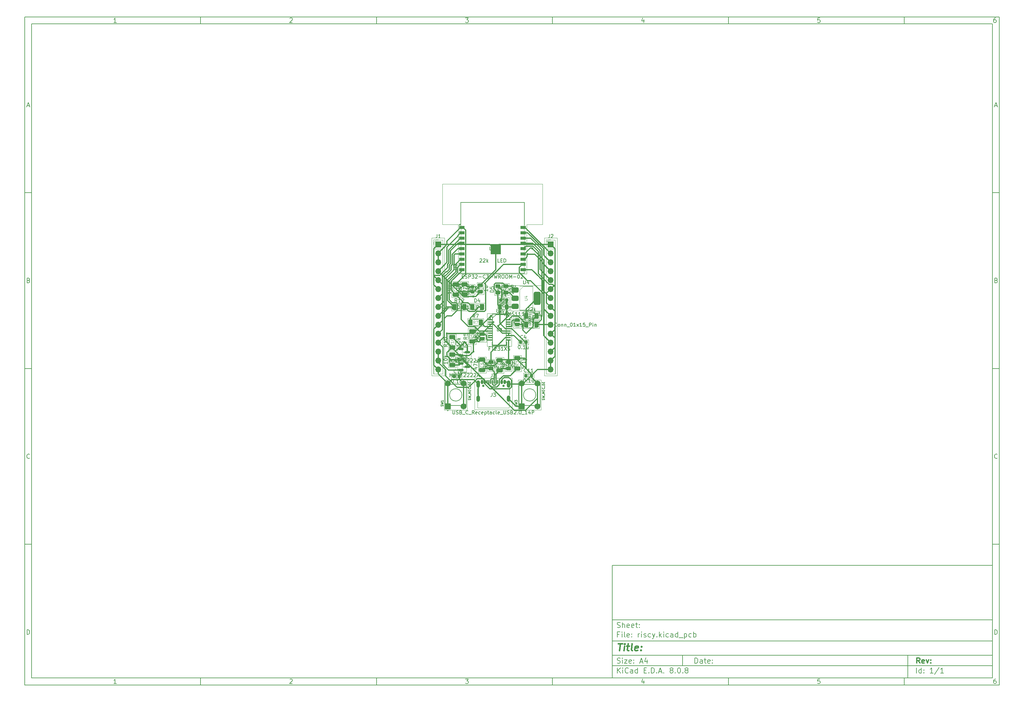
<source format=gbr>
%TF.GenerationSoftware,KiCad,Pcbnew,8.0.8-2.fc41*%
%TF.CreationDate,2025-03-05T15:21:23+05:30*%
%TF.ProjectId,riscy,72697363-792e-46b6-9963-61645f706362,rev?*%
%TF.SameCoordinates,Original*%
%TF.FileFunction,Paste,Top*%
%TF.FilePolarity,Positive*%
%FSLAX46Y46*%
G04 Gerber Fmt 4.6, Leading zero omitted, Abs format (unit mm)*
G04 Created by KiCad (PCBNEW 8.0.8-2.fc41) date 2025-03-05 15:21:23*
%MOMM*%
%LPD*%
G01*
G04 APERTURE LIST*
G04 Aperture macros list*
%AMRoundRect*
0 Rectangle with rounded corners*
0 $1 Rounding radius*
0 $2 $3 $4 $5 $6 $7 $8 $9 X,Y pos of 4 corners*
0 Add a 4 corners polygon primitive as box body*
4,1,4,$2,$3,$4,$5,$6,$7,$8,$9,$2,$3,0*
0 Add four circle primitives for the rounded corners*
1,1,$1+$1,$2,$3*
1,1,$1+$1,$4,$5*
1,1,$1+$1,$6,$7*
1,1,$1+$1,$8,$9*
0 Add four rect primitives between the rounded corners*
20,1,$1+$1,$2,$3,$4,$5,0*
20,1,$1+$1,$4,$5,$6,$7,0*
20,1,$1+$1,$6,$7,$8,$9,0*
20,1,$1+$1,$8,$9,$2,$3,0*%
%AMFreePoly0*
4,1,19,0.500000,-0.750000,0.000000,-0.750000,0.000000,-0.744911,-0.071157,-0.744911,-0.207708,-0.704816,-0.327430,-0.627875,-0.420627,-0.520320,-0.479746,-0.390866,-0.500000,-0.250000,-0.500000,0.250000,-0.479746,0.390866,-0.420627,0.520320,-0.327430,0.627875,-0.207708,0.704816,-0.071157,0.744911,0.000000,0.744911,0.000000,0.750000,0.500000,0.750000,0.500000,-0.750000,0.500000,-0.750000,
$1*%
%AMFreePoly1*
4,1,19,0.000000,0.744911,0.071157,0.744911,0.207708,0.704816,0.327430,0.627875,0.420627,0.520320,0.479746,0.390866,0.500000,0.250000,0.500000,-0.250000,0.479746,-0.390866,0.420627,-0.520320,0.327430,-0.627875,0.207708,-0.704816,0.071157,-0.744911,0.000000,-0.744911,0.000000,-0.750000,-0.500000,-0.750000,-0.500000,0.750000,0.000000,0.750000,0.000000,0.744911,0.000000,0.744911,
$1*%
G04 Aperture macros list end*
%ADD10C,0.100000*%
%ADD11C,0.150000*%
%ADD12C,0.300000*%
%ADD13C,0.400000*%
%ADD14RoundRect,0.375000X-0.625000X-0.375000X0.625000X-0.375000X0.625000X0.375000X-0.625000X0.375000X0*%
%ADD15RoundRect,0.500000X-0.500000X-1.400000X0.500000X-1.400000X0.500000X1.400000X-0.500000X1.400000X0*%
%ADD16R,0.700000X0.700000*%
%ADD17R,1.500000X0.900000*%
%ADD18R,1.200000X0.400000*%
%ADD19RoundRect,0.250000X-0.312500X-0.625000X0.312500X-0.625000X0.312500X0.625000X-0.312500X0.625000X0*%
%ADD20RoundRect,0.250000X-0.625000X0.312500X-0.625000X-0.312500X0.625000X-0.312500X0.625000X0.312500X0*%
%ADD21RoundRect,0.250000X0.625000X-0.312500X0.625000X0.312500X-0.625000X0.312500X-0.625000X-0.312500X0*%
%ADD22RoundRect,0.250000X0.450000X-0.262500X0.450000X0.262500X-0.450000X0.262500X-0.450000X-0.262500X0*%
%ADD23RoundRect,0.250000X0.312500X0.625000X-0.312500X0.625000X-0.312500X-0.625000X0.312500X-0.625000X0*%
%ADD24RoundRect,0.200000X0.200000X0.275000X-0.200000X0.275000X-0.200000X-0.275000X0.200000X-0.275000X0*%
%ADD25RoundRect,0.150000X-0.587500X-0.150000X0.587500X-0.150000X0.587500X0.150000X-0.587500X0.150000X0*%
%ADD26RoundRect,0.150000X-0.150000X-0.425000X0.150000X-0.425000X0.150000X0.425000X-0.150000X0.425000X0*%
%ADD27RoundRect,0.075000X-0.075000X-0.500000X0.075000X-0.500000X0.075000X0.500000X-0.075000X0.500000X0*%
%ADD28O,1.000000X2.100000*%
%ADD29O,1.000000X1.800000*%
%ADD30RoundRect,0.243750X0.456250X-0.243750X0.456250X0.243750X-0.456250X0.243750X-0.456250X-0.243750X0*%
%ADD31RoundRect,0.250000X-0.375000X-0.625000X0.375000X-0.625000X0.375000X0.625000X-0.375000X0.625000X0*%
%ADD32RoundRect,0.225000X-0.225000X-0.250000X0.225000X-0.250000X0.225000X0.250000X-0.225000X0.250000X0*%
%ADD33RoundRect,0.250000X0.250000X0.475000X-0.250000X0.475000X-0.250000X-0.475000X0.250000X-0.475000X0*%
%ADD34RoundRect,0.250000X0.475000X-0.250000X0.475000X0.250000X-0.475000X0.250000X-0.475000X-0.250000X0*%
%ADD35RoundRect,0.250000X0.650000X-0.325000X0.650000X0.325000X-0.650000X0.325000X-0.650000X-0.325000X0*%
%ADD36RoundRect,0.250000X-0.650000X0.325000X-0.650000X-0.325000X0.650000X-0.325000X0.650000X0.325000X0*%
%ADD37RoundRect,0.225000X-0.250000X0.225000X-0.250000X-0.225000X0.250000X-0.225000X0.250000X0.225000X0*%
%TA.AperFunction,HeatsinkPad*%
%ADD38C,0.600000*%
%TD*%
%TA.AperFunction,ComponentPad*%
%ADD39C,1.498000*%
%TD*%
%TA.AperFunction,ComponentPad*%
%ADD40R,1.498000X1.498000*%
%TD*%
%TA.AperFunction,HeatsinkPad*%
%ADD41O,1.000000X2.100000*%
%TD*%
%TA.AperFunction,HeatsinkPad*%
%ADD42O,1.000000X1.800000*%
%TD*%
%TA.AperFunction,ComponentPad*%
%ADD43O,1.700000X1.700000*%
%TD*%
%TA.AperFunction,ComponentPad*%
%ADD44R,1.700000X1.700000*%
%TD*%
%TA.AperFunction,ViaPad*%
%ADD45C,0.600000*%
%TD*%
%TA.AperFunction,Conductor*%
%ADD46C,0.300000*%
%TD*%
%ADD47C,1.702000*%
%ADD48RoundRect,0.102000X0.749000X-0.749000X0.749000X0.749000X-0.749000X0.749000X-0.749000X-0.749000X0*%
%ADD49C,0.650000*%
%ADD50O,1.700000X1.700000*%
%ADD51R,1.700000X1.700000*%
%TA.AperFunction,SMDPad,CuDef*%
%ADD52RoundRect,0.375000X-0.625000X-0.375000X0.625000X-0.375000X0.625000X0.375000X-0.625000X0.375000X0*%
%TD*%
%TA.AperFunction,SMDPad,CuDef*%
%ADD53RoundRect,0.500000X-0.500000X-1.400000X0.500000X-1.400000X0.500000X1.400000X-0.500000X1.400000X0*%
%TD*%
%TA.AperFunction,SMDPad,CuDef*%
%ADD54R,1.500000X0.900000*%
%TD*%
%TA.AperFunction,HeatsinkPad*%
%ADD55R,2.900000X2.900000*%
%TD*%
%TA.AperFunction,SMDPad,CuDef*%
%ADD56R,1.200000X0.400000*%
%TD*%
%TA.AperFunction,SMDPad,CuDef*%
%ADD57RoundRect,0.250000X-0.312500X-0.625000X0.312500X-0.625000X0.312500X0.625000X-0.312500X0.625000X0*%
%TD*%
%TA.AperFunction,SMDPad,CuDef*%
%ADD58RoundRect,0.250000X-0.625000X0.312500X-0.625000X-0.312500X0.625000X-0.312500X0.625000X0.312500X0*%
%TD*%
%TA.AperFunction,SMDPad,CuDef*%
%ADD59RoundRect,0.250000X0.625000X-0.312500X0.625000X0.312500X-0.625000X0.312500X-0.625000X-0.312500X0*%
%TD*%
%TA.AperFunction,SMDPad,CuDef*%
%ADD60RoundRect,0.250000X0.450000X-0.262500X0.450000X0.262500X-0.450000X0.262500X-0.450000X-0.262500X0*%
%TD*%
%TA.AperFunction,SMDPad,CuDef*%
%ADD61RoundRect,0.250000X0.312500X0.625000X-0.312500X0.625000X-0.312500X-0.625000X0.312500X-0.625000X0*%
%TD*%
%TA.AperFunction,SMDPad,CuDef*%
%ADD62RoundRect,0.200000X0.200000X0.275000X-0.200000X0.275000X-0.200000X-0.275000X0.200000X-0.275000X0*%
%TD*%
%TA.AperFunction,SMDPad,CuDef*%
%ADD63RoundRect,0.150000X-0.587500X-0.150000X0.587500X-0.150000X0.587500X0.150000X-0.587500X0.150000X0*%
%TD*%
%TA.AperFunction,SMDPad,CuDef*%
%ADD64FreePoly0,90.000000*%
%TD*%
%TA.AperFunction,SMDPad,CuDef*%
%ADD65FreePoly1,90.000000*%
%TD*%
%TA.AperFunction,SMDPad,CuDef*%
%ADD66FreePoly1,270.000000*%
%TD*%
%TA.AperFunction,SMDPad,CuDef*%
%ADD67FreePoly0,270.000000*%
%TD*%
%TA.AperFunction,SMDPad,CuDef*%
%ADD68RoundRect,0.150000X-0.150000X-0.425000X0.150000X-0.425000X0.150000X0.425000X-0.150000X0.425000X0*%
%TD*%
%TA.AperFunction,SMDPad,CuDef*%
%ADD69RoundRect,0.075000X-0.075000X-0.500000X0.075000X-0.500000X0.075000X0.500000X-0.075000X0.500000X0*%
%TD*%
%TA.AperFunction,SMDPad,CuDef*%
%ADD70RoundRect,0.243750X0.456250X-0.243750X0.456250X0.243750X-0.456250X0.243750X-0.456250X-0.243750X0*%
%TD*%
%TA.AperFunction,SMDPad,CuDef*%
%ADD71RoundRect,0.250000X-0.375000X-0.625000X0.375000X-0.625000X0.375000X0.625000X-0.375000X0.625000X0*%
%TD*%
%TA.AperFunction,SMDPad,CuDef*%
%ADD72RoundRect,0.225000X-0.225000X-0.250000X0.225000X-0.250000X0.225000X0.250000X-0.225000X0.250000X0*%
%TD*%
%TA.AperFunction,SMDPad,CuDef*%
%ADD73RoundRect,0.250000X0.250000X0.475000X-0.250000X0.475000X-0.250000X-0.475000X0.250000X-0.475000X0*%
%TD*%
%TA.AperFunction,SMDPad,CuDef*%
%ADD74RoundRect,0.250000X0.475000X-0.250000X0.475000X0.250000X-0.475000X0.250000X-0.475000X-0.250000X0*%
%TD*%
%TA.AperFunction,SMDPad,CuDef*%
%ADD75RoundRect,0.250000X0.650000X-0.325000X0.650000X0.325000X-0.650000X0.325000X-0.650000X-0.325000X0*%
%TD*%
%TA.AperFunction,SMDPad,CuDef*%
%ADD76RoundRect,0.250000X-0.650000X0.325000X-0.650000X-0.325000X0.650000X-0.325000X0.650000X0.325000X0*%
%TD*%
%TA.AperFunction,SMDPad,CuDef*%
%ADD77RoundRect,0.225000X-0.250000X0.225000X-0.250000X-0.225000X0.250000X-0.225000X0.250000X0.225000X0*%
%TD*%
%ADD78C,0.600000*%
%ADD79R,2.900000X2.900000*%
%ADD80FreePoly0,90.000000*%
%ADD81FreePoly1,90.000000*%
%ADD82FreePoly1,270.000000*%
%ADD83FreePoly0,270.000000*%
%ADD84C,0.120000*%
%ADD85C,0.127000*%
%ADD86C,0.200000*%
%ADD87C,0.050000*%
%ADD88C,0.080000*%
%ADD89C,0.060000*%
G04 APERTURE END LIST*
D10*
D11*
X177002200Y-166007200D02*
X285002200Y-166007200D01*
X285002200Y-198007200D01*
X177002200Y-198007200D01*
X177002200Y-166007200D01*
D10*
D11*
X10000000Y-10000000D02*
X287002200Y-10000000D01*
X287002200Y-200007200D01*
X10000000Y-200007200D01*
X10000000Y-10000000D01*
D10*
D11*
X12000000Y-12000000D02*
X285002200Y-12000000D01*
X285002200Y-198007200D01*
X12000000Y-198007200D01*
X12000000Y-12000000D01*
D10*
D11*
X60000000Y-12000000D02*
X60000000Y-10000000D01*
D10*
D11*
X110000000Y-12000000D02*
X110000000Y-10000000D01*
D10*
D11*
X160000000Y-12000000D02*
X160000000Y-10000000D01*
D10*
D11*
X210000000Y-12000000D02*
X210000000Y-10000000D01*
D10*
D11*
X260000000Y-12000000D02*
X260000000Y-10000000D01*
D10*
D11*
X36089160Y-11593604D02*
X35346303Y-11593604D01*
X35717731Y-11593604D02*
X35717731Y-10293604D01*
X35717731Y-10293604D02*
X35593922Y-10479319D01*
X35593922Y-10479319D02*
X35470112Y-10603128D01*
X35470112Y-10603128D02*
X35346303Y-10665033D01*
D10*
D11*
X85346303Y-10417414D02*
X85408207Y-10355509D01*
X85408207Y-10355509D02*
X85532017Y-10293604D01*
X85532017Y-10293604D02*
X85841541Y-10293604D01*
X85841541Y-10293604D02*
X85965350Y-10355509D01*
X85965350Y-10355509D02*
X86027255Y-10417414D01*
X86027255Y-10417414D02*
X86089160Y-10541223D01*
X86089160Y-10541223D02*
X86089160Y-10665033D01*
X86089160Y-10665033D02*
X86027255Y-10850747D01*
X86027255Y-10850747D02*
X85284398Y-11593604D01*
X85284398Y-11593604D02*
X86089160Y-11593604D01*
D10*
D11*
X135284398Y-10293604D02*
X136089160Y-10293604D01*
X136089160Y-10293604D02*
X135655826Y-10788842D01*
X135655826Y-10788842D02*
X135841541Y-10788842D01*
X135841541Y-10788842D02*
X135965350Y-10850747D01*
X135965350Y-10850747D02*
X136027255Y-10912652D01*
X136027255Y-10912652D02*
X136089160Y-11036461D01*
X136089160Y-11036461D02*
X136089160Y-11345985D01*
X136089160Y-11345985D02*
X136027255Y-11469795D01*
X136027255Y-11469795D02*
X135965350Y-11531700D01*
X135965350Y-11531700D02*
X135841541Y-11593604D01*
X135841541Y-11593604D02*
X135470112Y-11593604D01*
X135470112Y-11593604D02*
X135346303Y-11531700D01*
X135346303Y-11531700D02*
X135284398Y-11469795D01*
D10*
D11*
X185965350Y-10726938D02*
X185965350Y-11593604D01*
X185655826Y-10231700D02*
X185346303Y-11160271D01*
X185346303Y-11160271D02*
X186151064Y-11160271D01*
D10*
D11*
X236027255Y-10293604D02*
X235408207Y-10293604D01*
X235408207Y-10293604D02*
X235346303Y-10912652D01*
X235346303Y-10912652D02*
X235408207Y-10850747D01*
X235408207Y-10850747D02*
X235532017Y-10788842D01*
X235532017Y-10788842D02*
X235841541Y-10788842D01*
X235841541Y-10788842D02*
X235965350Y-10850747D01*
X235965350Y-10850747D02*
X236027255Y-10912652D01*
X236027255Y-10912652D02*
X236089160Y-11036461D01*
X236089160Y-11036461D02*
X236089160Y-11345985D01*
X236089160Y-11345985D02*
X236027255Y-11469795D01*
X236027255Y-11469795D02*
X235965350Y-11531700D01*
X235965350Y-11531700D02*
X235841541Y-11593604D01*
X235841541Y-11593604D02*
X235532017Y-11593604D01*
X235532017Y-11593604D02*
X235408207Y-11531700D01*
X235408207Y-11531700D02*
X235346303Y-11469795D01*
D10*
D11*
X285965350Y-10293604D02*
X285717731Y-10293604D01*
X285717731Y-10293604D02*
X285593922Y-10355509D01*
X285593922Y-10355509D02*
X285532017Y-10417414D01*
X285532017Y-10417414D02*
X285408207Y-10603128D01*
X285408207Y-10603128D02*
X285346303Y-10850747D01*
X285346303Y-10850747D02*
X285346303Y-11345985D01*
X285346303Y-11345985D02*
X285408207Y-11469795D01*
X285408207Y-11469795D02*
X285470112Y-11531700D01*
X285470112Y-11531700D02*
X285593922Y-11593604D01*
X285593922Y-11593604D02*
X285841541Y-11593604D01*
X285841541Y-11593604D02*
X285965350Y-11531700D01*
X285965350Y-11531700D02*
X286027255Y-11469795D01*
X286027255Y-11469795D02*
X286089160Y-11345985D01*
X286089160Y-11345985D02*
X286089160Y-11036461D01*
X286089160Y-11036461D02*
X286027255Y-10912652D01*
X286027255Y-10912652D02*
X285965350Y-10850747D01*
X285965350Y-10850747D02*
X285841541Y-10788842D01*
X285841541Y-10788842D02*
X285593922Y-10788842D01*
X285593922Y-10788842D02*
X285470112Y-10850747D01*
X285470112Y-10850747D02*
X285408207Y-10912652D01*
X285408207Y-10912652D02*
X285346303Y-11036461D01*
D10*
D11*
X60000000Y-198007200D02*
X60000000Y-200007200D01*
D10*
D11*
X110000000Y-198007200D02*
X110000000Y-200007200D01*
D10*
D11*
X160000000Y-198007200D02*
X160000000Y-200007200D01*
D10*
D11*
X210000000Y-198007200D02*
X210000000Y-200007200D01*
D10*
D11*
X260000000Y-198007200D02*
X260000000Y-200007200D01*
D10*
D11*
X36089160Y-199600804D02*
X35346303Y-199600804D01*
X35717731Y-199600804D02*
X35717731Y-198300804D01*
X35717731Y-198300804D02*
X35593922Y-198486519D01*
X35593922Y-198486519D02*
X35470112Y-198610328D01*
X35470112Y-198610328D02*
X35346303Y-198672233D01*
D10*
D11*
X85346303Y-198424614D02*
X85408207Y-198362709D01*
X85408207Y-198362709D02*
X85532017Y-198300804D01*
X85532017Y-198300804D02*
X85841541Y-198300804D01*
X85841541Y-198300804D02*
X85965350Y-198362709D01*
X85965350Y-198362709D02*
X86027255Y-198424614D01*
X86027255Y-198424614D02*
X86089160Y-198548423D01*
X86089160Y-198548423D02*
X86089160Y-198672233D01*
X86089160Y-198672233D02*
X86027255Y-198857947D01*
X86027255Y-198857947D02*
X85284398Y-199600804D01*
X85284398Y-199600804D02*
X86089160Y-199600804D01*
D10*
D11*
X135284398Y-198300804D02*
X136089160Y-198300804D01*
X136089160Y-198300804D02*
X135655826Y-198796042D01*
X135655826Y-198796042D02*
X135841541Y-198796042D01*
X135841541Y-198796042D02*
X135965350Y-198857947D01*
X135965350Y-198857947D02*
X136027255Y-198919852D01*
X136027255Y-198919852D02*
X136089160Y-199043661D01*
X136089160Y-199043661D02*
X136089160Y-199353185D01*
X136089160Y-199353185D02*
X136027255Y-199476995D01*
X136027255Y-199476995D02*
X135965350Y-199538900D01*
X135965350Y-199538900D02*
X135841541Y-199600804D01*
X135841541Y-199600804D02*
X135470112Y-199600804D01*
X135470112Y-199600804D02*
X135346303Y-199538900D01*
X135346303Y-199538900D02*
X135284398Y-199476995D01*
D10*
D11*
X185965350Y-198734138D02*
X185965350Y-199600804D01*
X185655826Y-198238900D02*
X185346303Y-199167471D01*
X185346303Y-199167471D02*
X186151064Y-199167471D01*
D10*
D11*
X236027255Y-198300804D02*
X235408207Y-198300804D01*
X235408207Y-198300804D02*
X235346303Y-198919852D01*
X235346303Y-198919852D02*
X235408207Y-198857947D01*
X235408207Y-198857947D02*
X235532017Y-198796042D01*
X235532017Y-198796042D02*
X235841541Y-198796042D01*
X235841541Y-198796042D02*
X235965350Y-198857947D01*
X235965350Y-198857947D02*
X236027255Y-198919852D01*
X236027255Y-198919852D02*
X236089160Y-199043661D01*
X236089160Y-199043661D02*
X236089160Y-199353185D01*
X236089160Y-199353185D02*
X236027255Y-199476995D01*
X236027255Y-199476995D02*
X235965350Y-199538900D01*
X235965350Y-199538900D02*
X235841541Y-199600804D01*
X235841541Y-199600804D02*
X235532017Y-199600804D01*
X235532017Y-199600804D02*
X235408207Y-199538900D01*
X235408207Y-199538900D02*
X235346303Y-199476995D01*
D10*
D11*
X285965350Y-198300804D02*
X285717731Y-198300804D01*
X285717731Y-198300804D02*
X285593922Y-198362709D01*
X285593922Y-198362709D02*
X285532017Y-198424614D01*
X285532017Y-198424614D02*
X285408207Y-198610328D01*
X285408207Y-198610328D02*
X285346303Y-198857947D01*
X285346303Y-198857947D02*
X285346303Y-199353185D01*
X285346303Y-199353185D02*
X285408207Y-199476995D01*
X285408207Y-199476995D02*
X285470112Y-199538900D01*
X285470112Y-199538900D02*
X285593922Y-199600804D01*
X285593922Y-199600804D02*
X285841541Y-199600804D01*
X285841541Y-199600804D02*
X285965350Y-199538900D01*
X285965350Y-199538900D02*
X286027255Y-199476995D01*
X286027255Y-199476995D02*
X286089160Y-199353185D01*
X286089160Y-199353185D02*
X286089160Y-199043661D01*
X286089160Y-199043661D02*
X286027255Y-198919852D01*
X286027255Y-198919852D02*
X285965350Y-198857947D01*
X285965350Y-198857947D02*
X285841541Y-198796042D01*
X285841541Y-198796042D02*
X285593922Y-198796042D01*
X285593922Y-198796042D02*
X285470112Y-198857947D01*
X285470112Y-198857947D02*
X285408207Y-198919852D01*
X285408207Y-198919852D02*
X285346303Y-199043661D01*
D10*
D11*
X10000000Y-60000000D02*
X12000000Y-60000000D01*
D10*
D11*
X10000000Y-110000000D02*
X12000000Y-110000000D01*
D10*
D11*
X10000000Y-160000000D02*
X12000000Y-160000000D01*
D10*
D11*
X10690476Y-35222176D02*
X11309523Y-35222176D01*
X10566666Y-35593604D02*
X10999999Y-34293604D01*
X10999999Y-34293604D02*
X11433333Y-35593604D01*
D10*
D11*
X11092857Y-84912652D02*
X11278571Y-84974557D01*
X11278571Y-84974557D02*
X11340476Y-85036461D01*
X11340476Y-85036461D02*
X11402380Y-85160271D01*
X11402380Y-85160271D02*
X11402380Y-85345985D01*
X11402380Y-85345985D02*
X11340476Y-85469795D01*
X11340476Y-85469795D02*
X11278571Y-85531700D01*
X11278571Y-85531700D02*
X11154761Y-85593604D01*
X11154761Y-85593604D02*
X10659523Y-85593604D01*
X10659523Y-85593604D02*
X10659523Y-84293604D01*
X10659523Y-84293604D02*
X11092857Y-84293604D01*
X11092857Y-84293604D02*
X11216666Y-84355509D01*
X11216666Y-84355509D02*
X11278571Y-84417414D01*
X11278571Y-84417414D02*
X11340476Y-84541223D01*
X11340476Y-84541223D02*
X11340476Y-84665033D01*
X11340476Y-84665033D02*
X11278571Y-84788842D01*
X11278571Y-84788842D02*
X11216666Y-84850747D01*
X11216666Y-84850747D02*
X11092857Y-84912652D01*
X11092857Y-84912652D02*
X10659523Y-84912652D01*
D10*
D11*
X11402380Y-135469795D02*
X11340476Y-135531700D01*
X11340476Y-135531700D02*
X11154761Y-135593604D01*
X11154761Y-135593604D02*
X11030952Y-135593604D01*
X11030952Y-135593604D02*
X10845238Y-135531700D01*
X10845238Y-135531700D02*
X10721428Y-135407890D01*
X10721428Y-135407890D02*
X10659523Y-135284080D01*
X10659523Y-135284080D02*
X10597619Y-135036461D01*
X10597619Y-135036461D02*
X10597619Y-134850747D01*
X10597619Y-134850747D02*
X10659523Y-134603128D01*
X10659523Y-134603128D02*
X10721428Y-134479319D01*
X10721428Y-134479319D02*
X10845238Y-134355509D01*
X10845238Y-134355509D02*
X11030952Y-134293604D01*
X11030952Y-134293604D02*
X11154761Y-134293604D01*
X11154761Y-134293604D02*
X11340476Y-134355509D01*
X11340476Y-134355509D02*
X11402380Y-134417414D01*
D10*
D11*
X10659523Y-185593604D02*
X10659523Y-184293604D01*
X10659523Y-184293604D02*
X10969047Y-184293604D01*
X10969047Y-184293604D02*
X11154761Y-184355509D01*
X11154761Y-184355509D02*
X11278571Y-184479319D01*
X11278571Y-184479319D02*
X11340476Y-184603128D01*
X11340476Y-184603128D02*
X11402380Y-184850747D01*
X11402380Y-184850747D02*
X11402380Y-185036461D01*
X11402380Y-185036461D02*
X11340476Y-185284080D01*
X11340476Y-185284080D02*
X11278571Y-185407890D01*
X11278571Y-185407890D02*
X11154761Y-185531700D01*
X11154761Y-185531700D02*
X10969047Y-185593604D01*
X10969047Y-185593604D02*
X10659523Y-185593604D01*
D10*
D11*
X287002200Y-60000000D02*
X285002200Y-60000000D01*
D10*
D11*
X287002200Y-110000000D02*
X285002200Y-110000000D01*
D10*
D11*
X287002200Y-160000000D02*
X285002200Y-160000000D01*
D10*
D11*
X285692676Y-35222176D02*
X286311723Y-35222176D01*
X285568866Y-35593604D02*
X286002199Y-34293604D01*
X286002199Y-34293604D02*
X286435533Y-35593604D01*
D10*
D11*
X286095057Y-84912652D02*
X286280771Y-84974557D01*
X286280771Y-84974557D02*
X286342676Y-85036461D01*
X286342676Y-85036461D02*
X286404580Y-85160271D01*
X286404580Y-85160271D02*
X286404580Y-85345985D01*
X286404580Y-85345985D02*
X286342676Y-85469795D01*
X286342676Y-85469795D02*
X286280771Y-85531700D01*
X286280771Y-85531700D02*
X286156961Y-85593604D01*
X286156961Y-85593604D02*
X285661723Y-85593604D01*
X285661723Y-85593604D02*
X285661723Y-84293604D01*
X285661723Y-84293604D02*
X286095057Y-84293604D01*
X286095057Y-84293604D02*
X286218866Y-84355509D01*
X286218866Y-84355509D02*
X286280771Y-84417414D01*
X286280771Y-84417414D02*
X286342676Y-84541223D01*
X286342676Y-84541223D02*
X286342676Y-84665033D01*
X286342676Y-84665033D02*
X286280771Y-84788842D01*
X286280771Y-84788842D02*
X286218866Y-84850747D01*
X286218866Y-84850747D02*
X286095057Y-84912652D01*
X286095057Y-84912652D02*
X285661723Y-84912652D01*
D10*
D11*
X286404580Y-135469795D02*
X286342676Y-135531700D01*
X286342676Y-135531700D02*
X286156961Y-135593604D01*
X286156961Y-135593604D02*
X286033152Y-135593604D01*
X286033152Y-135593604D02*
X285847438Y-135531700D01*
X285847438Y-135531700D02*
X285723628Y-135407890D01*
X285723628Y-135407890D02*
X285661723Y-135284080D01*
X285661723Y-135284080D02*
X285599819Y-135036461D01*
X285599819Y-135036461D02*
X285599819Y-134850747D01*
X285599819Y-134850747D02*
X285661723Y-134603128D01*
X285661723Y-134603128D02*
X285723628Y-134479319D01*
X285723628Y-134479319D02*
X285847438Y-134355509D01*
X285847438Y-134355509D02*
X286033152Y-134293604D01*
X286033152Y-134293604D02*
X286156961Y-134293604D01*
X286156961Y-134293604D02*
X286342676Y-134355509D01*
X286342676Y-134355509D02*
X286404580Y-134417414D01*
D10*
D11*
X285661723Y-185593604D02*
X285661723Y-184293604D01*
X285661723Y-184293604D02*
X285971247Y-184293604D01*
X285971247Y-184293604D02*
X286156961Y-184355509D01*
X286156961Y-184355509D02*
X286280771Y-184479319D01*
X286280771Y-184479319D02*
X286342676Y-184603128D01*
X286342676Y-184603128D02*
X286404580Y-184850747D01*
X286404580Y-184850747D02*
X286404580Y-185036461D01*
X286404580Y-185036461D02*
X286342676Y-185284080D01*
X286342676Y-185284080D02*
X286280771Y-185407890D01*
X286280771Y-185407890D02*
X286156961Y-185531700D01*
X286156961Y-185531700D02*
X285971247Y-185593604D01*
X285971247Y-185593604D02*
X285661723Y-185593604D01*
D10*
D11*
X200458026Y-193793328D02*
X200458026Y-192293328D01*
X200458026Y-192293328D02*
X200815169Y-192293328D01*
X200815169Y-192293328D02*
X201029455Y-192364757D01*
X201029455Y-192364757D02*
X201172312Y-192507614D01*
X201172312Y-192507614D02*
X201243741Y-192650471D01*
X201243741Y-192650471D02*
X201315169Y-192936185D01*
X201315169Y-192936185D02*
X201315169Y-193150471D01*
X201315169Y-193150471D02*
X201243741Y-193436185D01*
X201243741Y-193436185D02*
X201172312Y-193579042D01*
X201172312Y-193579042D02*
X201029455Y-193721900D01*
X201029455Y-193721900D02*
X200815169Y-193793328D01*
X200815169Y-193793328D02*
X200458026Y-193793328D01*
X202600884Y-193793328D02*
X202600884Y-193007614D01*
X202600884Y-193007614D02*
X202529455Y-192864757D01*
X202529455Y-192864757D02*
X202386598Y-192793328D01*
X202386598Y-192793328D02*
X202100884Y-192793328D01*
X202100884Y-192793328D02*
X201958026Y-192864757D01*
X202600884Y-193721900D02*
X202458026Y-193793328D01*
X202458026Y-193793328D02*
X202100884Y-193793328D01*
X202100884Y-193793328D02*
X201958026Y-193721900D01*
X201958026Y-193721900D02*
X201886598Y-193579042D01*
X201886598Y-193579042D02*
X201886598Y-193436185D01*
X201886598Y-193436185D02*
X201958026Y-193293328D01*
X201958026Y-193293328D02*
X202100884Y-193221900D01*
X202100884Y-193221900D02*
X202458026Y-193221900D01*
X202458026Y-193221900D02*
X202600884Y-193150471D01*
X203100884Y-192793328D02*
X203672312Y-192793328D01*
X203315169Y-192293328D02*
X203315169Y-193579042D01*
X203315169Y-193579042D02*
X203386598Y-193721900D01*
X203386598Y-193721900D02*
X203529455Y-193793328D01*
X203529455Y-193793328D02*
X203672312Y-193793328D01*
X204743741Y-193721900D02*
X204600884Y-193793328D01*
X204600884Y-193793328D02*
X204315170Y-193793328D01*
X204315170Y-193793328D02*
X204172312Y-193721900D01*
X204172312Y-193721900D02*
X204100884Y-193579042D01*
X204100884Y-193579042D02*
X204100884Y-193007614D01*
X204100884Y-193007614D02*
X204172312Y-192864757D01*
X204172312Y-192864757D02*
X204315170Y-192793328D01*
X204315170Y-192793328D02*
X204600884Y-192793328D01*
X204600884Y-192793328D02*
X204743741Y-192864757D01*
X204743741Y-192864757D02*
X204815170Y-193007614D01*
X204815170Y-193007614D02*
X204815170Y-193150471D01*
X204815170Y-193150471D02*
X204100884Y-193293328D01*
X205458026Y-193650471D02*
X205529455Y-193721900D01*
X205529455Y-193721900D02*
X205458026Y-193793328D01*
X205458026Y-193793328D02*
X205386598Y-193721900D01*
X205386598Y-193721900D02*
X205458026Y-193650471D01*
X205458026Y-193650471D02*
X205458026Y-193793328D01*
X205458026Y-192864757D02*
X205529455Y-192936185D01*
X205529455Y-192936185D02*
X205458026Y-193007614D01*
X205458026Y-193007614D02*
X205386598Y-192936185D01*
X205386598Y-192936185D02*
X205458026Y-192864757D01*
X205458026Y-192864757D02*
X205458026Y-193007614D01*
D10*
D11*
X177002200Y-194507200D02*
X285002200Y-194507200D01*
D10*
D11*
X178458026Y-196593328D02*
X178458026Y-195093328D01*
X179315169Y-196593328D02*
X178672312Y-195736185D01*
X179315169Y-195093328D02*
X178458026Y-195950471D01*
X179958026Y-196593328D02*
X179958026Y-195593328D01*
X179958026Y-195093328D02*
X179886598Y-195164757D01*
X179886598Y-195164757D02*
X179958026Y-195236185D01*
X179958026Y-195236185D02*
X180029455Y-195164757D01*
X180029455Y-195164757D02*
X179958026Y-195093328D01*
X179958026Y-195093328D02*
X179958026Y-195236185D01*
X181529455Y-196450471D02*
X181458027Y-196521900D01*
X181458027Y-196521900D02*
X181243741Y-196593328D01*
X181243741Y-196593328D02*
X181100884Y-196593328D01*
X181100884Y-196593328D02*
X180886598Y-196521900D01*
X180886598Y-196521900D02*
X180743741Y-196379042D01*
X180743741Y-196379042D02*
X180672312Y-196236185D01*
X180672312Y-196236185D02*
X180600884Y-195950471D01*
X180600884Y-195950471D02*
X180600884Y-195736185D01*
X180600884Y-195736185D02*
X180672312Y-195450471D01*
X180672312Y-195450471D02*
X180743741Y-195307614D01*
X180743741Y-195307614D02*
X180886598Y-195164757D01*
X180886598Y-195164757D02*
X181100884Y-195093328D01*
X181100884Y-195093328D02*
X181243741Y-195093328D01*
X181243741Y-195093328D02*
X181458027Y-195164757D01*
X181458027Y-195164757D02*
X181529455Y-195236185D01*
X182815170Y-196593328D02*
X182815170Y-195807614D01*
X182815170Y-195807614D02*
X182743741Y-195664757D01*
X182743741Y-195664757D02*
X182600884Y-195593328D01*
X182600884Y-195593328D02*
X182315170Y-195593328D01*
X182315170Y-195593328D02*
X182172312Y-195664757D01*
X182815170Y-196521900D02*
X182672312Y-196593328D01*
X182672312Y-196593328D02*
X182315170Y-196593328D01*
X182315170Y-196593328D02*
X182172312Y-196521900D01*
X182172312Y-196521900D02*
X182100884Y-196379042D01*
X182100884Y-196379042D02*
X182100884Y-196236185D01*
X182100884Y-196236185D02*
X182172312Y-196093328D01*
X182172312Y-196093328D02*
X182315170Y-196021900D01*
X182315170Y-196021900D02*
X182672312Y-196021900D01*
X182672312Y-196021900D02*
X182815170Y-195950471D01*
X184172313Y-196593328D02*
X184172313Y-195093328D01*
X184172313Y-196521900D02*
X184029455Y-196593328D01*
X184029455Y-196593328D02*
X183743741Y-196593328D01*
X183743741Y-196593328D02*
X183600884Y-196521900D01*
X183600884Y-196521900D02*
X183529455Y-196450471D01*
X183529455Y-196450471D02*
X183458027Y-196307614D01*
X183458027Y-196307614D02*
X183458027Y-195879042D01*
X183458027Y-195879042D02*
X183529455Y-195736185D01*
X183529455Y-195736185D02*
X183600884Y-195664757D01*
X183600884Y-195664757D02*
X183743741Y-195593328D01*
X183743741Y-195593328D02*
X184029455Y-195593328D01*
X184029455Y-195593328D02*
X184172313Y-195664757D01*
X186029455Y-195807614D02*
X186529455Y-195807614D01*
X186743741Y-196593328D02*
X186029455Y-196593328D01*
X186029455Y-196593328D02*
X186029455Y-195093328D01*
X186029455Y-195093328D02*
X186743741Y-195093328D01*
X187386598Y-196450471D02*
X187458027Y-196521900D01*
X187458027Y-196521900D02*
X187386598Y-196593328D01*
X187386598Y-196593328D02*
X187315170Y-196521900D01*
X187315170Y-196521900D02*
X187386598Y-196450471D01*
X187386598Y-196450471D02*
X187386598Y-196593328D01*
X188100884Y-196593328D02*
X188100884Y-195093328D01*
X188100884Y-195093328D02*
X188458027Y-195093328D01*
X188458027Y-195093328D02*
X188672313Y-195164757D01*
X188672313Y-195164757D02*
X188815170Y-195307614D01*
X188815170Y-195307614D02*
X188886599Y-195450471D01*
X188886599Y-195450471D02*
X188958027Y-195736185D01*
X188958027Y-195736185D02*
X188958027Y-195950471D01*
X188958027Y-195950471D02*
X188886599Y-196236185D01*
X188886599Y-196236185D02*
X188815170Y-196379042D01*
X188815170Y-196379042D02*
X188672313Y-196521900D01*
X188672313Y-196521900D02*
X188458027Y-196593328D01*
X188458027Y-196593328D02*
X188100884Y-196593328D01*
X189600884Y-196450471D02*
X189672313Y-196521900D01*
X189672313Y-196521900D02*
X189600884Y-196593328D01*
X189600884Y-196593328D02*
X189529456Y-196521900D01*
X189529456Y-196521900D02*
X189600884Y-196450471D01*
X189600884Y-196450471D02*
X189600884Y-196593328D01*
X190243742Y-196164757D02*
X190958028Y-196164757D01*
X190100885Y-196593328D02*
X190600885Y-195093328D01*
X190600885Y-195093328D02*
X191100885Y-196593328D01*
X191600884Y-196450471D02*
X191672313Y-196521900D01*
X191672313Y-196521900D02*
X191600884Y-196593328D01*
X191600884Y-196593328D02*
X191529456Y-196521900D01*
X191529456Y-196521900D02*
X191600884Y-196450471D01*
X191600884Y-196450471D02*
X191600884Y-196593328D01*
X193672313Y-195736185D02*
X193529456Y-195664757D01*
X193529456Y-195664757D02*
X193458027Y-195593328D01*
X193458027Y-195593328D02*
X193386599Y-195450471D01*
X193386599Y-195450471D02*
X193386599Y-195379042D01*
X193386599Y-195379042D02*
X193458027Y-195236185D01*
X193458027Y-195236185D02*
X193529456Y-195164757D01*
X193529456Y-195164757D02*
X193672313Y-195093328D01*
X193672313Y-195093328D02*
X193958027Y-195093328D01*
X193958027Y-195093328D02*
X194100885Y-195164757D01*
X194100885Y-195164757D02*
X194172313Y-195236185D01*
X194172313Y-195236185D02*
X194243742Y-195379042D01*
X194243742Y-195379042D02*
X194243742Y-195450471D01*
X194243742Y-195450471D02*
X194172313Y-195593328D01*
X194172313Y-195593328D02*
X194100885Y-195664757D01*
X194100885Y-195664757D02*
X193958027Y-195736185D01*
X193958027Y-195736185D02*
X193672313Y-195736185D01*
X193672313Y-195736185D02*
X193529456Y-195807614D01*
X193529456Y-195807614D02*
X193458027Y-195879042D01*
X193458027Y-195879042D02*
X193386599Y-196021900D01*
X193386599Y-196021900D02*
X193386599Y-196307614D01*
X193386599Y-196307614D02*
X193458027Y-196450471D01*
X193458027Y-196450471D02*
X193529456Y-196521900D01*
X193529456Y-196521900D02*
X193672313Y-196593328D01*
X193672313Y-196593328D02*
X193958027Y-196593328D01*
X193958027Y-196593328D02*
X194100885Y-196521900D01*
X194100885Y-196521900D02*
X194172313Y-196450471D01*
X194172313Y-196450471D02*
X194243742Y-196307614D01*
X194243742Y-196307614D02*
X194243742Y-196021900D01*
X194243742Y-196021900D02*
X194172313Y-195879042D01*
X194172313Y-195879042D02*
X194100885Y-195807614D01*
X194100885Y-195807614D02*
X193958027Y-195736185D01*
X194886598Y-196450471D02*
X194958027Y-196521900D01*
X194958027Y-196521900D02*
X194886598Y-196593328D01*
X194886598Y-196593328D02*
X194815170Y-196521900D01*
X194815170Y-196521900D02*
X194886598Y-196450471D01*
X194886598Y-196450471D02*
X194886598Y-196593328D01*
X195886599Y-195093328D02*
X196029456Y-195093328D01*
X196029456Y-195093328D02*
X196172313Y-195164757D01*
X196172313Y-195164757D02*
X196243742Y-195236185D01*
X196243742Y-195236185D02*
X196315170Y-195379042D01*
X196315170Y-195379042D02*
X196386599Y-195664757D01*
X196386599Y-195664757D02*
X196386599Y-196021900D01*
X196386599Y-196021900D02*
X196315170Y-196307614D01*
X196315170Y-196307614D02*
X196243742Y-196450471D01*
X196243742Y-196450471D02*
X196172313Y-196521900D01*
X196172313Y-196521900D02*
X196029456Y-196593328D01*
X196029456Y-196593328D02*
X195886599Y-196593328D01*
X195886599Y-196593328D02*
X195743742Y-196521900D01*
X195743742Y-196521900D02*
X195672313Y-196450471D01*
X195672313Y-196450471D02*
X195600884Y-196307614D01*
X195600884Y-196307614D02*
X195529456Y-196021900D01*
X195529456Y-196021900D02*
X195529456Y-195664757D01*
X195529456Y-195664757D02*
X195600884Y-195379042D01*
X195600884Y-195379042D02*
X195672313Y-195236185D01*
X195672313Y-195236185D02*
X195743742Y-195164757D01*
X195743742Y-195164757D02*
X195886599Y-195093328D01*
X197029455Y-196450471D02*
X197100884Y-196521900D01*
X197100884Y-196521900D02*
X197029455Y-196593328D01*
X197029455Y-196593328D02*
X196958027Y-196521900D01*
X196958027Y-196521900D02*
X197029455Y-196450471D01*
X197029455Y-196450471D02*
X197029455Y-196593328D01*
X197958027Y-195736185D02*
X197815170Y-195664757D01*
X197815170Y-195664757D02*
X197743741Y-195593328D01*
X197743741Y-195593328D02*
X197672313Y-195450471D01*
X197672313Y-195450471D02*
X197672313Y-195379042D01*
X197672313Y-195379042D02*
X197743741Y-195236185D01*
X197743741Y-195236185D02*
X197815170Y-195164757D01*
X197815170Y-195164757D02*
X197958027Y-195093328D01*
X197958027Y-195093328D02*
X198243741Y-195093328D01*
X198243741Y-195093328D02*
X198386599Y-195164757D01*
X198386599Y-195164757D02*
X198458027Y-195236185D01*
X198458027Y-195236185D02*
X198529456Y-195379042D01*
X198529456Y-195379042D02*
X198529456Y-195450471D01*
X198529456Y-195450471D02*
X198458027Y-195593328D01*
X198458027Y-195593328D02*
X198386599Y-195664757D01*
X198386599Y-195664757D02*
X198243741Y-195736185D01*
X198243741Y-195736185D02*
X197958027Y-195736185D01*
X197958027Y-195736185D02*
X197815170Y-195807614D01*
X197815170Y-195807614D02*
X197743741Y-195879042D01*
X197743741Y-195879042D02*
X197672313Y-196021900D01*
X197672313Y-196021900D02*
X197672313Y-196307614D01*
X197672313Y-196307614D02*
X197743741Y-196450471D01*
X197743741Y-196450471D02*
X197815170Y-196521900D01*
X197815170Y-196521900D02*
X197958027Y-196593328D01*
X197958027Y-196593328D02*
X198243741Y-196593328D01*
X198243741Y-196593328D02*
X198386599Y-196521900D01*
X198386599Y-196521900D02*
X198458027Y-196450471D01*
X198458027Y-196450471D02*
X198529456Y-196307614D01*
X198529456Y-196307614D02*
X198529456Y-196021900D01*
X198529456Y-196021900D02*
X198458027Y-195879042D01*
X198458027Y-195879042D02*
X198386599Y-195807614D01*
X198386599Y-195807614D02*
X198243741Y-195736185D01*
D10*
D11*
X177002200Y-191507200D02*
X285002200Y-191507200D01*
D10*
D12*
X264413853Y-193785528D02*
X263913853Y-193071242D01*
X263556710Y-193785528D02*
X263556710Y-192285528D01*
X263556710Y-192285528D02*
X264128139Y-192285528D01*
X264128139Y-192285528D02*
X264270996Y-192356957D01*
X264270996Y-192356957D02*
X264342425Y-192428385D01*
X264342425Y-192428385D02*
X264413853Y-192571242D01*
X264413853Y-192571242D02*
X264413853Y-192785528D01*
X264413853Y-192785528D02*
X264342425Y-192928385D01*
X264342425Y-192928385D02*
X264270996Y-192999814D01*
X264270996Y-192999814D02*
X264128139Y-193071242D01*
X264128139Y-193071242D02*
X263556710Y-193071242D01*
X265628139Y-193714100D02*
X265485282Y-193785528D01*
X265485282Y-193785528D02*
X265199568Y-193785528D01*
X265199568Y-193785528D02*
X265056710Y-193714100D01*
X265056710Y-193714100D02*
X264985282Y-193571242D01*
X264985282Y-193571242D02*
X264985282Y-192999814D01*
X264985282Y-192999814D02*
X265056710Y-192856957D01*
X265056710Y-192856957D02*
X265199568Y-192785528D01*
X265199568Y-192785528D02*
X265485282Y-192785528D01*
X265485282Y-192785528D02*
X265628139Y-192856957D01*
X265628139Y-192856957D02*
X265699568Y-192999814D01*
X265699568Y-192999814D02*
X265699568Y-193142671D01*
X265699568Y-193142671D02*
X264985282Y-193285528D01*
X266199567Y-192785528D02*
X266556710Y-193785528D01*
X266556710Y-193785528D02*
X266913853Y-192785528D01*
X267485281Y-193642671D02*
X267556710Y-193714100D01*
X267556710Y-193714100D02*
X267485281Y-193785528D01*
X267485281Y-193785528D02*
X267413853Y-193714100D01*
X267413853Y-193714100D02*
X267485281Y-193642671D01*
X267485281Y-193642671D02*
X267485281Y-193785528D01*
X267485281Y-192856957D02*
X267556710Y-192928385D01*
X267556710Y-192928385D02*
X267485281Y-192999814D01*
X267485281Y-192999814D02*
X267413853Y-192928385D01*
X267413853Y-192928385D02*
X267485281Y-192856957D01*
X267485281Y-192856957D02*
X267485281Y-192999814D01*
D10*
D11*
X178386598Y-193721900D02*
X178600884Y-193793328D01*
X178600884Y-193793328D02*
X178958026Y-193793328D01*
X178958026Y-193793328D02*
X179100884Y-193721900D01*
X179100884Y-193721900D02*
X179172312Y-193650471D01*
X179172312Y-193650471D02*
X179243741Y-193507614D01*
X179243741Y-193507614D02*
X179243741Y-193364757D01*
X179243741Y-193364757D02*
X179172312Y-193221900D01*
X179172312Y-193221900D02*
X179100884Y-193150471D01*
X179100884Y-193150471D02*
X178958026Y-193079042D01*
X178958026Y-193079042D02*
X178672312Y-193007614D01*
X178672312Y-193007614D02*
X178529455Y-192936185D01*
X178529455Y-192936185D02*
X178458026Y-192864757D01*
X178458026Y-192864757D02*
X178386598Y-192721900D01*
X178386598Y-192721900D02*
X178386598Y-192579042D01*
X178386598Y-192579042D02*
X178458026Y-192436185D01*
X178458026Y-192436185D02*
X178529455Y-192364757D01*
X178529455Y-192364757D02*
X178672312Y-192293328D01*
X178672312Y-192293328D02*
X179029455Y-192293328D01*
X179029455Y-192293328D02*
X179243741Y-192364757D01*
X179886597Y-193793328D02*
X179886597Y-192793328D01*
X179886597Y-192293328D02*
X179815169Y-192364757D01*
X179815169Y-192364757D02*
X179886597Y-192436185D01*
X179886597Y-192436185D02*
X179958026Y-192364757D01*
X179958026Y-192364757D02*
X179886597Y-192293328D01*
X179886597Y-192293328D02*
X179886597Y-192436185D01*
X180458026Y-192793328D02*
X181243741Y-192793328D01*
X181243741Y-192793328D02*
X180458026Y-193793328D01*
X180458026Y-193793328D02*
X181243741Y-193793328D01*
X182386598Y-193721900D02*
X182243741Y-193793328D01*
X182243741Y-193793328D02*
X181958027Y-193793328D01*
X181958027Y-193793328D02*
X181815169Y-193721900D01*
X181815169Y-193721900D02*
X181743741Y-193579042D01*
X181743741Y-193579042D02*
X181743741Y-193007614D01*
X181743741Y-193007614D02*
X181815169Y-192864757D01*
X181815169Y-192864757D02*
X181958027Y-192793328D01*
X181958027Y-192793328D02*
X182243741Y-192793328D01*
X182243741Y-192793328D02*
X182386598Y-192864757D01*
X182386598Y-192864757D02*
X182458027Y-193007614D01*
X182458027Y-193007614D02*
X182458027Y-193150471D01*
X182458027Y-193150471D02*
X181743741Y-193293328D01*
X183100883Y-193650471D02*
X183172312Y-193721900D01*
X183172312Y-193721900D02*
X183100883Y-193793328D01*
X183100883Y-193793328D02*
X183029455Y-193721900D01*
X183029455Y-193721900D02*
X183100883Y-193650471D01*
X183100883Y-193650471D02*
X183100883Y-193793328D01*
X183100883Y-192864757D02*
X183172312Y-192936185D01*
X183172312Y-192936185D02*
X183100883Y-193007614D01*
X183100883Y-193007614D02*
X183029455Y-192936185D01*
X183029455Y-192936185D02*
X183100883Y-192864757D01*
X183100883Y-192864757D02*
X183100883Y-193007614D01*
X184886598Y-193364757D02*
X185600884Y-193364757D01*
X184743741Y-193793328D02*
X185243741Y-192293328D01*
X185243741Y-192293328D02*
X185743741Y-193793328D01*
X186886598Y-192793328D02*
X186886598Y-193793328D01*
X186529455Y-192221900D02*
X186172312Y-193293328D01*
X186172312Y-193293328D02*
X187100883Y-193293328D01*
D10*
D11*
X263458026Y-196593328D02*
X263458026Y-195093328D01*
X264815170Y-196593328D02*
X264815170Y-195093328D01*
X264815170Y-196521900D02*
X264672312Y-196593328D01*
X264672312Y-196593328D02*
X264386598Y-196593328D01*
X264386598Y-196593328D02*
X264243741Y-196521900D01*
X264243741Y-196521900D02*
X264172312Y-196450471D01*
X264172312Y-196450471D02*
X264100884Y-196307614D01*
X264100884Y-196307614D02*
X264100884Y-195879042D01*
X264100884Y-195879042D02*
X264172312Y-195736185D01*
X264172312Y-195736185D02*
X264243741Y-195664757D01*
X264243741Y-195664757D02*
X264386598Y-195593328D01*
X264386598Y-195593328D02*
X264672312Y-195593328D01*
X264672312Y-195593328D02*
X264815170Y-195664757D01*
X265529455Y-196450471D02*
X265600884Y-196521900D01*
X265600884Y-196521900D02*
X265529455Y-196593328D01*
X265529455Y-196593328D02*
X265458027Y-196521900D01*
X265458027Y-196521900D02*
X265529455Y-196450471D01*
X265529455Y-196450471D02*
X265529455Y-196593328D01*
X265529455Y-195664757D02*
X265600884Y-195736185D01*
X265600884Y-195736185D02*
X265529455Y-195807614D01*
X265529455Y-195807614D02*
X265458027Y-195736185D01*
X265458027Y-195736185D02*
X265529455Y-195664757D01*
X265529455Y-195664757D02*
X265529455Y-195807614D01*
X268172313Y-196593328D02*
X267315170Y-196593328D01*
X267743741Y-196593328D02*
X267743741Y-195093328D01*
X267743741Y-195093328D02*
X267600884Y-195307614D01*
X267600884Y-195307614D02*
X267458027Y-195450471D01*
X267458027Y-195450471D02*
X267315170Y-195521900D01*
X269886598Y-195021900D02*
X268600884Y-196950471D01*
X271172313Y-196593328D02*
X270315170Y-196593328D01*
X270743741Y-196593328D02*
X270743741Y-195093328D01*
X270743741Y-195093328D02*
X270600884Y-195307614D01*
X270600884Y-195307614D02*
X270458027Y-195450471D01*
X270458027Y-195450471D02*
X270315170Y-195521900D01*
D10*
D11*
X177002200Y-187507200D02*
X285002200Y-187507200D01*
D10*
D13*
X178693928Y-188211638D02*
X179836785Y-188211638D01*
X179015357Y-190211638D02*
X179265357Y-188211638D01*
X180253452Y-190211638D02*
X180420119Y-188878304D01*
X180503452Y-188211638D02*
X180396309Y-188306876D01*
X180396309Y-188306876D02*
X180479643Y-188402114D01*
X180479643Y-188402114D02*
X180586786Y-188306876D01*
X180586786Y-188306876D02*
X180503452Y-188211638D01*
X180503452Y-188211638D02*
X180479643Y-188402114D01*
X181086786Y-188878304D02*
X181848690Y-188878304D01*
X181455833Y-188211638D02*
X181241548Y-189925923D01*
X181241548Y-189925923D02*
X181312976Y-190116400D01*
X181312976Y-190116400D02*
X181491548Y-190211638D01*
X181491548Y-190211638D02*
X181682024Y-190211638D01*
X182634405Y-190211638D02*
X182455833Y-190116400D01*
X182455833Y-190116400D02*
X182384405Y-189925923D01*
X182384405Y-189925923D02*
X182598690Y-188211638D01*
X184170119Y-190116400D02*
X183967738Y-190211638D01*
X183967738Y-190211638D02*
X183586785Y-190211638D01*
X183586785Y-190211638D02*
X183408214Y-190116400D01*
X183408214Y-190116400D02*
X183336785Y-189925923D01*
X183336785Y-189925923D02*
X183432024Y-189164019D01*
X183432024Y-189164019D02*
X183551071Y-188973542D01*
X183551071Y-188973542D02*
X183753452Y-188878304D01*
X183753452Y-188878304D02*
X184134404Y-188878304D01*
X184134404Y-188878304D02*
X184312976Y-188973542D01*
X184312976Y-188973542D02*
X184384404Y-189164019D01*
X184384404Y-189164019D02*
X184360595Y-189354495D01*
X184360595Y-189354495D02*
X183384404Y-189544971D01*
X185134405Y-190021161D02*
X185217738Y-190116400D01*
X185217738Y-190116400D02*
X185110595Y-190211638D01*
X185110595Y-190211638D02*
X185027262Y-190116400D01*
X185027262Y-190116400D02*
X185134405Y-190021161D01*
X185134405Y-190021161D02*
X185110595Y-190211638D01*
X185265357Y-188973542D02*
X185348690Y-189068780D01*
X185348690Y-189068780D02*
X185241548Y-189164019D01*
X185241548Y-189164019D02*
X185158214Y-189068780D01*
X185158214Y-189068780D02*
X185265357Y-188973542D01*
X185265357Y-188973542D02*
X185241548Y-189164019D01*
D10*
D11*
X178958026Y-185607614D02*
X178458026Y-185607614D01*
X178458026Y-186393328D02*
X178458026Y-184893328D01*
X178458026Y-184893328D02*
X179172312Y-184893328D01*
X179743740Y-186393328D02*
X179743740Y-185393328D01*
X179743740Y-184893328D02*
X179672312Y-184964757D01*
X179672312Y-184964757D02*
X179743740Y-185036185D01*
X179743740Y-185036185D02*
X179815169Y-184964757D01*
X179815169Y-184964757D02*
X179743740Y-184893328D01*
X179743740Y-184893328D02*
X179743740Y-185036185D01*
X180672312Y-186393328D02*
X180529455Y-186321900D01*
X180529455Y-186321900D02*
X180458026Y-186179042D01*
X180458026Y-186179042D02*
X180458026Y-184893328D01*
X181815169Y-186321900D02*
X181672312Y-186393328D01*
X181672312Y-186393328D02*
X181386598Y-186393328D01*
X181386598Y-186393328D02*
X181243740Y-186321900D01*
X181243740Y-186321900D02*
X181172312Y-186179042D01*
X181172312Y-186179042D02*
X181172312Y-185607614D01*
X181172312Y-185607614D02*
X181243740Y-185464757D01*
X181243740Y-185464757D02*
X181386598Y-185393328D01*
X181386598Y-185393328D02*
X181672312Y-185393328D01*
X181672312Y-185393328D02*
X181815169Y-185464757D01*
X181815169Y-185464757D02*
X181886598Y-185607614D01*
X181886598Y-185607614D02*
X181886598Y-185750471D01*
X181886598Y-185750471D02*
X181172312Y-185893328D01*
X182529454Y-186250471D02*
X182600883Y-186321900D01*
X182600883Y-186321900D02*
X182529454Y-186393328D01*
X182529454Y-186393328D02*
X182458026Y-186321900D01*
X182458026Y-186321900D02*
X182529454Y-186250471D01*
X182529454Y-186250471D02*
X182529454Y-186393328D01*
X182529454Y-185464757D02*
X182600883Y-185536185D01*
X182600883Y-185536185D02*
X182529454Y-185607614D01*
X182529454Y-185607614D02*
X182458026Y-185536185D01*
X182458026Y-185536185D02*
X182529454Y-185464757D01*
X182529454Y-185464757D02*
X182529454Y-185607614D01*
X184386597Y-186393328D02*
X184386597Y-185393328D01*
X184386597Y-185679042D02*
X184458026Y-185536185D01*
X184458026Y-185536185D02*
X184529455Y-185464757D01*
X184529455Y-185464757D02*
X184672312Y-185393328D01*
X184672312Y-185393328D02*
X184815169Y-185393328D01*
X185315168Y-186393328D02*
X185315168Y-185393328D01*
X185315168Y-184893328D02*
X185243740Y-184964757D01*
X185243740Y-184964757D02*
X185315168Y-185036185D01*
X185315168Y-185036185D02*
X185386597Y-184964757D01*
X185386597Y-184964757D02*
X185315168Y-184893328D01*
X185315168Y-184893328D02*
X185315168Y-185036185D01*
X185958026Y-186321900D02*
X186100883Y-186393328D01*
X186100883Y-186393328D02*
X186386597Y-186393328D01*
X186386597Y-186393328D02*
X186529454Y-186321900D01*
X186529454Y-186321900D02*
X186600883Y-186179042D01*
X186600883Y-186179042D02*
X186600883Y-186107614D01*
X186600883Y-186107614D02*
X186529454Y-185964757D01*
X186529454Y-185964757D02*
X186386597Y-185893328D01*
X186386597Y-185893328D02*
X186172312Y-185893328D01*
X186172312Y-185893328D02*
X186029454Y-185821900D01*
X186029454Y-185821900D02*
X185958026Y-185679042D01*
X185958026Y-185679042D02*
X185958026Y-185607614D01*
X185958026Y-185607614D02*
X186029454Y-185464757D01*
X186029454Y-185464757D02*
X186172312Y-185393328D01*
X186172312Y-185393328D02*
X186386597Y-185393328D01*
X186386597Y-185393328D02*
X186529454Y-185464757D01*
X187886598Y-186321900D02*
X187743740Y-186393328D01*
X187743740Y-186393328D02*
X187458026Y-186393328D01*
X187458026Y-186393328D02*
X187315169Y-186321900D01*
X187315169Y-186321900D02*
X187243740Y-186250471D01*
X187243740Y-186250471D02*
X187172312Y-186107614D01*
X187172312Y-186107614D02*
X187172312Y-185679042D01*
X187172312Y-185679042D02*
X187243740Y-185536185D01*
X187243740Y-185536185D02*
X187315169Y-185464757D01*
X187315169Y-185464757D02*
X187458026Y-185393328D01*
X187458026Y-185393328D02*
X187743740Y-185393328D01*
X187743740Y-185393328D02*
X187886598Y-185464757D01*
X188386597Y-185393328D02*
X188743740Y-186393328D01*
X189100883Y-185393328D02*
X188743740Y-186393328D01*
X188743740Y-186393328D02*
X188600883Y-186750471D01*
X188600883Y-186750471D02*
X188529454Y-186821900D01*
X188529454Y-186821900D02*
X188386597Y-186893328D01*
X189672311Y-186250471D02*
X189743740Y-186321900D01*
X189743740Y-186321900D02*
X189672311Y-186393328D01*
X189672311Y-186393328D02*
X189600883Y-186321900D01*
X189600883Y-186321900D02*
X189672311Y-186250471D01*
X189672311Y-186250471D02*
X189672311Y-186393328D01*
X190386597Y-186393328D02*
X190386597Y-184893328D01*
X190529455Y-185821900D02*
X190958026Y-186393328D01*
X190958026Y-185393328D02*
X190386597Y-185964757D01*
X191600883Y-186393328D02*
X191600883Y-185393328D01*
X191600883Y-184893328D02*
X191529455Y-184964757D01*
X191529455Y-184964757D02*
X191600883Y-185036185D01*
X191600883Y-185036185D02*
X191672312Y-184964757D01*
X191672312Y-184964757D02*
X191600883Y-184893328D01*
X191600883Y-184893328D02*
X191600883Y-185036185D01*
X192958027Y-186321900D02*
X192815169Y-186393328D01*
X192815169Y-186393328D02*
X192529455Y-186393328D01*
X192529455Y-186393328D02*
X192386598Y-186321900D01*
X192386598Y-186321900D02*
X192315169Y-186250471D01*
X192315169Y-186250471D02*
X192243741Y-186107614D01*
X192243741Y-186107614D02*
X192243741Y-185679042D01*
X192243741Y-185679042D02*
X192315169Y-185536185D01*
X192315169Y-185536185D02*
X192386598Y-185464757D01*
X192386598Y-185464757D02*
X192529455Y-185393328D01*
X192529455Y-185393328D02*
X192815169Y-185393328D01*
X192815169Y-185393328D02*
X192958027Y-185464757D01*
X194243741Y-186393328D02*
X194243741Y-185607614D01*
X194243741Y-185607614D02*
X194172312Y-185464757D01*
X194172312Y-185464757D02*
X194029455Y-185393328D01*
X194029455Y-185393328D02*
X193743741Y-185393328D01*
X193743741Y-185393328D02*
X193600883Y-185464757D01*
X194243741Y-186321900D02*
X194100883Y-186393328D01*
X194100883Y-186393328D02*
X193743741Y-186393328D01*
X193743741Y-186393328D02*
X193600883Y-186321900D01*
X193600883Y-186321900D02*
X193529455Y-186179042D01*
X193529455Y-186179042D02*
X193529455Y-186036185D01*
X193529455Y-186036185D02*
X193600883Y-185893328D01*
X193600883Y-185893328D02*
X193743741Y-185821900D01*
X193743741Y-185821900D02*
X194100883Y-185821900D01*
X194100883Y-185821900D02*
X194243741Y-185750471D01*
X195600884Y-186393328D02*
X195600884Y-184893328D01*
X195600884Y-186321900D02*
X195458026Y-186393328D01*
X195458026Y-186393328D02*
X195172312Y-186393328D01*
X195172312Y-186393328D02*
X195029455Y-186321900D01*
X195029455Y-186321900D02*
X194958026Y-186250471D01*
X194958026Y-186250471D02*
X194886598Y-186107614D01*
X194886598Y-186107614D02*
X194886598Y-185679042D01*
X194886598Y-185679042D02*
X194958026Y-185536185D01*
X194958026Y-185536185D02*
X195029455Y-185464757D01*
X195029455Y-185464757D02*
X195172312Y-185393328D01*
X195172312Y-185393328D02*
X195458026Y-185393328D01*
X195458026Y-185393328D02*
X195600884Y-185464757D01*
X195958027Y-186536185D02*
X197100884Y-186536185D01*
X197458026Y-185393328D02*
X197458026Y-186893328D01*
X197458026Y-185464757D02*
X197600884Y-185393328D01*
X197600884Y-185393328D02*
X197886598Y-185393328D01*
X197886598Y-185393328D02*
X198029455Y-185464757D01*
X198029455Y-185464757D02*
X198100884Y-185536185D01*
X198100884Y-185536185D02*
X198172312Y-185679042D01*
X198172312Y-185679042D02*
X198172312Y-186107614D01*
X198172312Y-186107614D02*
X198100884Y-186250471D01*
X198100884Y-186250471D02*
X198029455Y-186321900D01*
X198029455Y-186321900D02*
X197886598Y-186393328D01*
X197886598Y-186393328D02*
X197600884Y-186393328D01*
X197600884Y-186393328D02*
X197458026Y-186321900D01*
X199458027Y-186321900D02*
X199315169Y-186393328D01*
X199315169Y-186393328D02*
X199029455Y-186393328D01*
X199029455Y-186393328D02*
X198886598Y-186321900D01*
X198886598Y-186321900D02*
X198815169Y-186250471D01*
X198815169Y-186250471D02*
X198743741Y-186107614D01*
X198743741Y-186107614D02*
X198743741Y-185679042D01*
X198743741Y-185679042D02*
X198815169Y-185536185D01*
X198815169Y-185536185D02*
X198886598Y-185464757D01*
X198886598Y-185464757D02*
X199029455Y-185393328D01*
X199029455Y-185393328D02*
X199315169Y-185393328D01*
X199315169Y-185393328D02*
X199458027Y-185464757D01*
X200100883Y-186393328D02*
X200100883Y-184893328D01*
X200100883Y-185464757D02*
X200243741Y-185393328D01*
X200243741Y-185393328D02*
X200529455Y-185393328D01*
X200529455Y-185393328D02*
X200672312Y-185464757D01*
X200672312Y-185464757D02*
X200743741Y-185536185D01*
X200743741Y-185536185D02*
X200815169Y-185679042D01*
X200815169Y-185679042D02*
X200815169Y-186107614D01*
X200815169Y-186107614D02*
X200743741Y-186250471D01*
X200743741Y-186250471D02*
X200672312Y-186321900D01*
X200672312Y-186321900D02*
X200529455Y-186393328D01*
X200529455Y-186393328D02*
X200243741Y-186393328D01*
X200243741Y-186393328D02*
X200100883Y-186321900D01*
D10*
D11*
X177002200Y-181507200D02*
X285002200Y-181507200D01*
D10*
D11*
X178386598Y-183621900D02*
X178600884Y-183693328D01*
X178600884Y-183693328D02*
X178958026Y-183693328D01*
X178958026Y-183693328D02*
X179100884Y-183621900D01*
X179100884Y-183621900D02*
X179172312Y-183550471D01*
X179172312Y-183550471D02*
X179243741Y-183407614D01*
X179243741Y-183407614D02*
X179243741Y-183264757D01*
X179243741Y-183264757D02*
X179172312Y-183121900D01*
X179172312Y-183121900D02*
X179100884Y-183050471D01*
X179100884Y-183050471D02*
X178958026Y-182979042D01*
X178958026Y-182979042D02*
X178672312Y-182907614D01*
X178672312Y-182907614D02*
X178529455Y-182836185D01*
X178529455Y-182836185D02*
X178458026Y-182764757D01*
X178458026Y-182764757D02*
X178386598Y-182621900D01*
X178386598Y-182621900D02*
X178386598Y-182479042D01*
X178386598Y-182479042D02*
X178458026Y-182336185D01*
X178458026Y-182336185D02*
X178529455Y-182264757D01*
X178529455Y-182264757D02*
X178672312Y-182193328D01*
X178672312Y-182193328D02*
X179029455Y-182193328D01*
X179029455Y-182193328D02*
X179243741Y-182264757D01*
X179886597Y-183693328D02*
X179886597Y-182193328D01*
X180529455Y-183693328D02*
X180529455Y-182907614D01*
X180529455Y-182907614D02*
X180458026Y-182764757D01*
X180458026Y-182764757D02*
X180315169Y-182693328D01*
X180315169Y-182693328D02*
X180100883Y-182693328D01*
X180100883Y-182693328D02*
X179958026Y-182764757D01*
X179958026Y-182764757D02*
X179886597Y-182836185D01*
X181815169Y-183621900D02*
X181672312Y-183693328D01*
X181672312Y-183693328D02*
X181386598Y-183693328D01*
X181386598Y-183693328D02*
X181243740Y-183621900D01*
X181243740Y-183621900D02*
X181172312Y-183479042D01*
X181172312Y-183479042D02*
X181172312Y-182907614D01*
X181172312Y-182907614D02*
X181243740Y-182764757D01*
X181243740Y-182764757D02*
X181386598Y-182693328D01*
X181386598Y-182693328D02*
X181672312Y-182693328D01*
X181672312Y-182693328D02*
X181815169Y-182764757D01*
X181815169Y-182764757D02*
X181886598Y-182907614D01*
X181886598Y-182907614D02*
X181886598Y-183050471D01*
X181886598Y-183050471D02*
X181172312Y-183193328D01*
X183100883Y-183621900D02*
X182958026Y-183693328D01*
X182958026Y-183693328D02*
X182672312Y-183693328D01*
X182672312Y-183693328D02*
X182529454Y-183621900D01*
X182529454Y-183621900D02*
X182458026Y-183479042D01*
X182458026Y-183479042D02*
X182458026Y-182907614D01*
X182458026Y-182907614D02*
X182529454Y-182764757D01*
X182529454Y-182764757D02*
X182672312Y-182693328D01*
X182672312Y-182693328D02*
X182958026Y-182693328D01*
X182958026Y-182693328D02*
X183100883Y-182764757D01*
X183100883Y-182764757D02*
X183172312Y-182907614D01*
X183172312Y-182907614D02*
X183172312Y-183050471D01*
X183172312Y-183050471D02*
X182458026Y-183193328D01*
X183600883Y-182693328D02*
X184172311Y-182693328D01*
X183815168Y-182193328D02*
X183815168Y-183479042D01*
X183815168Y-183479042D02*
X183886597Y-183621900D01*
X183886597Y-183621900D02*
X184029454Y-183693328D01*
X184029454Y-183693328D02*
X184172311Y-183693328D01*
X184672311Y-183550471D02*
X184743740Y-183621900D01*
X184743740Y-183621900D02*
X184672311Y-183693328D01*
X184672311Y-183693328D02*
X184600883Y-183621900D01*
X184600883Y-183621900D02*
X184672311Y-183550471D01*
X184672311Y-183550471D02*
X184672311Y-183693328D01*
X184672311Y-182764757D02*
X184743740Y-182836185D01*
X184743740Y-182836185D02*
X184672311Y-182907614D01*
X184672311Y-182907614D02*
X184600883Y-182836185D01*
X184600883Y-182836185D02*
X184672311Y-182764757D01*
X184672311Y-182764757D02*
X184672311Y-182907614D01*
D10*
D11*
X197002200Y-191507200D02*
X197002200Y-194507200D01*
D10*
D11*
X261002200Y-191507200D02*
X261002200Y-198007200D01*
D14*
%TO.C,U4*%
X149350000Y-87700000D03*
X149350000Y-90000000D03*
D15*
X155650000Y-90000000D03*
D14*
X149350000Y-92300000D03*
%TD*%
D16*
%TO.C,U3*%
X142800000Y-75000000D03*
X142800000Y-76100000D03*
X142800000Y-77200000D03*
X143900000Y-75000000D03*
X143900000Y-76100000D03*
X143900000Y-77200000D03*
X145000000Y-75000000D03*
X145000000Y-76100000D03*
X145000000Y-77200000D03*
D17*
X134190000Y-69900000D03*
X134190000Y-71400000D03*
X134190000Y-72900000D03*
X134190000Y-74400000D03*
X134190000Y-75900000D03*
X134190000Y-77400000D03*
X134190000Y-78900000D03*
X134190000Y-80400000D03*
X134190000Y-81900000D03*
X151690000Y-81900000D03*
X151690000Y-80400000D03*
X151690000Y-78900000D03*
X151690000Y-77400000D03*
X151690000Y-75900000D03*
X151690000Y-74400000D03*
X151690000Y-72900000D03*
X151690000Y-71400000D03*
X151690000Y-69900000D03*
%TD*%
D18*
%TO.C,U2*%
X142300000Y-96142500D03*
X142300000Y-96777500D03*
X142300000Y-97412500D03*
X142300000Y-98047500D03*
X142300000Y-98682500D03*
X142300000Y-99317500D03*
X142300000Y-99952500D03*
X142300000Y-100587500D03*
X142300000Y-101222500D03*
X142300000Y-101857500D03*
X147500000Y-101857500D03*
X147500000Y-101222500D03*
X147500000Y-100587500D03*
X147500000Y-99952500D03*
X147500000Y-99317500D03*
X147500000Y-98682500D03*
X147500000Y-98047500D03*
X147500000Y-97412500D03*
X147500000Y-96777500D03*
X147500000Y-96142500D03*
%TD*%
D19*
%TO.C,R12*%
X132075000Y-92500000D03*
X135000000Y-92500000D03*
%TD*%
D20*
%TO.C,R11*%
X131500000Y-106037500D03*
X131500000Y-108962500D03*
%TD*%
D21*
%TO.C,R10*%
X131500000Y-103962500D03*
X131500000Y-101037500D03*
%TD*%
D22*
%TO.C,R9*%
X142500000Y-109992500D03*
X142500000Y-108167500D03*
%TD*%
%TO.C,R8*%
X147500000Y-109992500D03*
X147500000Y-108167500D03*
%TD*%
D19*
%TO.C,R7*%
X136687500Y-96880000D03*
X139612500Y-96880000D03*
%TD*%
%TO.C,R6*%
X152537500Y-97500000D03*
X155462500Y-97500000D03*
%TD*%
D21*
%TO.C,R5*%
X137150000Y-102320000D03*
X137150000Y-99395000D03*
%TD*%
D23*
%TO.C,R4*%
X155462500Y-95000000D03*
X152537500Y-95000000D03*
%TD*%
D21*
%TO.C,R3*%
X150000000Y-110000000D03*
X150000000Y-107075000D03*
%TD*%
D24*
%TO.C,R2*%
X145350000Y-90500000D03*
X147000000Y-90500000D03*
%TD*%
D20*
%TO.C,R1*%
X135000000Y-86037500D03*
X135000000Y-88962500D03*
%TD*%
D25*
%TO.C,Q2*%
X134000000Y-108550000D03*
X134000000Y-110450000D03*
X135875000Y-109500000D03*
%TD*%
%TO.C,Q1*%
X134000000Y-104425000D03*
X134000000Y-106325000D03*
X135875000Y-105375000D03*
%TD*%
D26*
%TO.C,J3*%
X139980000Y-113820000D03*
X140780000Y-113820000D03*
D27*
X141930000Y-113820000D03*
X142930000Y-113820000D03*
X143430000Y-113820000D03*
X144430000Y-113820000D03*
D26*
X145580000Y-113820000D03*
X146380000Y-113820000D03*
X146380000Y-113820000D03*
X145580000Y-113820000D03*
D27*
X144930000Y-113820000D03*
X143930000Y-113820000D03*
X142430000Y-113820000D03*
X141430000Y-113820000D03*
D26*
X140780000Y-113820000D03*
X139980000Y-113820000D03*
D28*
X138860000Y-114395000D03*
D29*
X138860000Y-118575000D03*
D28*
X147500000Y-114395000D03*
D29*
X147500000Y-118575000D03*
%TD*%
D30*
%TO.C,D5*%
X144500000Y-88437500D03*
X144500000Y-86562500D03*
%TD*%
D31*
%TO.C,D4*%
X137200000Y-92500000D03*
X140000000Y-92500000D03*
%TD*%
D32*
%TO.C,C11*%
X152450000Y-112000000D03*
X154000000Y-112000000D03*
%TD*%
D33*
%TO.C,C10*%
X147000000Y-92500000D03*
X145100000Y-92500000D03*
%TD*%
D34*
%TO.C,C9*%
X146750000Y-88450000D03*
X146750000Y-86550000D03*
%TD*%
D32*
%TO.C,C7*%
X132000000Y-112250000D03*
X133550000Y-112250000D03*
%TD*%
D35*
%TO.C,C6*%
X145000000Y-110555000D03*
X145000000Y-107605000D03*
%TD*%
D36*
%TO.C,C5*%
X140000000Y-110450000D03*
X140000000Y-107500000D03*
%TD*%
D32*
%TO.C,C4*%
X150950000Y-102500000D03*
X152500000Y-102500000D03*
%TD*%
D36*
%TO.C,C3*%
X132500000Y-86025000D03*
X132500000Y-88975000D03*
%TD*%
D37*
%TO.C,C2*%
X137250000Y-86725000D03*
X137250000Y-88275000D03*
%TD*%
D34*
%TO.C,C1*%
X139500000Y-88200000D03*
X139500000Y-86300000D03*
%TD*%
D38*
%TO.P,U3,19,GND*%
%TO.N,GND*%
X142800000Y-75550000D03*
X142800000Y-76650000D03*
X143350000Y-75000000D03*
X143350000Y-76100000D03*
X143350000Y-77200000D03*
X143900000Y-75550000D03*
X143900000Y-76650000D03*
X144450000Y-75000000D03*
X144450000Y-76100000D03*
X144450000Y-77200000D03*
X145000000Y-75550000D03*
X145000000Y-76650000D03*
%TD*%
D39*
%TO.P,SW3,3,K*%
%TO.N,/EN*%
X155750000Y-120750000D03*
D40*
%TO.P,SW3,1,1*%
%TO.N,GND*%
X151250000Y-120750000D03*
D39*
%TO.P,SW3,4,A*%
%TO.N,/EN*%
X155750000Y-114250000D03*
%TO.P,SW3,2,2*%
%TO.N,GND*%
X151250000Y-114250000D03*
%TD*%
%TO.P,SW1,3,K*%
%TO.N,/IO9*%
X134750000Y-120750000D03*
D40*
%TO.P,SW1,1,1*%
%TO.N,GND*%
X130250000Y-120750000D03*
D39*
%TO.P,SW1,4,A*%
%TO.N,/IO9*%
X134750000Y-114250000D03*
%TO.P,SW1,2,2*%
%TO.N,GND*%
X130250000Y-114250000D03*
%TD*%
D41*
%TO.P,J3,S1,SHIELD*%
%TO.N,GND*%
X138860000Y-114395000D03*
D42*
X138860000Y-118575000D03*
D41*
X147500000Y-114395000D03*
D42*
X147500000Y-118575000D03*
%TD*%
D43*
%TO.P,J2,15,Pin_15*%
%TO.N,GND*%
X159500000Y-110240000D03*
%TO.P,J2,14,Pin_14*%
X159500000Y-107700000D03*
%TO.P,J2,13,Pin_13*%
%TO.N,/IO19*%
X159500000Y-105160000D03*
%TO.P,J2,12,Pin_12*%
%TO.N,/IO18*%
X159500000Y-102620000D03*
%TO.P,J2,11,Pin_11*%
%TO.N,GND*%
X159500000Y-100080000D03*
%TO.P,J2,10,Pin_10*%
%TO.N,/U0TXD*%
X159500000Y-97540000D03*
%TO.P,J2,9,Pin_9*%
%TO.N,/U0RXD*%
X159500000Y-95000000D03*
%TO.P,J2,8,Pin_8*%
%TO.N,GND*%
X159500000Y-92460000D03*
%TO.P,J2,7,Pin_7*%
%TO.N,/IO10*%
X159500000Y-89920000D03*
%TO.P,J2,6,Pin_6*%
%TO.N,GND*%
X159500000Y-87380000D03*
%TO.P,J2,5,Pin_5*%
%TO.N,/IO3*%
X159500000Y-84840000D03*
%TO.P,J2,4,Pin_4*%
%TO.N,/IO2*%
X159500000Y-82300000D03*
%TO.P,J2,3,Pin_3*%
%TO.N,/IO1*%
X159500000Y-79760000D03*
%TO.P,J2,2,Pin_2*%
%TO.N,/IO0*%
X159500000Y-77220000D03*
D44*
%TO.P,J2,1,Pin_1*%
%TO.N,GND*%
X159500000Y-74680000D03*
%TD*%
D43*
%TO.P,J1,15,Pin_15*%
%TO.N,GND*%
X127500000Y-110240000D03*
%TO.P,J1,14,Pin_14*%
%TO.N,+5V*%
X127500000Y-107700000D03*
%TO.P,J1,13,Pin_13*%
X127500000Y-105160000D03*
%TO.P,J1,12,Pin_12*%
%TO.N,/IO9*%
X127500000Y-102620000D03*
%TO.P,J1,11,Pin_11*%
%TO.N,/IO8*%
X127500000Y-100080000D03*
%TO.P,J1,10,Pin_10*%
%TO.N,GND*%
X127500000Y-97540000D03*
%TO.P,J1,9,Pin_9*%
%TO.N,/IO7*%
X127500000Y-95000000D03*
%TO.P,J1,8,Pin_8*%
%TO.N,/IO6*%
X127500000Y-92460000D03*
%TO.P,J1,7,Pin_7*%
%TO.N,/IO5*%
X127500000Y-89920000D03*
%TO.P,J1,6,Pin_6*%
%TO.N,/IO4*%
X127500000Y-87380000D03*
%TO.P,J1,5,Pin_5*%
%TO.N,GND*%
X127500000Y-84840000D03*
%TO.P,J1,4,Pin_4*%
%TO.N,/EN*%
X127500000Y-82300000D03*
%TO.P,J1,3,Pin_3*%
%TO.N,+3V3*%
X127500000Y-79760000D03*
%TO.P,J1,2,Pin_2*%
X127500000Y-77220000D03*
D44*
%TO.P,J1,1,Pin_1*%
%TO.N,GND*%
X127500000Y-74680000D03*
%TD*%
D45*
%TO.N,/RTS*%
X137500000Y-105198762D03*
X143200773Y-96763484D03*
%TO.N,/DTR*%
X130000000Y-100000000D03*
X142500000Y-95000000D03*
%TO.N,+5V*%
X147500000Y-95000000D03*
X144585870Y-97914130D03*
%TO.N,/U0TXD*%
X156850000Y-95000000D03*
X152940002Y-77509620D03*
%TO.N,/IO18*%
X154258274Y-75884620D03*
%TO.N,GND*%
X152500000Y-107500000D03*
X145000000Y-107500000D03*
%TO.N,/EN*%
X135000000Y-102500000D03*
X137500000Y-89525000D03*
%TD*%
D46*
%TO.N,/RTS*%
X143200773Y-96763484D02*
X137500000Y-102464257D01*
X137500000Y-102464257D02*
X137500000Y-105198762D01*
%TO.N,/DTR*%
X130000000Y-100000000D02*
X137500000Y-100000000D01*
X137500000Y-100000000D02*
X142500000Y-95000000D01*
%TO.N,+5V*%
X144585870Y-97914130D02*
X147500000Y-95000000D01*
%TO.N,/U0TXD*%
X152940002Y-77509620D02*
X154990380Y-77509620D01*
X157000000Y-95150000D02*
X156850000Y-95000000D01*
X154990380Y-77509620D02*
X155000000Y-77500000D01*
X155000000Y-77500000D02*
X157000000Y-79500000D01*
X157000000Y-79500000D02*
X157000000Y-95150000D01*
%TO.N,/IO18*%
X154258274Y-75884620D02*
X157500000Y-79126346D01*
X157500000Y-79126346D02*
X157500000Y-100620000D01*
X157500000Y-100620000D02*
X159500000Y-102620000D01*
%TO.N,GND*%
X159500000Y-107700000D02*
X160700000Y-106500000D01*
X160700000Y-106500000D02*
X160700000Y-101280000D01*
X160700000Y-101280000D02*
X159500000Y-100080000D01*
X150000000Y-107500000D02*
X152500000Y-110000000D01*
X152500000Y-110000000D02*
X154250000Y-111750000D01*
X152500000Y-107500000D02*
X152500000Y-110000000D01*
X145000000Y-107500000D02*
X150000000Y-107500000D01*
X154250000Y-111750000D02*
X155760000Y-110240000D01*
X151750000Y-114250000D02*
X154250000Y-111750000D01*
%TO.N,/EN*%
X149171918Y-121849000D02*
X132411459Y-105088541D01*
X132411459Y-105088541D02*
X129200000Y-101877082D01*
X135000000Y-102500000D02*
X132411459Y-105088541D01*
X137500000Y-89525000D02*
X134725000Y-89525000D01*
X134725000Y-89525000D02*
X129200000Y-84000000D01*
X155750000Y-114250000D02*
X155750000Y-118448000D01*
X129200000Y-101877082D02*
X129200000Y-84000000D01*
X155750000Y-118448000D02*
X152349000Y-121849000D01*
X152349000Y-121849000D02*
X149171918Y-121849000D01*
X129200000Y-84000000D02*
X127500000Y-82300000D01*
X155750000Y-114250000D02*
X155750000Y-120750000D01*
%TO.N,GND*%
X130250000Y-114250000D02*
X130250000Y-120750000D01*
X138860000Y-114395000D02*
X138860000Y-118575000D01*
X151250000Y-120750000D02*
X149675000Y-120750000D01*
X149675000Y-120750000D02*
X147500000Y-118575000D01*
X151250000Y-114250000D02*
X151250000Y-120750000D01*
%TO.N,/IO9*%
X134750000Y-114250000D02*
X134750000Y-120750000D01*
%TO.N,GND*%
X159500000Y-92460000D02*
X158300000Y-91260000D01*
X158300000Y-91260000D02*
X158300000Y-88580000D01*
X158300000Y-88580000D02*
X159500000Y-87380000D01*
X160618529Y-98961471D02*
X160618529Y-98118528D01*
X159500000Y-100080000D02*
X160618529Y-98961471D01*
X160618529Y-98118528D02*
X160700000Y-98037057D01*
X160700000Y-98037057D02*
X160700000Y-93660000D01*
X160700000Y-93660000D02*
X159500000Y-92460000D01*
X159500000Y-110240000D02*
X159500000Y-107700000D01*
X151250000Y-114250000D02*
X151750000Y-114250000D01*
X155760000Y-110240000D02*
X159500000Y-110240000D01*
X147500000Y-114395000D02*
X151105000Y-114395000D01*
X151105000Y-114395000D02*
X151250000Y-114250000D01*
X130250000Y-114250000D02*
X131349000Y-113151000D01*
X131349000Y-113151000D02*
X137616000Y-113151000D01*
X137616000Y-113151000D02*
X138860000Y-114395000D01*
X127500000Y-110240000D02*
X127500000Y-111500000D01*
X127500000Y-111500000D02*
X130250000Y-114250000D01*
X127500000Y-97540000D02*
X126300000Y-98740000D01*
X126300000Y-98740000D02*
X126300000Y-109040000D01*
X126300000Y-109040000D02*
X127500000Y-110240000D01*
X127500000Y-84840000D02*
X128700000Y-86040000D01*
X128700000Y-86040000D02*
X128700000Y-96340000D01*
X128700000Y-96340000D02*
X127500000Y-97540000D01*
X127500000Y-74680000D02*
X126300000Y-75880000D01*
X126300000Y-75880000D02*
X126300000Y-83640000D01*
X126300000Y-83640000D02*
X127500000Y-84840000D01*
X127500000Y-74680000D02*
X142180000Y-74680000D01*
X142180000Y-74680000D02*
X142800000Y-75300000D01*
X142800000Y-75300000D02*
X142800000Y-75550000D01*
X159500000Y-74680000D02*
X144770000Y-74680000D01*
X144770000Y-74680000D02*
X143900000Y-75550000D01*
X159500000Y-87380000D02*
X160700000Y-86180000D01*
X160700000Y-86180000D02*
X160700000Y-75880000D01*
X160700000Y-75880000D02*
X159500000Y-74680000D01*
%TD*%
D47*
%TO.C,SW3*%
X155750000Y-120750000D03*
D48*
X151250000Y-120750000D03*
D47*
X155750000Y-114250000D03*
X151250000Y-114250000D03*
%TD*%
%TO.C,SW1*%
X134750000Y-120750000D03*
D48*
X130250000Y-120750000D03*
D47*
X134750000Y-114250000D03*
X130250000Y-114250000D03*
%TD*%
D49*
%TO.C,J3*%
X140290000Y-114895000D03*
X146070000Y-114895000D03*
D28*
X138860000Y-114395000D03*
D29*
X138860000Y-118575000D03*
D28*
X147500000Y-114395000D03*
D29*
X147500000Y-118575000D03*
%TD*%
D50*
%TO.C,J2*%
X159500000Y-110240000D03*
X159500000Y-107700000D03*
X159500000Y-105160000D03*
X159500000Y-102620000D03*
X159500000Y-100080000D03*
X159500000Y-97540000D03*
X159500000Y-95000000D03*
X159500000Y-92460000D03*
X159500000Y-89920000D03*
X159500000Y-87380000D03*
X159500000Y-84840000D03*
X159500000Y-82300000D03*
X159500000Y-79760000D03*
X159500000Y-77220000D03*
D51*
X159500000Y-74680000D03*
%TD*%
D50*
%TO.C,J1*%
X127500000Y-110240000D03*
X127500000Y-107700000D03*
X127500000Y-105160000D03*
X127500000Y-102620000D03*
X127500000Y-100080000D03*
X127500000Y-97540000D03*
X127500000Y-95000000D03*
X127500000Y-92460000D03*
X127500000Y-89920000D03*
X127500000Y-87380000D03*
X127500000Y-84840000D03*
X127500000Y-82300000D03*
X127500000Y-79760000D03*
X127500000Y-77220000D03*
D51*
X127500000Y-74680000D03*
%TD*%
D52*
%TO.P,U4,1,GND*%
%TO.N,GND*%
X149350000Y-87700000D03*
%TO.P,U4,2,VO*%
%TO.N,+3V3*%
X149350000Y-90000000D03*
D53*
X155650000Y-90000000D03*
D52*
%TO.P,U4,3,VI*%
%TO.N,+5V*%
X149350000Y-92300000D03*
%TD*%
D54*
%TO.P,U3,1,3V3*%
%TO.N,+3V3*%
X134190000Y-69900000D03*
%TO.P,U3,2,EN*%
%TO.N,/EN*%
X134190000Y-71400000D03*
%TO.P,U3,3,IO4*%
%TO.N,/IO4*%
X134190000Y-72900000D03*
%TO.P,U3,4,IO5*%
%TO.N,/IO5*%
X134190000Y-74400000D03*
%TO.P,U3,5,IO6*%
%TO.N,/IO6*%
X134190000Y-75900000D03*
%TO.P,U3,6,IO7*%
%TO.N,/IO7*%
X134190000Y-77400000D03*
%TO.P,U3,7,IO8*%
%TO.N,/IO8*%
X134190000Y-78900000D03*
%TO.P,U3,8,IO9*%
%TO.N,/IO9*%
X134190000Y-80400000D03*
%TO.P,U3,9,GND*%
%TO.N,GND*%
X134190000Y-81900000D03*
%TO.P,U3,10,IO10*%
%TO.N,/IO10*%
X151690000Y-81900000D03*
%TO.P,U3,11,IO20/RXD*%
%TO.N,/U0RXD*%
X151690000Y-80400000D03*
%TO.P,U3,12,IO21/TXD*%
%TO.N,/U0TXD*%
X151690000Y-78900000D03*
%TO.P,U3,13,IO18*%
%TO.N,/IO18*%
X151690000Y-77400000D03*
%TO.P,U3,14,IO19*%
%TO.N,/IO19*%
X151690000Y-75900000D03*
%TO.P,U3,15,IO3*%
%TO.N,/IO3*%
X151690000Y-74400000D03*
%TO.P,U3,16,IO2*%
%TO.N,/IO2*%
X151690000Y-72900000D03*
%TO.P,U3,17,IO1*%
%TO.N,/IO1*%
X151690000Y-71400000D03*
%TO.P,U3,18,IO0*%
%TO.N,/IO0*%
X151690000Y-69900000D03*
D38*
%TO.P,U3,19,GND*%
%TO.N,GND*%
X142800000Y-75550000D03*
X142800000Y-76650000D03*
X143350000Y-75000000D03*
X143350000Y-76100000D03*
X143350000Y-77200000D03*
X143900000Y-75550000D03*
D55*
X143900000Y-76100000D03*
D38*
X143900000Y-76650000D03*
X144450000Y-75000000D03*
X144450000Y-76100000D03*
X144450000Y-77200000D03*
X145000000Y-75550000D03*
X145000000Y-76650000D03*
%TD*%
D56*
%TO.P,U2,1,~{DTR}*%
%TO.N,/DTR*%
X142300000Y-96142500D03*
%TO.P,U2,2,~{RTS}*%
%TO.N,/RTS*%
X142300000Y-96777500D03*
%TO.P,U2,3,VCCIO*%
%TO.N,/3v3*%
X142300000Y-97412500D03*
%TO.P,U2,4,RXD*%
%TO.N,Net-(U2-RXD)*%
X142300000Y-98047500D03*
%TO.P,U2,5,~{RI}*%
%TO.N,unconnected-(U2-~{RI}-Pad5)*%
X142300000Y-98682500D03*
%TO.P,U2,6,GND*%
%TO.N,GND*%
X142300000Y-99317500D03*
%TO.P,U2,7,~{DSR}*%
%TO.N,unconnected-(U2-~{DSR}-Pad7)*%
X142300000Y-99952500D03*
%TO.P,U2,8,~{DCD}*%
%TO.N,unconnected-(U2-~{DCD}-Pad8)*%
X142300000Y-100587500D03*
%TO.P,U2,9,~{CTS}*%
%TO.N,unconnected-(U2-~{CTS}-Pad9)*%
X142300000Y-101222500D03*
%TO.P,U2,10,CBUS2*%
%TO.N,Net-(JP2-B)*%
X142300000Y-101857500D03*
%TO.P,U2,11,USBDP*%
%TO.N,/USBDP*%
X147500000Y-101857500D03*
%TO.P,U2,12,USBDM*%
%TO.N,/USBDM*%
X147500000Y-101222500D03*
%TO.P,U2,13,3V3OUT*%
%TO.N,/3v3*%
X147500000Y-100587500D03*
%TO.P,U2,14,~{RESET}*%
X147500000Y-99952500D03*
%TO.P,U2,15,VCC*%
%TO.N,+5V*%
X147500000Y-99317500D03*
%TO.P,U2,16,GND*%
%TO.N,GND*%
X147500000Y-98682500D03*
%TO.P,U2,17,CBUS1*%
%TO.N,Net-(JP1-A)*%
X147500000Y-98047500D03*
%TO.P,U2,18,CBUS0*%
%TO.N,unconnected-(U2-CBUS0-Pad18)*%
X147500000Y-97412500D03*
%TO.P,U2,19,CBUS3*%
%TO.N,unconnected-(U2-CBUS3-Pad19)*%
X147500000Y-96777500D03*
%TO.P,U2,20,TXD*%
%TO.N,Net-(U2-TXD)*%
X147500000Y-96142500D03*
%TD*%
D39*
%TO.P,SW3,3,K*%
%TO.N,/EN*%
X155750000Y-120750000D03*
D40*
%TO.P,SW3,1,1*%
%TO.N,GND*%
X151250000Y-120750000D03*
D39*
%TO.P,SW3,4,A*%
%TO.N,/EN*%
X155750000Y-114250000D03*
%TO.P,SW3,2,2*%
%TO.N,GND*%
X151250000Y-114250000D03*
%TD*%
%TO.P,SW1,3,K*%
%TO.N,/IO9*%
X134750000Y-120750000D03*
D40*
%TO.P,SW1,1,1*%
%TO.N,GND*%
X130250000Y-120750000D03*
D39*
%TO.P,SW1,4,A*%
%TO.N,/IO9*%
X134750000Y-114250000D03*
%TO.P,SW1,2,2*%
%TO.N,GND*%
X130250000Y-114250000D03*
%TD*%
D57*
%TO.P,R12,1*%
%TO.N,/IO8*%
X132075000Y-92500000D03*
%TO.P,R12,2*%
%TO.N,Net-(D4-A)*%
X135000000Y-92500000D03*
%TD*%
D58*
%TO.P,R11,1*%
%TO.N,/RTS*%
X131500000Y-106037500D03*
%TO.P,R11,2*%
%TO.N,Net-(Q2-B)*%
X131500000Y-108962500D03*
%TD*%
D59*
%TO.P,R10,1*%
%TO.N,/DTR*%
X131500000Y-103962500D03*
%TO.P,R10,2*%
%TO.N,Net-(Q1-B)*%
X131500000Y-101037500D03*
%TD*%
D60*
%TO.P,R9,1*%
%TO.N,Net-(C5-Pad2)*%
X142500000Y-109992500D03*
%TO.P,R9,2*%
%TO.N,/USBDM*%
X142500000Y-108167500D03*
%TD*%
%TO.P,R8,1*%
%TO.N,Net-(C6-Pad1)*%
X147500000Y-109992500D03*
%TO.P,R8,2*%
%TO.N,/USBDP*%
X147500000Y-108167500D03*
%TD*%
D57*
%TO.P,R7,1*%
%TO.N,/U0RXD*%
X136687500Y-96880000D03*
%TO.P,R7,2*%
%TO.N,Net-(U2-RXD)*%
X139612500Y-96880000D03*
%TD*%
%TO.P,R6,1*%
%TO.N,Net-(U2-TXD)*%
X152537500Y-97500000D03*
%TO.P,R6,2*%
%TO.N,/U0TXD*%
X155462500Y-97500000D03*
%TD*%
D59*
%TO.P,R5,1*%
%TO.N,Net-(JP2-A)*%
X137150000Y-102320000D03*
%TO.P,R5,2*%
%TO.N,+3V3*%
X137150000Y-99395000D03*
%TD*%
D61*
%TO.P,R4,1*%
%TO.N,Net-(JP1-B)*%
X155462500Y-95000000D03*
%TO.P,R4,2*%
%TO.N,+3V3*%
X152537500Y-95000000D03*
%TD*%
D59*
%TO.P,R3,1*%
%TO.N,Net-(J3-CC1)*%
X150000000Y-110000000D03*
%TO.P,R3,2*%
%TO.N,GND*%
X150000000Y-107075000D03*
%TD*%
D62*
%TO.P,R2,2*%
%TO.N,Net-(D5-A)*%
X145350000Y-90500000D03*
%TO.P,R2,1*%
%TO.N,+5V*%
X147000000Y-90500000D03*
%TD*%
D58*
%TO.P,R1,1*%
%TO.N,+3V3*%
X135000000Y-86037500D03*
%TO.P,R1,2*%
%TO.N,/EN*%
X135000000Y-88962500D03*
%TD*%
D63*
%TO.P,Q2,1,B*%
%TO.N,Net-(Q2-B)*%
X134000000Y-108550000D03*
%TO.P,Q2,2,E*%
%TO.N,/IO9*%
X134000000Y-110450000D03*
%TO.P,Q2,3,C*%
%TO.N,/DTR*%
X135875000Y-109500000D03*
%TD*%
%TO.P,Q1,1,B*%
%TO.N,Net-(Q1-B)*%
X134000000Y-104425000D03*
%TO.P,Q1,2,E*%
%TO.N,/RTS*%
X134000000Y-106325000D03*
%TO.P,Q1,3,C*%
%TO.N,/EN*%
X135875000Y-105375000D03*
%TD*%
D64*
%TO.P,JP2,1,A*%
%TO.N,Net-(JP2-A)*%
X140000000Y-101507500D03*
D65*
%TO.P,JP2,2,B*%
%TO.N,Net-(JP2-B)*%
X140000000Y-100207500D03*
%TD*%
D66*
%TO.P,JP1,2,B*%
%TO.N,Net-(JP1-B)*%
X150000000Y-97507500D03*
D67*
%TO.P,JP1,1,A*%
%TO.N,Net-(JP1-A)*%
X150000000Y-96207500D03*
%TD*%
D68*
%TO.P,J3,A1,GND*%
%TO.N,GND*%
X139980000Y-113820000D03*
%TO.P,J3,A4,VBUS*%
%TO.N,+5V*%
X140780000Y-113820000D03*
D69*
%TO.P,J3,A5,CC1*%
%TO.N,Net-(J3-CC1)*%
X141930000Y-113820000D03*
%TO.P,J3,A6,D+*%
%TO.N,Net-(C6-Pad1)*%
X142930000Y-113820000D03*
%TO.P,J3,A7,D-*%
%TO.N,Net-(C5-Pad2)*%
X143430000Y-113820000D03*
%TO.P,J3,A8*%
%TO.N,N/C*%
X144430000Y-113820000D03*
D68*
%TO.P,J3,A9,VBUS*%
%TO.N,+5V*%
X145580000Y-113820000D03*
%TO.P,J3,A12,GND*%
%TO.N,GND*%
X146380000Y-113820000D03*
%TO.P,J3,B1,GND*%
X146380000Y-113820000D03*
%TO.P,J3,B4,VBUS*%
%TO.N,+5V*%
X145580000Y-113820000D03*
D69*
%TO.P,J3,B5,CC2*%
%TO.N,Net-(J3-CC1)*%
X144930000Y-113820000D03*
%TO.P,J3,B6,D+*%
%TO.N,Net-(C6-Pad1)*%
X143930000Y-113820000D03*
%TO.P,J3,B7,D-*%
%TO.N,Net-(C5-Pad2)*%
X142430000Y-113820000D03*
%TO.P,J3,B8*%
%TO.N,N/C*%
X141430000Y-113820000D03*
D68*
%TO.P,J3,B9,VBUS*%
%TO.N,+5V*%
X140780000Y-113820000D03*
%TO.P,J3,B12,GND*%
%TO.N,GND*%
X139980000Y-113820000D03*
D41*
%TO.P,J3,S1,SHIELD*%
X138860000Y-114395000D03*
D42*
X138860000Y-118575000D03*
D41*
X147500000Y-114395000D03*
D42*
X147500000Y-118575000D03*
%TD*%
D43*
%TO.P,J2,15,Pin_15*%
%TO.N,GND*%
X159500000Y-110240000D03*
%TO.P,J2,14,Pin_14*%
X159500000Y-107700000D03*
%TO.P,J2,13,Pin_13*%
%TO.N,/IO19*%
X159500000Y-105160000D03*
%TO.P,J2,12,Pin_12*%
%TO.N,/IO18*%
X159500000Y-102620000D03*
%TO.P,J2,11,Pin_11*%
%TO.N,GND*%
X159500000Y-100080000D03*
%TO.P,J2,10,Pin_10*%
%TO.N,/U0TXD*%
X159500000Y-97540000D03*
%TO.P,J2,9,Pin_9*%
%TO.N,/U0RXD*%
X159500000Y-95000000D03*
%TO.P,J2,8,Pin_8*%
%TO.N,GND*%
X159500000Y-92460000D03*
%TO.P,J2,7,Pin_7*%
%TO.N,/IO10*%
X159500000Y-89920000D03*
%TO.P,J2,6,Pin_6*%
%TO.N,GND*%
X159500000Y-87380000D03*
%TO.P,J2,5,Pin_5*%
%TO.N,/IO3*%
X159500000Y-84840000D03*
%TO.P,J2,4,Pin_4*%
%TO.N,/IO2*%
X159500000Y-82300000D03*
%TO.P,J2,3,Pin_3*%
%TO.N,/IO1*%
X159500000Y-79760000D03*
%TO.P,J2,2,Pin_2*%
%TO.N,/IO0*%
X159500000Y-77220000D03*
D44*
%TO.P,J2,1,Pin_1*%
%TO.N,GND*%
X159500000Y-74680000D03*
%TD*%
D43*
%TO.P,J1,15,Pin_15*%
%TO.N,GND*%
X127500000Y-110240000D03*
%TO.P,J1,14,Pin_14*%
%TO.N,+5V*%
X127500000Y-107700000D03*
%TO.P,J1,13,Pin_13*%
X127500000Y-105160000D03*
%TO.P,J1,12,Pin_12*%
%TO.N,/IO9*%
X127500000Y-102620000D03*
%TO.P,J1,11,Pin_11*%
%TO.N,/IO8*%
X127500000Y-100080000D03*
%TO.P,J1,10,Pin_10*%
%TO.N,GND*%
X127500000Y-97540000D03*
%TO.P,J1,9,Pin_9*%
%TO.N,/IO7*%
X127500000Y-95000000D03*
%TO.P,J1,8,Pin_8*%
%TO.N,/IO6*%
X127500000Y-92460000D03*
%TO.P,J1,7,Pin_7*%
%TO.N,/IO5*%
X127500000Y-89920000D03*
%TO.P,J1,6,Pin_6*%
%TO.N,/IO4*%
X127500000Y-87380000D03*
%TO.P,J1,5,Pin_5*%
%TO.N,GND*%
X127500000Y-84840000D03*
%TO.P,J1,4,Pin_4*%
%TO.N,/EN*%
X127500000Y-82300000D03*
%TO.P,J1,3,Pin_3*%
%TO.N,+3V3*%
X127500000Y-79760000D03*
%TO.P,J1,2,Pin_2*%
X127500000Y-77220000D03*
D44*
%TO.P,J1,1,Pin_1*%
%TO.N,GND*%
X127500000Y-74680000D03*
%TD*%
D70*
%TO.P,D5,1,K*%
%TO.N,GND*%
X144500000Y-88437500D03*
%TO.P,D5,2,A*%
%TO.N,Net-(D5-A)*%
X144500000Y-86562500D03*
%TD*%
D71*
%TO.P,D4,1,K*%
%TO.N,GND*%
X137200000Y-92500000D03*
%TO.P,D4,2,A*%
%TO.N,Net-(D4-A)*%
X140000000Y-92500000D03*
%TD*%
D72*
%TO.P,C11,1*%
%TO.N,GND*%
X152450000Y-112000000D03*
%TO.P,C11,2*%
%TO.N,/EN*%
X154000000Y-112000000D03*
%TD*%
D73*
%TO.P,C10,1*%
%TO.N,+5V*%
X147000000Y-92500000D03*
%TO.P,C10,2*%
%TO.N,GND*%
X145100000Y-92500000D03*
%TD*%
D74*
%TO.P,C9,1*%
%TO.N,+3V3*%
X146750000Y-88450000D03*
%TO.P,C9,2*%
%TO.N,GND*%
X146750000Y-86550000D03*
%TD*%
D72*
%TO.P,C7,1*%
%TO.N,GND*%
X132000000Y-112250000D03*
%TO.P,C7,2*%
%TO.N,/IO9*%
X133550000Y-112250000D03*
%TD*%
D75*
%TO.P,C6,1*%
%TO.N,Net-(C6-Pad1)*%
X145000000Y-110555000D03*
%TO.P,C6,2*%
%TO.N,GND*%
X145000000Y-107605000D03*
%TD*%
D76*
%TO.P,C5,2*%
%TO.N,Net-(C5-Pad2)*%
X140000000Y-110450000D03*
%TO.P,C5,1*%
%TO.N,GND*%
X140000000Y-107500000D03*
%TD*%
D72*
%TO.P,C4,1*%
%TO.N,/3v3*%
X150950000Y-102500000D03*
%TO.P,C4,2*%
%TO.N,GND*%
X152500000Y-102500000D03*
%TD*%
D76*
%TO.P,C3,1*%
%TO.N,+3V3*%
X132500000Y-86025000D03*
%TO.P,C3,2*%
%TO.N,GND*%
X132500000Y-88975000D03*
%TD*%
D77*
%TO.P,C2,1*%
%TO.N,+3V3*%
X137250000Y-86725000D03*
%TO.P,C2,2*%
%TO.N,GND*%
X137250000Y-88275000D03*
%TD*%
D74*
%TO.P,C1,1*%
%TO.N,/EN*%
X139500000Y-88200000D03*
%TO.P,C1,2*%
%TO.N,GND*%
X139500000Y-86300000D03*
%TD*%
D45*
%TO.N,/RTS*%
X137500000Y-105198762D03*
X143200773Y-96763484D03*
%TO.N,/DTR*%
X130000000Y-100000000D03*
X142500000Y-95000000D03*
%TO.N,+5V*%
X147500000Y-95000000D03*
X144585870Y-97914130D03*
%TO.N,/U0TXD*%
X156850000Y-95000000D03*
X152940002Y-77509620D03*
%TO.N,/IO18*%
X154258274Y-75884620D03*
%TO.N,GND*%
X152500000Y-107500000D03*
X145000000Y-107500000D03*
%TO.N,/EN*%
X135000000Y-102500000D03*
X137500000Y-89525000D03*
%TD*%
D46*
%TO.N,/U0RXD*%
X151690000Y-80400000D02*
X151390000Y-80400000D01*
X151390000Y-80400000D02*
X150590000Y-81200000D01*
X150590000Y-81200000D02*
X150590000Y-82700000D01*
X150590000Y-82700000D02*
X152890000Y-85000000D01*
X152890000Y-85000000D02*
X153759354Y-85000000D01*
X153759354Y-85000000D02*
X157500000Y-88740646D01*
X157500000Y-88740646D02*
X157500000Y-93000000D01*
X157500000Y-93000000D02*
X159500000Y-95000000D01*
%TO.N,/DTR*%
X135875000Y-109500000D02*
X135875000Y-108976238D01*
X135875000Y-108976238D02*
X134398762Y-107500000D01*
X134398762Y-107500000D02*
X131169544Y-107500000D01*
X131169544Y-107500000D02*
X130000000Y-106330456D01*
X130000000Y-106330456D02*
X130000000Y-105462500D01*
X130000000Y-105462500D02*
X131500000Y-103962500D01*
%TO.N,/RTS*%
X136373762Y-106325000D02*
X137500000Y-105198762D01*
X134000000Y-106325000D02*
X136373762Y-106325000D01*
X137500000Y-105000000D02*
X137500000Y-105198762D01*
X142300000Y-96777500D02*
X143200000Y-96777500D01*
%TO.N,/DTR*%
X130000000Y-102462500D02*
X130000000Y-100000000D01*
X131500000Y-103962500D02*
X130000000Y-102462500D01*
X142300000Y-95200000D02*
X142500000Y-95000000D01*
X142300000Y-96142500D02*
X142300000Y-95200000D01*
%TO.N,+5V*%
X147000000Y-94500000D02*
X147500000Y-95000000D01*
X147000000Y-92500000D02*
X147000000Y-94500000D01*
X145777106Y-99317500D02*
X144479803Y-98020197D01*
X147500000Y-99317500D02*
X145777106Y-99317500D01*
X144479803Y-98020197D02*
X144585870Y-97914130D01*
%TO.N,Net-(JP2-B)*%
X140000000Y-100207500D02*
X140755000Y-100207500D01*
X140755000Y-100207500D02*
X141350000Y-100802500D01*
X141350000Y-100802500D02*
X141350000Y-101807500D01*
X141350000Y-101807500D02*
X141400000Y-101857500D01*
X141400000Y-101857500D02*
X142300000Y-101857500D01*
%TO.N,Net-(JP2-A)*%
X137150000Y-102320000D02*
X139187500Y-102320000D01*
X139187500Y-102320000D02*
X140000000Y-101507500D01*
%TO.N,GND*%
X142300000Y-99317500D02*
X139157044Y-99317500D01*
X139157044Y-99317500D02*
X137944544Y-98105000D01*
X137944544Y-98105000D02*
X136119544Y-98105000D01*
X136119544Y-98105000D02*
X134087500Y-96072956D01*
X134087500Y-96072956D02*
X134087500Y-91619544D01*
X134087500Y-91619544D02*
X134432044Y-91275000D01*
X134432044Y-91275000D02*
X134800000Y-91275000D01*
X147500000Y-98682500D02*
X148426908Y-98682500D01*
X148426908Y-98682500D02*
X152244408Y-102500000D01*
X152244408Y-102500000D02*
X152500000Y-102500000D01*
%TO.N,/IO10*%
X156127919Y-83872082D02*
X157377919Y-85122082D01*
X156127918Y-83872082D02*
X156127919Y-83872082D01*
X151690000Y-81900000D02*
X154155836Y-81900000D01*
X154155836Y-81900000D02*
X156127918Y-83872082D01*
X157377919Y-85122082D02*
X157377919Y-87797919D01*
X157377919Y-87797919D02*
X159500000Y-89920000D01*
%TO.N,/U0TXD*%
X156850000Y-95000000D02*
X156850000Y-96112500D01*
X156850000Y-96112500D02*
X155462500Y-97500000D01*
X152790000Y-78200000D02*
X152790000Y-77500000D01*
X152090000Y-78900000D02*
X152790000Y-78200000D01*
X152790000Y-77500000D02*
X152930382Y-77500000D01*
X151690000Y-78900000D02*
X152090000Y-78900000D01*
X152930382Y-77500000D02*
X152940002Y-77509620D01*
%TO.N,/IO18*%
X154285788Y-75700000D02*
X154292894Y-75707106D01*
X154258274Y-75741726D02*
X154258274Y-75884620D01*
X153690000Y-75700000D02*
X154285788Y-75700000D01*
X151990000Y-77400000D02*
X153690000Y-75700000D01*
X151690000Y-77400000D02*
X151990000Y-77400000D01*
X154292894Y-75707106D02*
X154258274Y-75741726D01*
%TO.N,/IO19*%
X151690000Y-75900000D02*
X152390000Y-75200000D01*
X152390000Y-75200000D02*
X154492894Y-75200000D01*
X154492894Y-75200000D02*
X156000000Y-76707106D01*
X159997057Y-86040000D02*
X160700000Y-86742943D01*
X156000000Y-76707106D02*
X156000000Y-83037057D01*
X160700000Y-86742943D02*
X160700000Y-103960000D01*
X156000000Y-83037057D02*
X159002943Y-86040000D01*
X160700000Y-103960000D02*
X159500000Y-105160000D01*
X159002943Y-86040000D02*
X159997057Y-86040000D01*
%TO.N,/USBDP*%
X147500000Y-108167500D02*
X147500000Y-101857500D01*
%TO.N,/USBDM*%
X142500000Y-108167500D02*
X142500000Y-105322500D01*
X142500000Y-105322500D02*
X146600000Y-101222500D01*
X146600000Y-101222500D02*
X147500000Y-101222500D01*
%TO.N,GND*%
X140000000Y-107500000D02*
X141630000Y-109130000D01*
X141630000Y-109130000D02*
X143475000Y-109130000D01*
X143475000Y-109130000D02*
X145000000Y-107605000D01*
X152500000Y-102500000D02*
X152500000Y-107500000D01*
X152075000Y-107075000D02*
X152500000Y-107500000D01*
X150000000Y-107075000D02*
X152075000Y-107075000D01*
X145000000Y-107605000D02*
X145000000Y-107500000D01*
%TO.N,/EN*%
X135875000Y-103375000D02*
X135000000Y-102500000D01*
X135875000Y-105375000D02*
X135875000Y-103375000D01*
X135000000Y-88962500D02*
X135562500Y-89525000D01*
X135562500Y-89525000D02*
X138175000Y-89525000D01*
X138175000Y-89525000D02*
X139500000Y-88200000D01*
X154000000Y-112000000D02*
X154000000Y-112500000D01*
X154000000Y-112500000D02*
X155750000Y-114250000D01*
%TO.N,+5V*%
X127500000Y-107700000D02*
X127500000Y-105160000D01*
X140780000Y-113820000D02*
X140780000Y-113280000D01*
X136153918Y-115349000D02*
X132903221Y-115349000D01*
X140780000Y-113280000D02*
X140395000Y-112895000D01*
X140395000Y-112895000D02*
X138607918Y-112895000D01*
X138607918Y-112895000D02*
X136153918Y-115349000D01*
X132903221Y-115349000D02*
X129646447Y-112092226D01*
X129646447Y-112092226D02*
X129646447Y-110353552D01*
X129646447Y-110353552D02*
X127500000Y-108207105D01*
X127500000Y-108207105D02*
X127500000Y-107700000D01*
%TO.N,/IO9*%
X134000000Y-110450000D02*
X130450001Y-110450000D01*
X130450001Y-110450000D02*
X128900001Y-108900000D01*
X128900001Y-108900000D02*
X128900001Y-104020001D01*
X128900001Y-104020001D02*
X127500000Y-102620000D01*
X134000000Y-110450000D02*
X134000000Y-111800000D01*
X134000000Y-111800000D02*
X133550000Y-112250000D01*
X133550000Y-112250000D02*
X133550000Y-113050000D01*
X133550000Y-113050000D02*
X134750000Y-114250000D01*
%TO.N,Net-(J3-CC1)*%
X150000000Y-110000000D02*
X148000000Y-112000000D01*
X148000000Y-112000000D02*
X146113738Y-112000000D01*
X146113738Y-112000000D02*
X144930000Y-113183738D01*
X144930000Y-113183738D02*
X144930000Y-113820000D01*
%TO.N,+5V*%
X146325001Y-112500000D02*
X147500000Y-112500000D01*
X148350000Y-115297082D02*
X147852082Y-115795000D01*
X145580000Y-113245001D02*
X146325001Y-112500000D01*
X145580000Y-113820000D02*
X145580000Y-113245001D01*
X147500000Y-112500000D02*
X148350000Y-113350000D01*
X148350000Y-113350000D02*
X148350000Y-115297082D01*
X147852082Y-115795000D02*
X142215305Y-115795000D01*
X142215305Y-115795000D02*
X140780000Y-114359695D01*
X140780000Y-114359695D02*
X140780000Y-113820000D01*
%TO.N,Net-(J3-CC1)*%
X141930000Y-113820000D02*
X141930000Y-114498120D01*
X141930000Y-114498120D02*
X142431880Y-115000000D01*
X142431880Y-115000000D02*
X142500000Y-115000000D01*
X142745000Y-115245000D02*
X142500000Y-115000000D01*
X144930000Y-114498120D02*
X144183120Y-115245000D01*
X144183120Y-115245000D02*
X142745000Y-115245000D01*
X144930000Y-113820000D02*
X144930000Y-114498120D01*
%TO.N,GND*%
X146380000Y-113820000D02*
X146925000Y-113820000D01*
X146925000Y-113820000D02*
X147500000Y-114395000D01*
%TO.N,Net-(C6-Pad1)*%
X147500000Y-109992500D02*
X145562500Y-109992500D01*
X145562500Y-109992500D02*
X145000000Y-110555000D01*
%TO.N,Net-(C5-Pad2)*%
X142500000Y-109992500D02*
X140457500Y-109992500D01*
X140457500Y-109992500D02*
X140000000Y-110450000D01*
X142500000Y-109992500D02*
X143430000Y-110922500D01*
X143430000Y-110922500D02*
X143430000Y-113820000D01*
%TO.N,Net-(C6-Pad1)*%
X145000000Y-110555000D02*
X143930000Y-111625000D01*
X143930000Y-111625000D02*
X143930000Y-113820000D01*
X142930000Y-113820000D02*
X142930000Y-114498120D01*
X142930000Y-114498120D02*
X143176880Y-114745000D01*
X143176880Y-114745000D02*
X143683120Y-114745000D01*
X143683120Y-114745000D02*
X143930000Y-114498120D01*
X143930000Y-114498120D02*
X143930000Y-113820000D01*
%TO.N,Net-(C5-Pad2)*%
X142430000Y-113820000D02*
X142430000Y-113141880D01*
X142430000Y-113141880D02*
X142676880Y-112895000D01*
X142676880Y-112895000D02*
X143183120Y-112895000D01*
X143183120Y-112895000D02*
X143430000Y-113141880D01*
X143430000Y-113141880D02*
X143430000Y-113820000D01*
%TO.N,Net-(Q2-B)*%
X131500000Y-108962500D02*
X133587500Y-108962500D01*
X133587500Y-108962500D02*
X134000000Y-108550000D01*
%TO.N,/RTS*%
X131500000Y-106037500D02*
X133712500Y-106037500D01*
X133712500Y-106037500D02*
X134000000Y-106325000D01*
%TO.N,Net-(Q1-B)*%
X131500000Y-101037500D02*
X134000000Y-103537500D01*
X134000000Y-103537500D02*
X134000000Y-104425000D01*
%TO.N,GND*%
X159180000Y-87700000D02*
X159500000Y-87380000D01*
%TO.N,/U0RXD*%
X136687500Y-96880000D02*
X136687500Y-95575062D01*
X136687500Y-95575062D02*
X138631282Y-93631280D01*
X138631282Y-93631280D02*
X138725002Y-93725000D01*
X138725002Y-93725000D02*
X140630456Y-93725000D01*
X140630456Y-93725000D02*
X140975000Y-93380456D01*
X140975000Y-93380456D02*
X140975000Y-85975000D01*
X140975000Y-85975000D02*
X140753553Y-85753553D01*
X140753553Y-85753553D02*
X146107106Y-80400000D01*
X146107106Y-80400000D02*
X151690000Y-80400000D01*
%TO.N,/3v3*%
X147500000Y-99952500D02*
X145705000Y-99952500D01*
X145705000Y-99952500D02*
X143165000Y-97412500D01*
X143165000Y-97412500D02*
X142300000Y-97412500D01*
X150950000Y-102500000D02*
X149037500Y-100587500D01*
X149037500Y-100587500D02*
X147500000Y-100587500D01*
%TO.N,Net-(JP1-A)*%
X148450000Y-97962500D02*
X147500000Y-97962500D01*
X148450000Y-96550000D02*
X148450000Y-97962500D01*
X148792500Y-96207500D02*
X148450000Y-96550000D01*
X150000000Y-96207500D02*
X148792500Y-96207500D01*
%TO.N,/U0TXD*%
X155462500Y-97500000D02*
X159460000Y-97500000D01*
X159460000Y-97500000D02*
X159500000Y-97540000D01*
%TO.N,+3V3*%
X152537500Y-95000000D02*
X152537500Y-93112500D01*
X152537500Y-93112500D02*
X155650000Y-90000000D01*
%TO.N,Net-(JP1-B)*%
X150000000Y-97507500D02*
X151617500Y-97507500D01*
X151617500Y-97507500D02*
X151625000Y-97500000D01*
X151625000Y-97500000D02*
X151625000Y-99125000D01*
X151625000Y-99125000D02*
X152500000Y-100000000D01*
X152500000Y-100000000D02*
X154550000Y-97950000D01*
X154550000Y-97950000D02*
X154550000Y-95912500D01*
X154550000Y-95912500D02*
X155462500Y-95000000D01*
%TO.N,Net-(U2-TXD)*%
X152537500Y-97500000D02*
X152537500Y-97280411D01*
X152537500Y-97280411D02*
X150257089Y-95000000D01*
X150257089Y-95000000D02*
X148642500Y-95000000D01*
X148642500Y-95000000D02*
X147500000Y-96142500D01*
%TO.N,GND*%
X147500000Y-98682500D02*
X146600000Y-98682500D01*
X146600000Y-98682500D02*
X145100000Y-97182500D01*
X145100000Y-97182500D02*
X145100000Y-92500000D01*
%TO.N,/3v3*%
X147500000Y-99952500D02*
X147500000Y-100587500D01*
%TO.N,Net-(U2-RXD)*%
X139612500Y-96880000D02*
X140780000Y-98047500D01*
X140780000Y-98047500D02*
X142300000Y-98047500D01*
%TO.N,GND*%
X143900000Y-76100000D02*
X143900000Y-81900000D01*
X143900000Y-81900000D02*
X139500000Y-86300000D01*
X146750000Y-86550000D02*
X145925000Y-85725000D01*
X145925000Y-85725000D02*
X143791056Y-85725000D01*
X143791056Y-85725000D02*
X143450000Y-86066056D01*
X143450000Y-86066056D02*
X143450000Y-87387500D01*
X143450000Y-87387500D02*
X144500000Y-88437500D01*
X145100000Y-92500000D02*
X144500000Y-91900000D01*
X144500000Y-91900000D02*
X144500000Y-88437500D01*
%TO.N,+5V*%
X147000000Y-92500000D02*
X149150000Y-92500000D01*
X149150000Y-92500000D02*
X149350000Y-92300000D01*
X147000000Y-90500000D02*
X147000000Y-92500000D01*
%TO.N,+3V3*%
X146750000Y-88450000D02*
X147800000Y-88450000D01*
X147800000Y-88450000D02*
X149350000Y-90000000D01*
%TO.N,GND*%
X146750000Y-86550000D02*
X148200000Y-86550000D01*
X148200000Y-86550000D02*
X149350000Y-87700000D01*
%TO.N,Net-(D5-A)*%
X144500000Y-86562500D02*
X145550000Y-87612500D01*
X145550000Y-87612500D02*
X145550000Y-90300000D01*
X145550000Y-90300000D02*
X145350000Y-90500000D01*
%TO.N,GND*%
X137200000Y-92500000D02*
X135975000Y-91275000D01*
X135975000Y-91275000D02*
X134800000Y-91275000D01*
X134800000Y-91275000D02*
X132500000Y-88975000D01*
%TO.N,Net-(D4-A)*%
X135000000Y-92500000D02*
X136225000Y-93725000D01*
X136225000Y-93725000D02*
X137830456Y-93725000D01*
X139055456Y-92500000D02*
X140000000Y-92500000D01*
X137830456Y-93725000D02*
X139055456Y-92500000D01*
%TO.N,GND*%
X137250000Y-88275000D02*
X137025000Y-88050000D01*
X137025000Y-88050000D02*
X133425000Y-88050000D01*
X133425000Y-88050000D02*
X132500000Y-88975000D01*
X137250000Y-88275000D02*
X137525000Y-88275000D01*
X137525000Y-88275000D02*
X139500000Y-86300000D01*
%TO.N,+3V3*%
X137250000Y-86725000D02*
X135687500Y-86725000D01*
X135687500Y-86725000D02*
X135000000Y-86037500D01*
X135000000Y-86037500D02*
X132512500Y-86037500D01*
X132512500Y-86037500D02*
X132500000Y-86025000D01*
X132500000Y-86025000D02*
X135290000Y-83235000D01*
X135290000Y-83235000D02*
X135290000Y-70600000D01*
X135290000Y-70600000D02*
X134590000Y-69900000D01*
X134590000Y-69900000D02*
X134190000Y-69900000D01*
%TO.N,/IO3*%
X151690000Y-74400000D02*
X154400000Y-74400000D01*
X154400000Y-74400000D02*
X156500000Y-76500000D01*
X156500000Y-76500000D02*
X156500000Y-81840000D01*
X156500000Y-81840000D02*
X159500000Y-84840000D01*
%TO.N,/IO2*%
X151690000Y-72900000D02*
X153765788Y-72900000D01*
X153765788Y-72900000D02*
X157000000Y-76134212D01*
X157000000Y-76134212D02*
X157000000Y-79800000D01*
X157000000Y-79800000D02*
X159500000Y-82300000D01*
%TO.N,/IO1*%
X151690000Y-71400000D02*
X152972894Y-71400000D01*
X152972894Y-71400000D02*
X157500000Y-75927106D01*
X157500000Y-75927106D02*
X157500000Y-77760000D01*
X157500000Y-77760000D02*
X159500000Y-79760000D01*
%TO.N,/IO0*%
X151690000Y-69900000D02*
X152180000Y-69900000D01*
X152180000Y-69900000D02*
X159500000Y-77220000D01*
%TO.N,GND*%
X134190000Y-82224212D02*
X131200000Y-85214212D01*
X134190000Y-81900000D02*
X134190000Y-82224212D01*
X131200000Y-85214212D02*
X131200000Y-87675000D01*
X131200000Y-87675000D02*
X132500000Y-88975000D01*
%TO.N,/IO9*%
X134190000Y-80400000D02*
X133890000Y-80400000D01*
X133890000Y-80400000D02*
X133000000Y-81290000D01*
X133000000Y-81290000D02*
X133000000Y-82707106D01*
X133000000Y-82707106D02*
X130700000Y-85007106D01*
X130700000Y-85007106D02*
X130700000Y-90417894D01*
X130700000Y-90417894D02*
X131557106Y-91275000D01*
X131557106Y-91275000D02*
X132642956Y-91275000D01*
X132642956Y-91275000D02*
X132987500Y-91619544D01*
X132987500Y-91619544D02*
X132987500Y-93380456D01*
X132987500Y-93380456D02*
X131367956Y-95000000D01*
X131367956Y-95000000D02*
X130000000Y-95000000D01*
X130000000Y-95000000D02*
X129200000Y-95800000D01*
X129200000Y-95800000D02*
X129200000Y-100920000D01*
X129200000Y-100920000D02*
X127500000Y-102620000D01*
%TO.N,/IO8*%
X132075000Y-92500000D02*
X130200000Y-92500000D01*
X130200000Y-92500000D02*
X130200000Y-93007106D01*
X130200000Y-93007106D02*
X128700000Y-94507106D01*
X128700000Y-94507106D02*
X128700000Y-98880000D01*
X128700000Y-98880000D02*
X127500000Y-100080000D01*
X134190000Y-78900000D02*
X133890000Y-78900000D01*
X133890000Y-78900000D02*
X132500000Y-80290000D01*
X132500000Y-80290000D02*
X132500000Y-82500000D01*
X132500000Y-82500000D02*
X130200000Y-84800000D01*
X130200000Y-84800000D02*
X130200000Y-90625000D01*
X130200000Y-90625000D02*
X132075000Y-92500000D01*
%TO.N,/IO7*%
X134190000Y-77400000D02*
X132307106Y-77400000D01*
X132307106Y-77400000D02*
X132000000Y-77707106D01*
X132000000Y-77707106D02*
X132000000Y-81914213D01*
X132000000Y-81914213D02*
X129700000Y-84214213D01*
X129700000Y-84214213D02*
X129700000Y-92800000D01*
X129700000Y-92800000D02*
X127500000Y-95000000D01*
%TO.N,/IO6*%
X127500000Y-92460000D02*
X129200000Y-90760000D01*
X129200000Y-90760000D02*
X129200000Y-83711269D01*
X129200000Y-83711269D02*
X129495838Y-83711269D01*
X129495838Y-83711269D02*
X131207107Y-82000000D01*
X131207107Y-82000000D02*
X131207107Y-80714214D01*
X131207107Y-80714214D02*
X131500000Y-80421321D01*
X131500000Y-80421321D02*
X131500000Y-77500000D01*
X131500000Y-77500000D02*
X133100000Y-75900000D01*
X133100000Y-75900000D02*
X134190000Y-75900000D01*
%TO.N,/IO5*%
X134190000Y-74400000D02*
X133097106Y-74400000D01*
X133097106Y-74400000D02*
X131000000Y-76497106D01*
X131000000Y-76497106D02*
X131000000Y-80214213D01*
X131000000Y-80214213D02*
X130707107Y-80507107D01*
X130707107Y-80507107D02*
X130707107Y-81792893D01*
X130707107Y-81792893D02*
X130000000Y-82500000D01*
X130000000Y-82500000D02*
X129704163Y-82500000D01*
X129704163Y-82500000D02*
X128602082Y-83602081D01*
X128602082Y-83602081D02*
X128700000Y-83699999D01*
X128700000Y-83699999D02*
X128700000Y-88720000D01*
X128700000Y-88720000D02*
X127500000Y-89920000D01*
%TO.N,/IO4*%
X130207107Y-80300000D02*
X130207107Y-81289950D01*
X130207107Y-81289950D02*
X127997057Y-83500000D01*
X127997057Y-83500000D02*
X126500000Y-83500000D01*
X126500000Y-83500000D02*
X126300000Y-83700000D01*
X126300000Y-83700000D02*
X126300000Y-86180000D01*
X126300000Y-86180000D02*
X127500000Y-87380000D01*
X134190000Y-72900000D02*
X133890000Y-72900000D01*
X133890000Y-72900000D02*
X130500000Y-76290000D01*
X130500000Y-76290000D02*
X130500000Y-80007107D01*
X130500000Y-80007107D02*
X130207107Y-80300000D01*
%TO.N,/EN*%
X127500000Y-82300000D02*
X130000000Y-79800000D01*
X130000000Y-79800000D02*
X130000000Y-75427106D01*
X130000000Y-75427106D02*
X133090000Y-72337106D01*
X133090000Y-72337106D02*
X133090000Y-72200000D01*
X133090000Y-72200000D02*
X133890000Y-71400000D01*
X133890000Y-71400000D02*
X134190000Y-71400000D01*
%TO.N,+3V3*%
X127500000Y-77220000D02*
X127500000Y-79760000D01*
X134190000Y-69900000D02*
X133890000Y-69900000D01*
X133890000Y-69900000D02*
X130000000Y-73790000D01*
X130000000Y-73790000D02*
X130000000Y-74720000D01*
X130000000Y-74720000D02*
X127500000Y-77220000D01*
%TD*%
D14*
%TO.C,U4*%
X149350000Y-87700000D03*
X149350000Y-90000000D03*
D15*
X155650000Y-90000000D03*
D14*
X149350000Y-92300000D03*
%TD*%
D17*
%TO.C,U3*%
X134190000Y-69900000D03*
X134190000Y-71400000D03*
X134190000Y-72900000D03*
X134190000Y-74400000D03*
X134190000Y-75900000D03*
X134190000Y-77400000D03*
X134190000Y-78900000D03*
X134190000Y-80400000D03*
X134190000Y-81900000D03*
X151690000Y-81900000D03*
X151690000Y-80400000D03*
X151690000Y-78900000D03*
X151690000Y-77400000D03*
X151690000Y-75900000D03*
X151690000Y-74400000D03*
X151690000Y-72900000D03*
X151690000Y-71400000D03*
X151690000Y-69900000D03*
D78*
X142800000Y-75550000D03*
X142800000Y-76650000D03*
X143350000Y-75000000D03*
X143350000Y-76100000D03*
X143350000Y-77200000D03*
X143900000Y-75550000D03*
D79*
X143900000Y-76100000D03*
D78*
X143900000Y-76650000D03*
X144450000Y-75000000D03*
X144450000Y-76100000D03*
X144450000Y-77200000D03*
X145000000Y-75550000D03*
X145000000Y-76650000D03*
%TD*%
D18*
%TO.C,U2*%
X142300000Y-96142500D03*
X142300000Y-96777500D03*
X142300000Y-97412500D03*
X142300000Y-98047500D03*
X142300000Y-98682500D03*
X142300000Y-99317500D03*
X142300000Y-99952500D03*
X142300000Y-100587500D03*
X142300000Y-101222500D03*
X142300000Y-101857500D03*
X147500000Y-101857500D03*
X147500000Y-101222500D03*
X147500000Y-100587500D03*
X147500000Y-99952500D03*
X147500000Y-99317500D03*
X147500000Y-98682500D03*
X147500000Y-98047500D03*
X147500000Y-97412500D03*
X147500000Y-96777500D03*
X147500000Y-96142500D03*
%TD*%
D47*
%TO.C,SW3*%
X155750000Y-120750000D03*
D48*
X151250000Y-120750000D03*
D47*
X155750000Y-114250000D03*
X151250000Y-114250000D03*
%TD*%
%TO.C,SW1*%
X134750000Y-120750000D03*
D48*
X130250000Y-120750000D03*
D47*
X134750000Y-114250000D03*
X130250000Y-114250000D03*
%TD*%
D19*
%TO.C,R12*%
X132075000Y-92500000D03*
X135000000Y-92500000D03*
%TD*%
D20*
%TO.C,R11*%
X131500000Y-106037500D03*
X131500000Y-108962500D03*
%TD*%
D21*
%TO.C,R10*%
X131500000Y-103962500D03*
X131500000Y-101037500D03*
%TD*%
D22*
%TO.C,R9*%
X142500000Y-109992500D03*
X142500000Y-108167500D03*
%TD*%
%TO.C,R8*%
X147500000Y-109992500D03*
X147500000Y-108167500D03*
%TD*%
D19*
%TO.C,R7*%
X136687500Y-96880000D03*
X139612500Y-96880000D03*
%TD*%
%TO.C,R6*%
X152537500Y-97500000D03*
X155462500Y-97500000D03*
%TD*%
D21*
%TO.C,R5*%
X137150000Y-102320000D03*
X137150000Y-99395000D03*
%TD*%
D23*
%TO.C,R4*%
X155462500Y-95000000D03*
X152537500Y-95000000D03*
%TD*%
D21*
%TO.C,R3*%
X150000000Y-110000000D03*
X150000000Y-107075000D03*
%TD*%
D24*
%TO.C,R2*%
X145350000Y-90500000D03*
X147000000Y-90500000D03*
%TD*%
D20*
%TO.C,R1*%
X135000000Y-86037500D03*
X135000000Y-88962500D03*
%TD*%
D25*
%TO.C,Q2*%
X134000000Y-108550000D03*
X134000000Y-110450000D03*
X135875000Y-109500000D03*
%TD*%
%TO.C,Q1*%
X134000000Y-104425000D03*
X134000000Y-106325000D03*
X135875000Y-105375000D03*
%TD*%
D80*
%TO.C,JP2*%
X140000000Y-101507500D03*
D81*
X140000000Y-100207500D03*
%TD*%
D82*
%TO.C,JP1*%
X150000000Y-97507500D03*
D83*
X150000000Y-96207500D03*
%TD*%
D49*
%TO.C,J3*%
X140290000Y-114895000D03*
X146070000Y-114895000D03*
D26*
X139980000Y-113820000D03*
X140780000Y-113820000D03*
D27*
X141930000Y-113820000D03*
X142930000Y-113820000D03*
X143430000Y-113820000D03*
X144430000Y-113820000D03*
D26*
X145580000Y-113820000D03*
X146380000Y-113820000D03*
X146380000Y-113820000D03*
X145580000Y-113820000D03*
D27*
X144930000Y-113820000D03*
X143930000Y-113820000D03*
X142430000Y-113820000D03*
X141430000Y-113820000D03*
D26*
X140780000Y-113820000D03*
X139980000Y-113820000D03*
D28*
X138860000Y-114395000D03*
D29*
X138860000Y-118575000D03*
D28*
X147500000Y-114395000D03*
D29*
X147500000Y-118575000D03*
%TD*%
D50*
%TO.C,J2*%
X159500000Y-110240000D03*
X159500000Y-107700000D03*
X159500000Y-105160000D03*
X159500000Y-102620000D03*
X159500000Y-100080000D03*
X159500000Y-97540000D03*
X159500000Y-95000000D03*
X159500000Y-92460000D03*
X159500000Y-89920000D03*
X159500000Y-87380000D03*
X159500000Y-84840000D03*
X159500000Y-82300000D03*
X159500000Y-79760000D03*
X159500000Y-77220000D03*
D51*
X159500000Y-74680000D03*
%TD*%
D50*
%TO.C,J1*%
X127500000Y-110240000D03*
X127500000Y-107700000D03*
X127500000Y-105160000D03*
X127500000Y-102620000D03*
X127500000Y-100080000D03*
X127500000Y-97540000D03*
X127500000Y-95000000D03*
X127500000Y-92460000D03*
X127500000Y-89920000D03*
X127500000Y-87380000D03*
X127500000Y-84840000D03*
X127500000Y-82300000D03*
X127500000Y-79760000D03*
X127500000Y-77220000D03*
D51*
X127500000Y-74680000D03*
%TD*%
D30*
%TO.C,D5*%
X144500000Y-88437500D03*
X144500000Y-86562500D03*
%TD*%
D31*
%TO.C,D4*%
X137200000Y-92500000D03*
X140000000Y-92500000D03*
%TD*%
D32*
%TO.C,C11*%
X152450000Y-112000000D03*
X154000000Y-112000000D03*
%TD*%
D33*
%TO.C,C10*%
X147000000Y-92500000D03*
X145100000Y-92500000D03*
%TD*%
D34*
%TO.C,C9*%
X146750000Y-88450000D03*
X146750000Y-86550000D03*
%TD*%
D32*
%TO.C,C7*%
X132000000Y-112250000D03*
X133550000Y-112250000D03*
%TD*%
D35*
%TO.C,C6*%
X145000000Y-110555000D03*
X145000000Y-107605000D03*
%TD*%
D36*
%TO.C,C5*%
X140000000Y-110450000D03*
X140000000Y-107500000D03*
%TD*%
D32*
%TO.C,C4*%
X150950000Y-102500000D03*
X152500000Y-102500000D03*
%TD*%
D36*
%TO.C,C3*%
X132500000Y-86025000D03*
X132500000Y-88975000D03*
%TD*%
D37*
%TO.C,C2*%
X137250000Y-86725000D03*
X137250000Y-88275000D03*
%TD*%
D34*
%TO.C,C1*%
X139500000Y-88200000D03*
X139500000Y-86300000D03*
%TD*%
D11*
X151738095Y-84954819D02*
X151738095Y-85764342D01*
X151738095Y-85764342D02*
X151785714Y-85859580D01*
X151785714Y-85859580D02*
X151833333Y-85907200D01*
X151833333Y-85907200D02*
X151928571Y-85954819D01*
X151928571Y-85954819D02*
X152119047Y-85954819D01*
X152119047Y-85954819D02*
X152214285Y-85907200D01*
X152214285Y-85907200D02*
X152261904Y-85859580D01*
X152261904Y-85859580D02*
X152309523Y-85764342D01*
X152309523Y-85764342D02*
X152309523Y-84954819D01*
X153214285Y-85288152D02*
X153214285Y-85954819D01*
X152976190Y-84907200D02*
X152738095Y-85621485D01*
X152738095Y-85621485D02*
X153357142Y-85621485D01*
X131894819Y-81791904D02*
X132704342Y-81791904D01*
X132704342Y-81791904D02*
X132799580Y-81744285D01*
X132799580Y-81744285D02*
X132847200Y-81696666D01*
X132847200Y-81696666D02*
X132894819Y-81601428D01*
X132894819Y-81601428D02*
X132894819Y-81410952D01*
X132894819Y-81410952D02*
X132847200Y-81315714D01*
X132847200Y-81315714D02*
X132799580Y-81268095D01*
X132799580Y-81268095D02*
X132704342Y-81220476D01*
X132704342Y-81220476D02*
X131894819Y-81220476D01*
X131894819Y-80839523D02*
X131894819Y-80220476D01*
X131894819Y-80220476D02*
X132275771Y-80553809D01*
X132275771Y-80553809D02*
X132275771Y-80410952D01*
X132275771Y-80410952D02*
X132323390Y-80315714D01*
X132323390Y-80315714D02*
X132371009Y-80268095D01*
X132371009Y-80268095D02*
X132466247Y-80220476D01*
X132466247Y-80220476D02*
X132704342Y-80220476D01*
X132704342Y-80220476D02*
X132799580Y-80268095D01*
X132799580Y-80268095D02*
X132847200Y-80315714D01*
X132847200Y-80315714D02*
X132894819Y-80410952D01*
X132894819Y-80410952D02*
X132894819Y-80696666D01*
X132894819Y-80696666D02*
X132847200Y-80791904D01*
X132847200Y-80791904D02*
X132799580Y-80839523D01*
X144138095Y-93054819D02*
X144138095Y-93864342D01*
X144138095Y-93864342D02*
X144185714Y-93959580D01*
X144185714Y-93959580D02*
X144233333Y-94007200D01*
X144233333Y-94007200D02*
X144328571Y-94054819D01*
X144328571Y-94054819D02*
X144519047Y-94054819D01*
X144519047Y-94054819D02*
X144614285Y-94007200D01*
X144614285Y-94007200D02*
X144661904Y-93959580D01*
X144661904Y-93959580D02*
X144709523Y-93864342D01*
X144709523Y-93864342D02*
X144709523Y-93054819D01*
X145138095Y-93150057D02*
X145185714Y-93102438D01*
X145185714Y-93102438D02*
X145280952Y-93054819D01*
X145280952Y-93054819D02*
X145519047Y-93054819D01*
X145519047Y-93054819D02*
X145614285Y-93102438D01*
X145614285Y-93102438D02*
X145661904Y-93150057D01*
X145661904Y-93150057D02*
X145709523Y-93245295D01*
X145709523Y-93245295D02*
X145709523Y-93340533D01*
X145709523Y-93340533D02*
X145661904Y-93483390D01*
X145661904Y-93483390D02*
X145090476Y-94054819D01*
X145090476Y-94054819D02*
X145709523Y-94054819D01*
X149909519Y-120703556D02*
X149939549Y-120613464D01*
X149939549Y-120613464D02*
X149939549Y-120463311D01*
X149939549Y-120463311D02*
X149909519Y-120403250D01*
X149909519Y-120403250D02*
X149879488Y-120373219D01*
X149879488Y-120373219D02*
X149819427Y-120343189D01*
X149819427Y-120343189D02*
X149759365Y-120343189D01*
X149759365Y-120343189D02*
X149699304Y-120373219D01*
X149699304Y-120373219D02*
X149669274Y-120403250D01*
X149669274Y-120403250D02*
X149639243Y-120463311D01*
X149639243Y-120463311D02*
X149609212Y-120583434D01*
X149609212Y-120583434D02*
X149579182Y-120643495D01*
X149579182Y-120643495D02*
X149549151Y-120673525D01*
X149549151Y-120673525D02*
X149489090Y-120703556D01*
X149489090Y-120703556D02*
X149429029Y-120703556D01*
X149429029Y-120703556D02*
X149368967Y-120673525D01*
X149368967Y-120673525D02*
X149338937Y-120643495D01*
X149338937Y-120643495D02*
X149308906Y-120583434D01*
X149308906Y-120583434D02*
X149308906Y-120433280D01*
X149308906Y-120433280D02*
X149338937Y-120343189D01*
X149308906Y-120132975D02*
X149939549Y-119982822D01*
X149939549Y-119982822D02*
X149489090Y-119862699D01*
X149489090Y-119862699D02*
X149939549Y-119742577D01*
X149939549Y-119742577D02*
X149308906Y-119592424D01*
X149308906Y-119412240D02*
X149308906Y-119021842D01*
X149308906Y-119021842D02*
X149549151Y-119232056D01*
X149549151Y-119232056D02*
X149549151Y-119141964D01*
X149549151Y-119141964D02*
X149579182Y-119081903D01*
X149579182Y-119081903D02*
X149609212Y-119051872D01*
X149609212Y-119051872D02*
X149669274Y-119021842D01*
X149669274Y-119021842D02*
X149819427Y-119021842D01*
X149819427Y-119021842D02*
X149879488Y-119051872D01*
X149879488Y-119051872D02*
X149909519Y-119081903D01*
X149909519Y-119081903D02*
X149939549Y-119141964D01*
X149939549Y-119141964D02*
X149939549Y-119322148D01*
X149939549Y-119322148D02*
X149909519Y-119382209D01*
X149909519Y-119382209D02*
X149879488Y-119412240D01*
X128909519Y-120703556D02*
X128939549Y-120613464D01*
X128939549Y-120613464D02*
X128939549Y-120463311D01*
X128939549Y-120463311D02*
X128909519Y-120403250D01*
X128909519Y-120403250D02*
X128879488Y-120373219D01*
X128879488Y-120373219D02*
X128819427Y-120343189D01*
X128819427Y-120343189D02*
X128759365Y-120343189D01*
X128759365Y-120343189D02*
X128699304Y-120373219D01*
X128699304Y-120373219D02*
X128669274Y-120403250D01*
X128669274Y-120403250D02*
X128639243Y-120463311D01*
X128639243Y-120463311D02*
X128609212Y-120583434D01*
X128609212Y-120583434D02*
X128579182Y-120643495D01*
X128579182Y-120643495D02*
X128549151Y-120673525D01*
X128549151Y-120673525D02*
X128489090Y-120703556D01*
X128489090Y-120703556D02*
X128429029Y-120703556D01*
X128429029Y-120703556D02*
X128368967Y-120673525D01*
X128368967Y-120673525D02*
X128338937Y-120643495D01*
X128338937Y-120643495D02*
X128308906Y-120583434D01*
X128308906Y-120583434D02*
X128308906Y-120433280D01*
X128308906Y-120433280D02*
X128338937Y-120343189D01*
X128308906Y-120132975D02*
X128939549Y-119982822D01*
X128939549Y-119982822D02*
X128489090Y-119862699D01*
X128489090Y-119862699D02*
X128939549Y-119742577D01*
X128939549Y-119742577D02*
X128308906Y-119592424D01*
X128939549Y-119021842D02*
X128939549Y-119382209D01*
X128939549Y-119202025D02*
X128308906Y-119202025D01*
X128308906Y-119202025D02*
X128398998Y-119262087D01*
X128398998Y-119262087D02*
X128459059Y-119322148D01*
X128459059Y-119322148D02*
X128489090Y-119382209D01*
X132894642Y-91134819D02*
X132561309Y-90658628D01*
X132323214Y-91134819D02*
X132323214Y-90134819D01*
X132323214Y-90134819D02*
X132704166Y-90134819D01*
X132704166Y-90134819D02*
X132799404Y-90182438D01*
X132799404Y-90182438D02*
X132847023Y-90230057D01*
X132847023Y-90230057D02*
X132894642Y-90325295D01*
X132894642Y-90325295D02*
X132894642Y-90468152D01*
X132894642Y-90468152D02*
X132847023Y-90563390D01*
X132847023Y-90563390D02*
X132799404Y-90611009D01*
X132799404Y-90611009D02*
X132704166Y-90658628D01*
X132704166Y-90658628D02*
X132323214Y-90658628D01*
X133847023Y-91134819D02*
X133275595Y-91134819D01*
X133561309Y-91134819D02*
X133561309Y-90134819D01*
X133561309Y-90134819D02*
X133466071Y-90277676D01*
X133466071Y-90277676D02*
X133370833Y-90372914D01*
X133370833Y-90372914D02*
X133275595Y-90420533D01*
X134227976Y-90230057D02*
X134275595Y-90182438D01*
X134275595Y-90182438D02*
X134370833Y-90134819D01*
X134370833Y-90134819D02*
X134608928Y-90134819D01*
X134608928Y-90134819D02*
X134704166Y-90182438D01*
X134704166Y-90182438D02*
X134751785Y-90230057D01*
X134751785Y-90230057D02*
X134799404Y-90325295D01*
X134799404Y-90325295D02*
X134799404Y-90420533D01*
X134799404Y-90420533D02*
X134751785Y-90563390D01*
X134751785Y-90563390D02*
X134180357Y-91134819D01*
X134180357Y-91134819D02*
X134799404Y-91134819D01*
X133774819Y-107642857D02*
X133298628Y-107976190D01*
X133774819Y-108214285D02*
X132774819Y-108214285D01*
X132774819Y-108214285D02*
X132774819Y-107833333D01*
X132774819Y-107833333D02*
X132822438Y-107738095D01*
X132822438Y-107738095D02*
X132870057Y-107690476D01*
X132870057Y-107690476D02*
X132965295Y-107642857D01*
X132965295Y-107642857D02*
X133108152Y-107642857D01*
X133108152Y-107642857D02*
X133203390Y-107690476D01*
X133203390Y-107690476D02*
X133251009Y-107738095D01*
X133251009Y-107738095D02*
X133298628Y-107833333D01*
X133298628Y-107833333D02*
X133298628Y-108214285D01*
X133774819Y-106690476D02*
X133774819Y-107261904D01*
X133774819Y-106976190D02*
X132774819Y-106976190D01*
X132774819Y-106976190D02*
X132917676Y-107071428D01*
X132917676Y-107071428D02*
X133012914Y-107166666D01*
X133012914Y-107166666D02*
X133060533Y-107261904D01*
X133774819Y-105738095D02*
X133774819Y-106309523D01*
X133774819Y-106023809D02*
X132774819Y-106023809D01*
X132774819Y-106023809D02*
X132917676Y-106119047D01*
X132917676Y-106119047D02*
X133012914Y-106214285D01*
X133012914Y-106214285D02*
X133060533Y-106309523D01*
X130134819Y-103142857D02*
X129658628Y-103476190D01*
X130134819Y-103714285D02*
X129134819Y-103714285D01*
X129134819Y-103714285D02*
X129134819Y-103333333D01*
X129134819Y-103333333D02*
X129182438Y-103238095D01*
X129182438Y-103238095D02*
X129230057Y-103190476D01*
X129230057Y-103190476D02*
X129325295Y-103142857D01*
X129325295Y-103142857D02*
X129468152Y-103142857D01*
X129468152Y-103142857D02*
X129563390Y-103190476D01*
X129563390Y-103190476D02*
X129611009Y-103238095D01*
X129611009Y-103238095D02*
X129658628Y-103333333D01*
X129658628Y-103333333D02*
X129658628Y-103714285D01*
X130134819Y-102190476D02*
X130134819Y-102761904D01*
X130134819Y-102476190D02*
X129134819Y-102476190D01*
X129134819Y-102476190D02*
X129277676Y-102571428D01*
X129277676Y-102571428D02*
X129372914Y-102666666D01*
X129372914Y-102666666D02*
X129420533Y-102761904D01*
X129134819Y-101571428D02*
X129134819Y-101476190D01*
X129134819Y-101476190D02*
X129182438Y-101380952D01*
X129182438Y-101380952D02*
X129230057Y-101333333D01*
X129230057Y-101333333D02*
X129325295Y-101285714D01*
X129325295Y-101285714D02*
X129515771Y-101238095D01*
X129515771Y-101238095D02*
X129753866Y-101238095D01*
X129753866Y-101238095D02*
X129944342Y-101285714D01*
X129944342Y-101285714D02*
X130039580Y-101333333D01*
X130039580Y-101333333D02*
X130087200Y-101380952D01*
X130087200Y-101380952D02*
X130134819Y-101476190D01*
X130134819Y-101476190D02*
X130134819Y-101571428D01*
X130134819Y-101571428D02*
X130087200Y-101666666D01*
X130087200Y-101666666D02*
X130039580Y-101714285D01*
X130039580Y-101714285D02*
X129944342Y-101761904D01*
X129944342Y-101761904D02*
X129753866Y-101809523D01*
X129753866Y-101809523D02*
X129515771Y-101809523D01*
X129515771Y-101809523D02*
X129325295Y-101761904D01*
X129325295Y-101761904D02*
X129230057Y-101714285D01*
X129230057Y-101714285D02*
X129182438Y-101666666D01*
X129182438Y-101666666D02*
X129134819Y-101571428D01*
X141304819Y-109246666D02*
X140828628Y-109579999D01*
X141304819Y-109818094D02*
X140304819Y-109818094D01*
X140304819Y-109818094D02*
X140304819Y-109437142D01*
X140304819Y-109437142D02*
X140352438Y-109341904D01*
X140352438Y-109341904D02*
X140400057Y-109294285D01*
X140400057Y-109294285D02*
X140495295Y-109246666D01*
X140495295Y-109246666D02*
X140638152Y-109246666D01*
X140638152Y-109246666D02*
X140733390Y-109294285D01*
X140733390Y-109294285D02*
X140781009Y-109341904D01*
X140781009Y-109341904D02*
X140828628Y-109437142D01*
X140828628Y-109437142D02*
X140828628Y-109818094D01*
X141304819Y-108770475D02*
X141304819Y-108579999D01*
X141304819Y-108579999D02*
X141257200Y-108484761D01*
X141257200Y-108484761D02*
X141209580Y-108437142D01*
X141209580Y-108437142D02*
X141066723Y-108341904D01*
X141066723Y-108341904D02*
X140876247Y-108294285D01*
X140876247Y-108294285D02*
X140495295Y-108294285D01*
X140495295Y-108294285D02*
X140400057Y-108341904D01*
X140400057Y-108341904D02*
X140352438Y-108389523D01*
X140352438Y-108389523D02*
X140304819Y-108484761D01*
X140304819Y-108484761D02*
X140304819Y-108675237D01*
X140304819Y-108675237D02*
X140352438Y-108770475D01*
X140352438Y-108770475D02*
X140400057Y-108818094D01*
X140400057Y-108818094D02*
X140495295Y-108865713D01*
X140495295Y-108865713D02*
X140733390Y-108865713D01*
X140733390Y-108865713D02*
X140828628Y-108818094D01*
X140828628Y-108818094D02*
X140876247Y-108770475D01*
X140876247Y-108770475D02*
X140923866Y-108675237D01*
X140923866Y-108675237D02*
X140923866Y-108484761D01*
X140923866Y-108484761D02*
X140876247Y-108389523D01*
X140876247Y-108389523D02*
X140828628Y-108341904D01*
X140828628Y-108341904D02*
X140733390Y-108294285D01*
X146304819Y-109246666D02*
X145828628Y-109579999D01*
X146304819Y-109818094D02*
X145304819Y-109818094D01*
X145304819Y-109818094D02*
X145304819Y-109437142D01*
X145304819Y-109437142D02*
X145352438Y-109341904D01*
X145352438Y-109341904D02*
X145400057Y-109294285D01*
X145400057Y-109294285D02*
X145495295Y-109246666D01*
X145495295Y-109246666D02*
X145638152Y-109246666D01*
X145638152Y-109246666D02*
X145733390Y-109294285D01*
X145733390Y-109294285D02*
X145781009Y-109341904D01*
X145781009Y-109341904D02*
X145828628Y-109437142D01*
X145828628Y-109437142D02*
X145828628Y-109818094D01*
X145733390Y-108675237D02*
X145685771Y-108770475D01*
X145685771Y-108770475D02*
X145638152Y-108818094D01*
X145638152Y-108818094D02*
X145542914Y-108865713D01*
X145542914Y-108865713D02*
X145495295Y-108865713D01*
X145495295Y-108865713D02*
X145400057Y-108818094D01*
X145400057Y-108818094D02*
X145352438Y-108770475D01*
X145352438Y-108770475D02*
X145304819Y-108675237D01*
X145304819Y-108675237D02*
X145304819Y-108484761D01*
X145304819Y-108484761D02*
X145352438Y-108389523D01*
X145352438Y-108389523D02*
X145400057Y-108341904D01*
X145400057Y-108341904D02*
X145495295Y-108294285D01*
X145495295Y-108294285D02*
X145542914Y-108294285D01*
X145542914Y-108294285D02*
X145638152Y-108341904D01*
X145638152Y-108341904D02*
X145685771Y-108389523D01*
X145685771Y-108389523D02*
X145733390Y-108484761D01*
X145733390Y-108484761D02*
X145733390Y-108675237D01*
X145733390Y-108675237D02*
X145781009Y-108770475D01*
X145781009Y-108770475D02*
X145828628Y-108818094D01*
X145828628Y-108818094D02*
X145923866Y-108865713D01*
X145923866Y-108865713D02*
X146114342Y-108865713D01*
X146114342Y-108865713D02*
X146209580Y-108818094D01*
X146209580Y-108818094D02*
X146257200Y-108770475D01*
X146257200Y-108770475D02*
X146304819Y-108675237D01*
X146304819Y-108675237D02*
X146304819Y-108484761D01*
X146304819Y-108484761D02*
X146257200Y-108389523D01*
X146257200Y-108389523D02*
X146209580Y-108341904D01*
X146209580Y-108341904D02*
X146114342Y-108294285D01*
X146114342Y-108294285D02*
X145923866Y-108294285D01*
X145923866Y-108294285D02*
X145828628Y-108341904D01*
X145828628Y-108341904D02*
X145781009Y-108389523D01*
X145781009Y-108389523D02*
X145733390Y-108484761D01*
X137983333Y-95514819D02*
X137650000Y-95038628D01*
X137411905Y-95514819D02*
X137411905Y-94514819D01*
X137411905Y-94514819D02*
X137792857Y-94514819D01*
X137792857Y-94514819D02*
X137888095Y-94562438D01*
X137888095Y-94562438D02*
X137935714Y-94610057D01*
X137935714Y-94610057D02*
X137983333Y-94705295D01*
X137983333Y-94705295D02*
X137983333Y-94848152D01*
X137983333Y-94848152D02*
X137935714Y-94943390D01*
X137935714Y-94943390D02*
X137888095Y-94991009D01*
X137888095Y-94991009D02*
X137792857Y-95038628D01*
X137792857Y-95038628D02*
X137411905Y-95038628D01*
X138316667Y-94514819D02*
X138983333Y-94514819D01*
X138983333Y-94514819D02*
X138554762Y-95514819D01*
X153833333Y-96134819D02*
X153500000Y-95658628D01*
X153261905Y-96134819D02*
X153261905Y-95134819D01*
X153261905Y-95134819D02*
X153642857Y-95134819D01*
X153642857Y-95134819D02*
X153738095Y-95182438D01*
X153738095Y-95182438D02*
X153785714Y-95230057D01*
X153785714Y-95230057D02*
X153833333Y-95325295D01*
X153833333Y-95325295D02*
X153833333Y-95468152D01*
X153833333Y-95468152D02*
X153785714Y-95563390D01*
X153785714Y-95563390D02*
X153738095Y-95611009D01*
X153738095Y-95611009D02*
X153642857Y-95658628D01*
X153642857Y-95658628D02*
X153261905Y-95658628D01*
X154690476Y-95134819D02*
X154500000Y-95134819D01*
X154500000Y-95134819D02*
X154404762Y-95182438D01*
X154404762Y-95182438D02*
X154357143Y-95230057D01*
X154357143Y-95230057D02*
X154261905Y-95372914D01*
X154261905Y-95372914D02*
X154214286Y-95563390D01*
X154214286Y-95563390D02*
X154214286Y-95944342D01*
X154214286Y-95944342D02*
X154261905Y-96039580D01*
X154261905Y-96039580D02*
X154309524Y-96087200D01*
X154309524Y-96087200D02*
X154404762Y-96134819D01*
X154404762Y-96134819D02*
X154595238Y-96134819D01*
X154595238Y-96134819D02*
X154690476Y-96087200D01*
X154690476Y-96087200D02*
X154738095Y-96039580D01*
X154738095Y-96039580D02*
X154785714Y-95944342D01*
X154785714Y-95944342D02*
X154785714Y-95706247D01*
X154785714Y-95706247D02*
X154738095Y-95611009D01*
X154738095Y-95611009D02*
X154690476Y-95563390D01*
X154690476Y-95563390D02*
X154595238Y-95515771D01*
X154595238Y-95515771D02*
X154404762Y-95515771D01*
X154404762Y-95515771D02*
X154309524Y-95563390D01*
X154309524Y-95563390D02*
X154261905Y-95611009D01*
X154261905Y-95611009D02*
X154214286Y-95706247D01*
X135784819Y-101024166D02*
X135308628Y-101357499D01*
X135784819Y-101595594D02*
X134784819Y-101595594D01*
X134784819Y-101595594D02*
X134784819Y-101214642D01*
X134784819Y-101214642D02*
X134832438Y-101119404D01*
X134832438Y-101119404D02*
X134880057Y-101071785D01*
X134880057Y-101071785D02*
X134975295Y-101024166D01*
X134975295Y-101024166D02*
X135118152Y-101024166D01*
X135118152Y-101024166D02*
X135213390Y-101071785D01*
X135213390Y-101071785D02*
X135261009Y-101119404D01*
X135261009Y-101119404D02*
X135308628Y-101214642D01*
X135308628Y-101214642D02*
X135308628Y-101595594D01*
X134784819Y-100119404D02*
X134784819Y-100595594D01*
X134784819Y-100595594D02*
X135261009Y-100643213D01*
X135261009Y-100643213D02*
X135213390Y-100595594D01*
X135213390Y-100595594D02*
X135165771Y-100500356D01*
X135165771Y-100500356D02*
X135165771Y-100262261D01*
X135165771Y-100262261D02*
X135213390Y-100167023D01*
X135213390Y-100167023D02*
X135261009Y-100119404D01*
X135261009Y-100119404D02*
X135356247Y-100071785D01*
X135356247Y-100071785D02*
X135594342Y-100071785D01*
X135594342Y-100071785D02*
X135689580Y-100119404D01*
X135689580Y-100119404D02*
X135737200Y-100167023D01*
X135737200Y-100167023D02*
X135784819Y-100262261D01*
X135784819Y-100262261D02*
X135784819Y-100500356D01*
X135784819Y-100500356D02*
X135737200Y-100595594D01*
X135737200Y-100595594D02*
X135689580Y-100643213D01*
X153833333Y-97274819D02*
X153500000Y-96798628D01*
X153261905Y-97274819D02*
X153261905Y-96274819D01*
X153261905Y-96274819D02*
X153642857Y-96274819D01*
X153642857Y-96274819D02*
X153738095Y-96322438D01*
X153738095Y-96322438D02*
X153785714Y-96370057D01*
X153785714Y-96370057D02*
X153833333Y-96465295D01*
X153833333Y-96465295D02*
X153833333Y-96608152D01*
X153833333Y-96608152D02*
X153785714Y-96703390D01*
X153785714Y-96703390D02*
X153738095Y-96751009D01*
X153738095Y-96751009D02*
X153642857Y-96798628D01*
X153642857Y-96798628D02*
X153261905Y-96798628D01*
X154690476Y-96608152D02*
X154690476Y-97274819D01*
X154452381Y-96227200D02*
X154214286Y-96941485D01*
X154214286Y-96941485D02*
X154833333Y-96941485D01*
X148634819Y-108704166D02*
X148158628Y-109037499D01*
X148634819Y-109275594D02*
X147634819Y-109275594D01*
X147634819Y-109275594D02*
X147634819Y-108894642D01*
X147634819Y-108894642D02*
X147682438Y-108799404D01*
X147682438Y-108799404D02*
X147730057Y-108751785D01*
X147730057Y-108751785D02*
X147825295Y-108704166D01*
X147825295Y-108704166D02*
X147968152Y-108704166D01*
X147968152Y-108704166D02*
X148063390Y-108751785D01*
X148063390Y-108751785D02*
X148111009Y-108799404D01*
X148111009Y-108799404D02*
X148158628Y-108894642D01*
X148158628Y-108894642D02*
X148158628Y-109275594D01*
X147634819Y-108370832D02*
X147634819Y-107751785D01*
X147634819Y-107751785D02*
X148015771Y-108085118D01*
X148015771Y-108085118D02*
X148015771Y-107942261D01*
X148015771Y-107942261D02*
X148063390Y-107847023D01*
X148063390Y-107847023D02*
X148111009Y-107799404D01*
X148111009Y-107799404D02*
X148206247Y-107751785D01*
X148206247Y-107751785D02*
X148444342Y-107751785D01*
X148444342Y-107751785D02*
X148539580Y-107799404D01*
X148539580Y-107799404D02*
X148587200Y-107847023D01*
X148587200Y-107847023D02*
X148634819Y-107942261D01*
X148634819Y-107942261D02*
X148634819Y-108227975D01*
X148634819Y-108227975D02*
X148587200Y-108323213D01*
X148587200Y-108323213D02*
X148539580Y-108370832D01*
X146008333Y-92384819D02*
X145675000Y-91908628D01*
X145436905Y-92384819D02*
X145436905Y-91384819D01*
X145436905Y-91384819D02*
X145817857Y-91384819D01*
X145817857Y-91384819D02*
X145913095Y-91432438D01*
X145913095Y-91432438D02*
X145960714Y-91480057D01*
X145960714Y-91480057D02*
X146008333Y-91575295D01*
X146008333Y-91575295D02*
X146008333Y-91718152D01*
X146008333Y-91718152D02*
X145960714Y-91813390D01*
X145960714Y-91813390D02*
X145913095Y-91861009D01*
X145913095Y-91861009D02*
X145817857Y-91908628D01*
X145817857Y-91908628D02*
X145436905Y-91908628D01*
X146389286Y-91480057D02*
X146436905Y-91432438D01*
X146436905Y-91432438D02*
X146532143Y-91384819D01*
X146532143Y-91384819D02*
X146770238Y-91384819D01*
X146770238Y-91384819D02*
X146865476Y-91432438D01*
X146865476Y-91432438D02*
X146913095Y-91480057D01*
X146913095Y-91480057D02*
X146960714Y-91575295D01*
X146960714Y-91575295D02*
X146960714Y-91670533D01*
X146960714Y-91670533D02*
X146913095Y-91813390D01*
X146913095Y-91813390D02*
X146341667Y-92384819D01*
X146341667Y-92384819D02*
X146960714Y-92384819D01*
X137274819Y-87666666D02*
X136798628Y-87999999D01*
X137274819Y-88238094D02*
X136274819Y-88238094D01*
X136274819Y-88238094D02*
X136274819Y-87857142D01*
X136274819Y-87857142D02*
X136322438Y-87761904D01*
X136322438Y-87761904D02*
X136370057Y-87714285D01*
X136370057Y-87714285D02*
X136465295Y-87666666D01*
X136465295Y-87666666D02*
X136608152Y-87666666D01*
X136608152Y-87666666D02*
X136703390Y-87714285D01*
X136703390Y-87714285D02*
X136751009Y-87761904D01*
X136751009Y-87761904D02*
X136798628Y-87857142D01*
X136798628Y-87857142D02*
X136798628Y-88238094D01*
X137274819Y-86714285D02*
X137274819Y-87285713D01*
X137274819Y-86999999D02*
X136274819Y-86999999D01*
X136274819Y-86999999D02*
X136417676Y-87095237D01*
X136417676Y-87095237D02*
X136512914Y-87190475D01*
X136512914Y-87190475D02*
X136560533Y-87285713D01*
X134842261Y-107650057D02*
X134747023Y-107602438D01*
X134747023Y-107602438D02*
X134651785Y-107507200D01*
X134651785Y-107507200D02*
X134508928Y-107364342D01*
X134508928Y-107364342D02*
X134413690Y-107316723D01*
X134413690Y-107316723D02*
X134318452Y-107316723D01*
X134366071Y-107554819D02*
X134270833Y-107507200D01*
X134270833Y-107507200D02*
X134175595Y-107411961D01*
X134175595Y-107411961D02*
X134127976Y-107221485D01*
X134127976Y-107221485D02*
X134127976Y-106888152D01*
X134127976Y-106888152D02*
X134175595Y-106697676D01*
X134175595Y-106697676D02*
X134270833Y-106602438D01*
X134270833Y-106602438D02*
X134366071Y-106554819D01*
X134366071Y-106554819D02*
X134556547Y-106554819D01*
X134556547Y-106554819D02*
X134651785Y-106602438D01*
X134651785Y-106602438D02*
X134747023Y-106697676D01*
X134747023Y-106697676D02*
X134794642Y-106888152D01*
X134794642Y-106888152D02*
X134794642Y-107221485D01*
X134794642Y-107221485D02*
X134747023Y-107411961D01*
X134747023Y-107411961D02*
X134651785Y-107507200D01*
X134651785Y-107507200D02*
X134556547Y-107554819D01*
X134556547Y-107554819D02*
X134366071Y-107554819D01*
X135175595Y-106650057D02*
X135223214Y-106602438D01*
X135223214Y-106602438D02*
X135318452Y-106554819D01*
X135318452Y-106554819D02*
X135556547Y-106554819D01*
X135556547Y-106554819D02*
X135651785Y-106602438D01*
X135651785Y-106602438D02*
X135699404Y-106650057D01*
X135699404Y-106650057D02*
X135747023Y-106745295D01*
X135747023Y-106745295D02*
X135747023Y-106840533D01*
X135747023Y-106840533D02*
X135699404Y-106983390D01*
X135699404Y-106983390D02*
X135127976Y-107554819D01*
X135127976Y-107554819D02*
X135747023Y-107554819D01*
X134842261Y-103525057D02*
X134747023Y-103477438D01*
X134747023Y-103477438D02*
X134651785Y-103382200D01*
X134651785Y-103382200D02*
X134508928Y-103239342D01*
X134508928Y-103239342D02*
X134413690Y-103191723D01*
X134413690Y-103191723D02*
X134318452Y-103191723D01*
X134366071Y-103429819D02*
X134270833Y-103382200D01*
X134270833Y-103382200D02*
X134175595Y-103286961D01*
X134175595Y-103286961D02*
X134127976Y-103096485D01*
X134127976Y-103096485D02*
X134127976Y-102763152D01*
X134127976Y-102763152D02*
X134175595Y-102572676D01*
X134175595Y-102572676D02*
X134270833Y-102477438D01*
X134270833Y-102477438D02*
X134366071Y-102429819D01*
X134366071Y-102429819D02*
X134556547Y-102429819D01*
X134556547Y-102429819D02*
X134651785Y-102477438D01*
X134651785Y-102477438D02*
X134747023Y-102572676D01*
X134747023Y-102572676D02*
X134794642Y-102763152D01*
X134794642Y-102763152D02*
X134794642Y-103096485D01*
X134794642Y-103096485D02*
X134747023Y-103286961D01*
X134747023Y-103286961D02*
X134651785Y-103382200D01*
X134651785Y-103382200D02*
X134556547Y-103429819D01*
X134556547Y-103429819D02*
X134366071Y-103429819D01*
X135747023Y-103429819D02*
X135175595Y-103429819D01*
X135461309Y-103429819D02*
X135461309Y-102429819D01*
X135461309Y-102429819D02*
X135366071Y-102572676D01*
X135366071Y-102572676D02*
X135270833Y-102667914D01*
X135270833Y-102667914D02*
X135175595Y-102715533D01*
X137654819Y-101690833D02*
X138369104Y-101690833D01*
X138369104Y-101690833D02*
X138511961Y-101738452D01*
X138511961Y-101738452D02*
X138607200Y-101833690D01*
X138607200Y-101833690D02*
X138654819Y-101976547D01*
X138654819Y-101976547D02*
X138654819Y-102071785D01*
X138654819Y-101214642D02*
X137654819Y-101214642D01*
X137654819Y-101214642D02*
X137654819Y-100833690D01*
X137654819Y-100833690D02*
X137702438Y-100738452D01*
X137702438Y-100738452D02*
X137750057Y-100690833D01*
X137750057Y-100690833D02*
X137845295Y-100643214D01*
X137845295Y-100643214D02*
X137988152Y-100643214D01*
X137988152Y-100643214D02*
X138083390Y-100690833D01*
X138083390Y-100690833D02*
X138131009Y-100738452D01*
X138131009Y-100738452D02*
X138178628Y-100833690D01*
X138178628Y-100833690D02*
X138178628Y-101214642D01*
X137750057Y-100262261D02*
X137702438Y-100214642D01*
X137702438Y-100214642D02*
X137654819Y-100119404D01*
X137654819Y-100119404D02*
X137654819Y-99881309D01*
X137654819Y-99881309D02*
X137702438Y-99786071D01*
X137702438Y-99786071D02*
X137750057Y-99738452D01*
X137750057Y-99738452D02*
X137845295Y-99690833D01*
X137845295Y-99690833D02*
X137940533Y-99690833D01*
X137940533Y-99690833D02*
X138083390Y-99738452D01*
X138083390Y-99738452D02*
X138654819Y-100309880D01*
X138654819Y-100309880D02*
X138654819Y-99690833D01*
X151254819Y-97690833D02*
X151969104Y-97690833D01*
X151969104Y-97690833D02*
X152111961Y-97738452D01*
X152111961Y-97738452D02*
X152207200Y-97833690D01*
X152207200Y-97833690D02*
X152254819Y-97976547D01*
X152254819Y-97976547D02*
X152254819Y-98071785D01*
X152254819Y-97214642D02*
X151254819Y-97214642D01*
X151254819Y-97214642D02*
X151254819Y-96833690D01*
X151254819Y-96833690D02*
X151302438Y-96738452D01*
X151302438Y-96738452D02*
X151350057Y-96690833D01*
X151350057Y-96690833D02*
X151445295Y-96643214D01*
X151445295Y-96643214D02*
X151588152Y-96643214D01*
X151588152Y-96643214D02*
X151683390Y-96690833D01*
X151683390Y-96690833D02*
X151731009Y-96738452D01*
X151731009Y-96738452D02*
X151778628Y-96833690D01*
X151778628Y-96833690D02*
X151778628Y-97214642D01*
X152254819Y-95690833D02*
X152254819Y-96262261D01*
X152254819Y-95976547D02*
X151254819Y-95976547D01*
X151254819Y-95976547D02*
X151397676Y-96071785D01*
X151397676Y-96071785D02*
X151492914Y-96167023D01*
X151492914Y-96167023D02*
X151540533Y-96262261D01*
X142846666Y-111454819D02*
X142846666Y-112169104D01*
X142846666Y-112169104D02*
X142799047Y-112311961D01*
X142799047Y-112311961D02*
X142703809Y-112407200D01*
X142703809Y-112407200D02*
X142560952Y-112454819D01*
X142560952Y-112454819D02*
X142465714Y-112454819D01*
X143227619Y-111454819D02*
X143846666Y-111454819D01*
X143846666Y-111454819D02*
X143513333Y-111835771D01*
X143513333Y-111835771D02*
X143656190Y-111835771D01*
X143656190Y-111835771D02*
X143751428Y-111883390D01*
X143751428Y-111883390D02*
X143799047Y-111931009D01*
X143799047Y-111931009D02*
X143846666Y-112026247D01*
X143846666Y-112026247D02*
X143846666Y-112264342D01*
X143846666Y-112264342D02*
X143799047Y-112359580D01*
X143799047Y-112359580D02*
X143751428Y-112407200D01*
X143751428Y-112407200D02*
X143656190Y-112454819D01*
X143656190Y-112454819D02*
X143370476Y-112454819D01*
X143370476Y-112454819D02*
X143275238Y-112407200D01*
X143275238Y-112407200D02*
X143227619Y-112359580D01*
X159166666Y-71804819D02*
X159166666Y-72519104D01*
X159166666Y-72519104D02*
X159119047Y-72661961D01*
X159119047Y-72661961D02*
X159023809Y-72757200D01*
X159023809Y-72757200D02*
X158880952Y-72804819D01*
X158880952Y-72804819D02*
X158785714Y-72804819D01*
X159595238Y-71900057D02*
X159642857Y-71852438D01*
X159642857Y-71852438D02*
X159738095Y-71804819D01*
X159738095Y-71804819D02*
X159976190Y-71804819D01*
X159976190Y-71804819D02*
X160071428Y-71852438D01*
X160071428Y-71852438D02*
X160119047Y-71900057D01*
X160119047Y-71900057D02*
X160166666Y-71995295D01*
X160166666Y-71995295D02*
X160166666Y-72090533D01*
X160166666Y-72090533D02*
X160119047Y-72233390D01*
X160119047Y-72233390D02*
X159547619Y-72804819D01*
X159547619Y-72804819D02*
X160166666Y-72804819D01*
X127166666Y-71804819D02*
X127166666Y-72519104D01*
X127166666Y-72519104D02*
X127119047Y-72661961D01*
X127119047Y-72661961D02*
X127023809Y-72757200D01*
X127023809Y-72757200D02*
X126880952Y-72804819D01*
X126880952Y-72804819D02*
X126785714Y-72804819D01*
X128166666Y-72804819D02*
X127595238Y-72804819D01*
X127880952Y-72804819D02*
X127880952Y-71804819D01*
X127880952Y-71804819D02*
X127785714Y-71947676D01*
X127785714Y-71947676D02*
X127690476Y-72042914D01*
X127690476Y-72042914D02*
X127595238Y-72090533D01*
X143304819Y-88238094D02*
X142304819Y-88238094D01*
X142304819Y-88238094D02*
X142304819Y-87999999D01*
X142304819Y-87999999D02*
X142352438Y-87857142D01*
X142352438Y-87857142D02*
X142447676Y-87761904D01*
X142447676Y-87761904D02*
X142542914Y-87714285D01*
X142542914Y-87714285D02*
X142733390Y-87666666D01*
X142733390Y-87666666D02*
X142876247Y-87666666D01*
X142876247Y-87666666D02*
X143066723Y-87714285D01*
X143066723Y-87714285D02*
X143161961Y-87761904D01*
X143161961Y-87761904D02*
X143257200Y-87857142D01*
X143257200Y-87857142D02*
X143304819Y-87999999D01*
X143304819Y-87999999D02*
X143304819Y-88238094D01*
X142304819Y-86761904D02*
X142304819Y-87238094D01*
X142304819Y-87238094D02*
X142781009Y-87285713D01*
X142781009Y-87285713D02*
X142733390Y-87238094D01*
X142733390Y-87238094D02*
X142685771Y-87142856D01*
X142685771Y-87142856D02*
X142685771Y-86904761D01*
X142685771Y-86904761D02*
X142733390Y-86809523D01*
X142733390Y-86809523D02*
X142781009Y-86761904D01*
X142781009Y-86761904D02*
X142876247Y-86714285D01*
X142876247Y-86714285D02*
X143114342Y-86714285D01*
X143114342Y-86714285D02*
X143209580Y-86761904D01*
X143209580Y-86761904D02*
X143257200Y-86809523D01*
X143257200Y-86809523D02*
X143304819Y-86904761D01*
X143304819Y-86904761D02*
X143304819Y-87142856D01*
X143304819Y-87142856D02*
X143257200Y-87238094D01*
X143257200Y-87238094D02*
X143209580Y-87285713D01*
X137861905Y-91134819D02*
X137861905Y-90134819D01*
X137861905Y-90134819D02*
X138100000Y-90134819D01*
X138100000Y-90134819D02*
X138242857Y-90182438D01*
X138242857Y-90182438D02*
X138338095Y-90277676D01*
X138338095Y-90277676D02*
X138385714Y-90372914D01*
X138385714Y-90372914D02*
X138433333Y-90563390D01*
X138433333Y-90563390D02*
X138433333Y-90706247D01*
X138433333Y-90706247D02*
X138385714Y-90896723D01*
X138385714Y-90896723D02*
X138338095Y-90991961D01*
X138338095Y-90991961D02*
X138242857Y-91087200D01*
X138242857Y-91087200D02*
X138100000Y-91134819D01*
X138100000Y-91134819D02*
X137861905Y-91134819D01*
X139290476Y-90468152D02*
X139290476Y-91134819D01*
X139052381Y-90087200D02*
X138814286Y-90801485D01*
X138814286Y-90801485D02*
X139433333Y-90801485D01*
X152582142Y-110929580D02*
X152534523Y-110977200D01*
X152534523Y-110977200D02*
X152391666Y-111024819D01*
X152391666Y-111024819D02*
X152296428Y-111024819D01*
X152296428Y-111024819D02*
X152153571Y-110977200D01*
X152153571Y-110977200D02*
X152058333Y-110881961D01*
X152058333Y-110881961D02*
X152010714Y-110786723D01*
X152010714Y-110786723D02*
X151963095Y-110596247D01*
X151963095Y-110596247D02*
X151963095Y-110453390D01*
X151963095Y-110453390D02*
X152010714Y-110262914D01*
X152010714Y-110262914D02*
X152058333Y-110167676D01*
X152058333Y-110167676D02*
X152153571Y-110072438D01*
X152153571Y-110072438D02*
X152296428Y-110024819D01*
X152296428Y-110024819D02*
X152391666Y-110024819D01*
X152391666Y-110024819D02*
X152534523Y-110072438D01*
X152534523Y-110072438D02*
X152582142Y-110120057D01*
X153534523Y-111024819D02*
X152963095Y-111024819D01*
X153248809Y-111024819D02*
X153248809Y-110024819D01*
X153248809Y-110024819D02*
X153153571Y-110167676D01*
X153153571Y-110167676D02*
X153058333Y-110262914D01*
X153058333Y-110262914D02*
X152963095Y-110310533D01*
X154486904Y-111024819D02*
X153915476Y-111024819D01*
X154201190Y-111024819D02*
X154201190Y-110024819D01*
X154201190Y-110024819D02*
X154105952Y-110167676D01*
X154105952Y-110167676D02*
X154010714Y-110262914D01*
X154010714Y-110262914D02*
X153915476Y-110310533D01*
X145407142Y-94539580D02*
X145359523Y-94587200D01*
X145359523Y-94587200D02*
X145216666Y-94634819D01*
X145216666Y-94634819D02*
X145121428Y-94634819D01*
X145121428Y-94634819D02*
X144978571Y-94587200D01*
X144978571Y-94587200D02*
X144883333Y-94491961D01*
X144883333Y-94491961D02*
X144835714Y-94396723D01*
X144835714Y-94396723D02*
X144788095Y-94206247D01*
X144788095Y-94206247D02*
X144788095Y-94063390D01*
X144788095Y-94063390D02*
X144835714Y-93872914D01*
X144835714Y-93872914D02*
X144883333Y-93777676D01*
X144883333Y-93777676D02*
X144978571Y-93682438D01*
X144978571Y-93682438D02*
X145121428Y-93634819D01*
X145121428Y-93634819D02*
X145216666Y-93634819D01*
X145216666Y-93634819D02*
X145359523Y-93682438D01*
X145359523Y-93682438D02*
X145407142Y-93730057D01*
X146359523Y-94634819D02*
X145788095Y-94634819D01*
X146073809Y-94634819D02*
X146073809Y-93634819D01*
X146073809Y-93634819D02*
X145978571Y-93777676D01*
X145978571Y-93777676D02*
X145883333Y-93872914D01*
X145883333Y-93872914D02*
X145788095Y-93920533D01*
X146978571Y-93634819D02*
X147073809Y-93634819D01*
X147073809Y-93634819D02*
X147169047Y-93682438D01*
X147169047Y-93682438D02*
X147216666Y-93730057D01*
X147216666Y-93730057D02*
X147264285Y-93825295D01*
X147264285Y-93825295D02*
X147311904Y-94015771D01*
X147311904Y-94015771D02*
X147311904Y-94253866D01*
X147311904Y-94253866D02*
X147264285Y-94444342D01*
X147264285Y-94444342D02*
X147216666Y-94539580D01*
X147216666Y-94539580D02*
X147169047Y-94587200D01*
X147169047Y-94587200D02*
X147073809Y-94634819D01*
X147073809Y-94634819D02*
X146978571Y-94634819D01*
X146978571Y-94634819D02*
X146883333Y-94587200D01*
X146883333Y-94587200D02*
X146835714Y-94539580D01*
X146835714Y-94539580D02*
X146788095Y-94444342D01*
X146788095Y-94444342D02*
X146740476Y-94253866D01*
X146740476Y-94253866D02*
X146740476Y-94015771D01*
X146740476Y-94015771D02*
X146788095Y-93825295D01*
X146788095Y-93825295D02*
X146835714Y-93730057D01*
X146835714Y-93730057D02*
X146883333Y-93682438D01*
X146883333Y-93682438D02*
X146978571Y-93634819D01*
X145429580Y-87666666D02*
X145477200Y-87714285D01*
X145477200Y-87714285D02*
X145524819Y-87857142D01*
X145524819Y-87857142D02*
X145524819Y-87952380D01*
X145524819Y-87952380D02*
X145477200Y-88095237D01*
X145477200Y-88095237D02*
X145381961Y-88190475D01*
X145381961Y-88190475D02*
X145286723Y-88238094D01*
X145286723Y-88238094D02*
X145096247Y-88285713D01*
X145096247Y-88285713D02*
X144953390Y-88285713D01*
X144953390Y-88285713D02*
X144762914Y-88238094D01*
X144762914Y-88238094D02*
X144667676Y-88190475D01*
X144667676Y-88190475D02*
X144572438Y-88095237D01*
X144572438Y-88095237D02*
X144524819Y-87952380D01*
X144524819Y-87952380D02*
X144524819Y-87857142D01*
X144524819Y-87857142D02*
X144572438Y-87714285D01*
X144572438Y-87714285D02*
X144620057Y-87666666D01*
X145524819Y-87190475D02*
X145524819Y-86999999D01*
X145524819Y-86999999D02*
X145477200Y-86904761D01*
X145477200Y-86904761D02*
X145429580Y-86857142D01*
X145429580Y-86857142D02*
X145286723Y-86761904D01*
X145286723Y-86761904D02*
X145096247Y-86714285D01*
X145096247Y-86714285D02*
X144715295Y-86714285D01*
X144715295Y-86714285D02*
X144620057Y-86761904D01*
X144620057Y-86761904D02*
X144572438Y-86809523D01*
X144572438Y-86809523D02*
X144524819Y-86904761D01*
X144524819Y-86904761D02*
X144524819Y-87095237D01*
X144524819Y-87095237D02*
X144572438Y-87190475D01*
X144572438Y-87190475D02*
X144620057Y-87238094D01*
X144620057Y-87238094D02*
X144715295Y-87285713D01*
X144715295Y-87285713D02*
X144953390Y-87285713D01*
X144953390Y-87285713D02*
X145048628Y-87238094D01*
X145048628Y-87238094D02*
X145096247Y-87190475D01*
X145096247Y-87190475D02*
X145143866Y-87095237D01*
X145143866Y-87095237D02*
X145143866Y-86904761D01*
X145143866Y-86904761D02*
X145096247Y-86809523D01*
X145096247Y-86809523D02*
X145048628Y-86761904D01*
X145048628Y-86761904D02*
X144953390Y-86714285D01*
X132608333Y-111179580D02*
X132560714Y-111227200D01*
X132560714Y-111227200D02*
X132417857Y-111274819D01*
X132417857Y-111274819D02*
X132322619Y-111274819D01*
X132322619Y-111274819D02*
X132179762Y-111227200D01*
X132179762Y-111227200D02*
X132084524Y-111131961D01*
X132084524Y-111131961D02*
X132036905Y-111036723D01*
X132036905Y-111036723D02*
X131989286Y-110846247D01*
X131989286Y-110846247D02*
X131989286Y-110703390D01*
X131989286Y-110703390D02*
X132036905Y-110512914D01*
X132036905Y-110512914D02*
X132084524Y-110417676D01*
X132084524Y-110417676D02*
X132179762Y-110322438D01*
X132179762Y-110322438D02*
X132322619Y-110274819D01*
X132322619Y-110274819D02*
X132417857Y-110274819D01*
X132417857Y-110274819D02*
X132560714Y-110322438D01*
X132560714Y-110322438D02*
X132608333Y-110370057D01*
X132941667Y-110274819D02*
X133608333Y-110274819D01*
X133608333Y-110274819D02*
X133179762Y-111274819D01*
X143509580Y-108746666D02*
X143557200Y-108794285D01*
X143557200Y-108794285D02*
X143604819Y-108937142D01*
X143604819Y-108937142D02*
X143604819Y-109032380D01*
X143604819Y-109032380D02*
X143557200Y-109175237D01*
X143557200Y-109175237D02*
X143461961Y-109270475D01*
X143461961Y-109270475D02*
X143366723Y-109318094D01*
X143366723Y-109318094D02*
X143176247Y-109365713D01*
X143176247Y-109365713D02*
X143033390Y-109365713D01*
X143033390Y-109365713D02*
X142842914Y-109318094D01*
X142842914Y-109318094D02*
X142747676Y-109270475D01*
X142747676Y-109270475D02*
X142652438Y-109175237D01*
X142652438Y-109175237D02*
X142604819Y-109032380D01*
X142604819Y-109032380D02*
X142604819Y-108937142D01*
X142604819Y-108937142D02*
X142652438Y-108794285D01*
X142652438Y-108794285D02*
X142700057Y-108746666D01*
X142604819Y-107889523D02*
X142604819Y-108079999D01*
X142604819Y-108079999D02*
X142652438Y-108175237D01*
X142652438Y-108175237D02*
X142700057Y-108222856D01*
X142700057Y-108222856D02*
X142842914Y-108318094D01*
X142842914Y-108318094D02*
X143033390Y-108365713D01*
X143033390Y-108365713D02*
X143414342Y-108365713D01*
X143414342Y-108365713D02*
X143509580Y-108318094D01*
X143509580Y-108318094D02*
X143557200Y-108270475D01*
X143557200Y-108270475D02*
X143604819Y-108175237D01*
X143604819Y-108175237D02*
X143604819Y-107984761D01*
X143604819Y-107984761D02*
X143557200Y-107889523D01*
X143557200Y-107889523D02*
X143509580Y-107841904D01*
X143509580Y-107841904D02*
X143414342Y-107794285D01*
X143414342Y-107794285D02*
X143176247Y-107794285D01*
X143176247Y-107794285D02*
X143081009Y-107841904D01*
X143081009Y-107841904D02*
X143033390Y-107889523D01*
X143033390Y-107889523D02*
X142985771Y-107984761D01*
X142985771Y-107984761D02*
X142985771Y-108175237D01*
X142985771Y-108175237D02*
X143033390Y-108270475D01*
X143033390Y-108270475D02*
X143081009Y-108318094D01*
X143081009Y-108318094D02*
X143176247Y-108365713D01*
X142209580Y-109141666D02*
X142257200Y-109189285D01*
X142257200Y-109189285D02*
X142304819Y-109332142D01*
X142304819Y-109332142D02*
X142304819Y-109427380D01*
X142304819Y-109427380D02*
X142257200Y-109570237D01*
X142257200Y-109570237D02*
X142161961Y-109665475D01*
X142161961Y-109665475D02*
X142066723Y-109713094D01*
X142066723Y-109713094D02*
X141876247Y-109760713D01*
X141876247Y-109760713D02*
X141733390Y-109760713D01*
X141733390Y-109760713D02*
X141542914Y-109713094D01*
X141542914Y-109713094D02*
X141447676Y-109665475D01*
X141447676Y-109665475D02*
X141352438Y-109570237D01*
X141352438Y-109570237D02*
X141304819Y-109427380D01*
X141304819Y-109427380D02*
X141304819Y-109332142D01*
X141304819Y-109332142D02*
X141352438Y-109189285D01*
X141352438Y-109189285D02*
X141400057Y-109141666D01*
X141304819Y-108236904D02*
X141304819Y-108713094D01*
X141304819Y-108713094D02*
X141781009Y-108760713D01*
X141781009Y-108760713D02*
X141733390Y-108713094D01*
X141733390Y-108713094D02*
X141685771Y-108617856D01*
X141685771Y-108617856D02*
X141685771Y-108379761D01*
X141685771Y-108379761D02*
X141733390Y-108284523D01*
X141733390Y-108284523D02*
X141781009Y-108236904D01*
X141781009Y-108236904D02*
X141876247Y-108189285D01*
X141876247Y-108189285D02*
X142114342Y-108189285D01*
X142114342Y-108189285D02*
X142209580Y-108236904D01*
X142209580Y-108236904D02*
X142257200Y-108284523D01*
X142257200Y-108284523D02*
X142304819Y-108379761D01*
X142304819Y-108379761D02*
X142304819Y-108617856D01*
X142304819Y-108617856D02*
X142257200Y-108713094D01*
X142257200Y-108713094D02*
X142209580Y-108760713D01*
X151558333Y-101429580D02*
X151510714Y-101477200D01*
X151510714Y-101477200D02*
X151367857Y-101524819D01*
X151367857Y-101524819D02*
X151272619Y-101524819D01*
X151272619Y-101524819D02*
X151129762Y-101477200D01*
X151129762Y-101477200D02*
X151034524Y-101381961D01*
X151034524Y-101381961D02*
X150986905Y-101286723D01*
X150986905Y-101286723D02*
X150939286Y-101096247D01*
X150939286Y-101096247D02*
X150939286Y-100953390D01*
X150939286Y-100953390D02*
X150986905Y-100762914D01*
X150986905Y-100762914D02*
X151034524Y-100667676D01*
X151034524Y-100667676D02*
X151129762Y-100572438D01*
X151129762Y-100572438D02*
X151272619Y-100524819D01*
X151272619Y-100524819D02*
X151367857Y-100524819D01*
X151367857Y-100524819D02*
X151510714Y-100572438D01*
X151510714Y-100572438D02*
X151558333Y-100620057D01*
X152415476Y-100858152D02*
X152415476Y-101524819D01*
X152177381Y-100477200D02*
X151939286Y-101191485D01*
X151939286Y-101191485D02*
X152558333Y-101191485D01*
X134709580Y-87666666D02*
X134757200Y-87714285D01*
X134757200Y-87714285D02*
X134804819Y-87857142D01*
X134804819Y-87857142D02*
X134804819Y-87952380D01*
X134804819Y-87952380D02*
X134757200Y-88095237D01*
X134757200Y-88095237D02*
X134661961Y-88190475D01*
X134661961Y-88190475D02*
X134566723Y-88238094D01*
X134566723Y-88238094D02*
X134376247Y-88285713D01*
X134376247Y-88285713D02*
X134233390Y-88285713D01*
X134233390Y-88285713D02*
X134042914Y-88238094D01*
X134042914Y-88238094D02*
X133947676Y-88190475D01*
X133947676Y-88190475D02*
X133852438Y-88095237D01*
X133852438Y-88095237D02*
X133804819Y-87952380D01*
X133804819Y-87952380D02*
X133804819Y-87857142D01*
X133804819Y-87857142D02*
X133852438Y-87714285D01*
X133852438Y-87714285D02*
X133900057Y-87666666D01*
X133804819Y-87333332D02*
X133804819Y-86714285D01*
X133804819Y-86714285D02*
X134185771Y-87047618D01*
X134185771Y-87047618D02*
X134185771Y-86904761D01*
X134185771Y-86904761D02*
X134233390Y-86809523D01*
X134233390Y-86809523D02*
X134281009Y-86761904D01*
X134281009Y-86761904D02*
X134376247Y-86714285D01*
X134376247Y-86714285D02*
X134614342Y-86714285D01*
X134614342Y-86714285D02*
X134709580Y-86761904D01*
X134709580Y-86761904D02*
X134757200Y-86809523D01*
X134757200Y-86809523D02*
X134804819Y-86904761D01*
X134804819Y-86904761D02*
X134804819Y-87190475D01*
X134804819Y-87190475D02*
X134757200Y-87285713D01*
X134757200Y-87285713D02*
X134709580Y-87333332D01*
X139039580Y-87666666D02*
X139087200Y-87714285D01*
X139087200Y-87714285D02*
X139134819Y-87857142D01*
X139134819Y-87857142D02*
X139134819Y-87952380D01*
X139134819Y-87952380D02*
X139087200Y-88095237D01*
X139087200Y-88095237D02*
X138991961Y-88190475D01*
X138991961Y-88190475D02*
X138896723Y-88238094D01*
X138896723Y-88238094D02*
X138706247Y-88285713D01*
X138706247Y-88285713D02*
X138563390Y-88285713D01*
X138563390Y-88285713D02*
X138372914Y-88238094D01*
X138372914Y-88238094D02*
X138277676Y-88190475D01*
X138277676Y-88190475D02*
X138182438Y-88095237D01*
X138182438Y-88095237D02*
X138134819Y-87952380D01*
X138134819Y-87952380D02*
X138134819Y-87857142D01*
X138134819Y-87857142D02*
X138182438Y-87714285D01*
X138182438Y-87714285D02*
X138230057Y-87666666D01*
X138230057Y-87285713D02*
X138182438Y-87238094D01*
X138182438Y-87238094D02*
X138134819Y-87142856D01*
X138134819Y-87142856D02*
X138134819Y-86904761D01*
X138134819Y-86904761D02*
X138182438Y-86809523D01*
X138182438Y-86809523D02*
X138230057Y-86761904D01*
X138230057Y-86761904D02*
X138325295Y-86714285D01*
X138325295Y-86714285D02*
X138420533Y-86714285D01*
X138420533Y-86714285D02*
X138563390Y-86761904D01*
X138563390Y-86761904D02*
X139134819Y-87333332D01*
X139134819Y-87333332D02*
X139134819Y-86714285D01*
X138179580Y-87416666D02*
X138227200Y-87464285D01*
X138227200Y-87464285D02*
X138274819Y-87607142D01*
X138274819Y-87607142D02*
X138274819Y-87702380D01*
X138274819Y-87702380D02*
X138227200Y-87845237D01*
X138227200Y-87845237D02*
X138131961Y-87940475D01*
X138131961Y-87940475D02*
X138036723Y-87988094D01*
X138036723Y-87988094D02*
X137846247Y-88035713D01*
X137846247Y-88035713D02*
X137703390Y-88035713D01*
X137703390Y-88035713D02*
X137512914Y-87988094D01*
X137512914Y-87988094D02*
X137417676Y-87940475D01*
X137417676Y-87940475D02*
X137322438Y-87845237D01*
X137322438Y-87845237D02*
X137274819Y-87702380D01*
X137274819Y-87702380D02*
X137274819Y-87607142D01*
X137274819Y-87607142D02*
X137322438Y-87464285D01*
X137322438Y-87464285D02*
X137370057Y-87416666D01*
X138274819Y-86464285D02*
X138274819Y-87035713D01*
X138274819Y-86749999D02*
X137274819Y-86749999D01*
X137274819Y-86749999D02*
X137417676Y-86845237D01*
X137417676Y-86845237D02*
X137512914Y-86940475D01*
X137512914Y-86940475D02*
X137560533Y-87035713D01*
D84*
%TO.C,U4*%
X150650000Y-86590000D02*
X154410000Y-86590000D01*
X150650000Y-93410000D02*
X154410000Y-93410000D01*
X154410000Y-86590000D02*
X154410000Y-87850000D01*
X154410000Y-93410000D02*
X154410000Y-92150000D01*
X149370000Y-86690000D02*
X149130000Y-86360000D01*
X149610000Y-86360000D01*
X149370000Y-86690000D01*
G36*
X149370000Y-86690000D02*
G01*
X149130000Y-86360000D01*
X149610000Y-86360000D01*
X149370000Y-86690000D01*
G37*
%TO.C,U3*%
X133830000Y-62690000D02*
X133830000Y-68500000D01*
X133830000Y-62690000D02*
X152050000Y-62690000D01*
X133830000Y-82610000D02*
X133830000Y-82910000D01*
X133830000Y-82910000D02*
X152050000Y-82910000D01*
X152050000Y-62690000D02*
X152050000Y-69190000D01*
X152050000Y-82610000D02*
X152050000Y-82910000D01*
X133840000Y-69200000D02*
X133340000Y-69200000D01*
X133840000Y-68700000D01*
X133840000Y-69200000D01*
G36*
X133840000Y-69200000D02*
G01*
X133340000Y-69200000D01*
X133840000Y-68700000D01*
X133840000Y-69200000D01*
G37*
D11*
%TO.C,U2*%
X142825000Y-94525000D02*
X146975000Y-94525000D01*
X142825000Y-95635000D02*
X142825000Y-94525000D01*
X142825000Y-103475000D02*
X142825000Y-102365000D01*
X142825000Y-103475000D02*
X146975000Y-103475000D01*
X146975000Y-94525000D02*
X146975000Y-95635000D01*
X146975000Y-103475000D02*
X146975000Y-102365000D01*
D84*
X142262500Y-95635000D02*
X142022500Y-95305000D01*
X142502500Y-95305000D01*
X142262500Y-95635000D01*
G36*
X142262500Y-95635000D02*
G01*
X142022500Y-95305000D01*
X142502500Y-95305000D01*
X142262500Y-95635000D01*
G37*
D85*
%TO.C,SW3*%
X150505000Y-119700000D02*
X150505000Y-115200000D01*
X152350000Y-114500000D02*
X154650000Y-114500000D01*
X156495000Y-115200000D02*
X156495000Y-119800000D01*
X152350000Y-120495000D02*
X154650000Y-120495000D01*
X155255000Y-117500000D02*
G75*
G02*
X151745000Y-117500000I-1755000J0D01*
G01*
X151745000Y-117500000D02*
G75*
G02*
X155255000Y-117500000I1755000J0D01*
G01*
D86*
X151350000Y-121945000D02*
G75*
G02*
X151150000Y-121945000I-100000J0D01*
G01*
X151150000Y-121945000D02*
G75*
G02*
X151350000Y-121945000I100000J0D01*
G01*
D85*
%TO.C,SW1*%
X129505000Y-119700000D02*
X129505000Y-115200000D01*
X131350000Y-114500000D02*
X133650000Y-114500000D01*
X135495000Y-115200000D02*
X135495000Y-119800000D01*
X131350000Y-120495000D02*
X133650000Y-120495000D01*
X134255000Y-117500000D02*
G75*
G02*
X130745000Y-117500000I-1755000J0D01*
G01*
X130745000Y-117500000D02*
G75*
G02*
X134255000Y-117500000I1755000J0D01*
G01*
D86*
X130350000Y-121945000D02*
G75*
G02*
X130150000Y-121945000I-100000J0D01*
G01*
X130150000Y-121945000D02*
G75*
G02*
X130350000Y-121945000I100000J0D01*
G01*
D84*
%TO.C,R12*%
X132810436Y-91590000D02*
X134264564Y-91590000D01*
X132810436Y-93410000D02*
X134264564Y-93410000D01*
%TO.C,R11*%
X132410000Y-106772936D02*
X132410000Y-108227064D01*
X130590000Y-106772936D02*
X130590000Y-108227064D01*
%TO.C,R10*%
X130590000Y-103227064D02*
X130590000Y-101772936D01*
X132410000Y-103227064D02*
X132410000Y-101772936D01*
%TO.C,R9*%
X141765000Y-109307064D02*
X141765000Y-108852936D01*
X143235000Y-109307064D02*
X143235000Y-108852936D01*
%TO.C,R8*%
X146765000Y-109307064D02*
X146765000Y-108852936D01*
X148235000Y-109307064D02*
X148235000Y-108852936D01*
%TO.C,R7*%
X137422936Y-95970000D02*
X138877064Y-95970000D01*
X137422936Y-97790000D02*
X138877064Y-97790000D01*
%TO.C,R6*%
X153272936Y-96590000D02*
X154727064Y-96590000D01*
X153272936Y-98410000D02*
X154727064Y-98410000D01*
%TO.C,R5*%
X136240000Y-101584564D02*
X136240000Y-100130436D01*
X138060000Y-101584564D02*
X138060000Y-100130436D01*
%TO.C,R4*%
X154727064Y-95910000D02*
X153272936Y-95910000D01*
X154727064Y-94090000D02*
X153272936Y-94090000D01*
%TO.C,R3*%
X149090000Y-109264564D02*
X149090000Y-107810436D01*
X150910000Y-109264564D02*
X150910000Y-107810436D01*
%TO.C,R2*%
X146412258Y-89977500D02*
X145937742Y-89977500D01*
X146412258Y-91022500D02*
X145937742Y-91022500D01*
%TO.C,R1*%
X135910000Y-86772936D02*
X135910000Y-88227064D01*
X134090000Y-86772936D02*
X134090000Y-88227064D01*
%TO.C,Q2*%
X134937500Y-107940000D02*
X134287500Y-107940000D01*
X134937500Y-107940000D02*
X135587500Y-107940000D01*
X134937500Y-111060000D02*
X134287500Y-111060000D01*
X134937500Y-111060000D02*
X135587500Y-111060000D01*
X133775000Y-107990000D02*
X133535000Y-107660000D01*
X134015000Y-107660000D01*
X133775000Y-107990000D01*
G36*
X133775000Y-107990000D02*
G01*
X133535000Y-107660000D01*
X134015000Y-107660000D01*
X133775000Y-107990000D01*
G37*
%TO.C,Q1*%
X134937500Y-103815000D02*
X134287500Y-103815000D01*
X134937500Y-103815000D02*
X135587500Y-103815000D01*
X134937500Y-106935000D02*
X134287500Y-106935000D01*
X134937500Y-106935000D02*
X135587500Y-106935000D01*
X133775000Y-103865000D02*
X133535000Y-103535000D01*
X134015000Y-103535000D01*
X133775000Y-103865000D01*
G36*
X133775000Y-103865000D02*
G01*
X133535000Y-103535000D01*
X134015000Y-103535000D01*
X133775000Y-103865000D01*
G37*
%TO.C,JP2*%
X140300000Y-102257500D02*
X139700000Y-102257500D01*
X139000000Y-101557500D02*
X139000000Y-100157500D01*
X141000000Y-100157500D02*
X141000000Y-101557500D01*
X139700000Y-99457500D02*
X140300000Y-99457500D01*
X139700000Y-102257500D02*
G75*
G02*
X139000000Y-101557500I-1J699999D01*
G01*
X141000000Y-101557500D02*
G75*
G02*
X140300000Y-102257500I-699999J-1D01*
G01*
X139000000Y-100157500D02*
G75*
G02*
X139700000Y-99457500I700000J0D01*
G01*
X140300000Y-99457500D02*
G75*
G02*
X141000000Y-100157500I0J-700000D01*
G01*
%TO.C,JP1*%
X149700000Y-98257500D02*
G75*
G02*
X149000000Y-97557500I0J700000D01*
G01*
X151000000Y-97557500D02*
G75*
G02*
X150300000Y-98257500I-700000J0D01*
G01*
X149000000Y-96157500D02*
G75*
G02*
X149700000Y-95457500I699999J1D01*
G01*
X150300000Y-95457500D02*
G75*
G02*
X151000000Y-96157500I1J-699999D01*
G01*
X150300000Y-98257500D02*
X149700000Y-98257500D01*
X149000000Y-97557500D02*
X149000000Y-96157500D01*
X151000000Y-96157500D02*
X151000000Y-97557500D01*
X149700000Y-95457500D02*
X150300000Y-95457500D01*
%TO.C,J3*%
X138510000Y-117400000D02*
X138510000Y-115700000D01*
X147850000Y-117400000D02*
X147850000Y-115700000D01*
%TO.C,J2*%
X160830000Y-75950000D02*
X160830000Y-111570000D01*
X158170000Y-111570000D02*
X160830000Y-111570000D01*
X158170000Y-75950000D02*
X160830000Y-75950000D01*
X158170000Y-75950000D02*
X158170000Y-111570000D01*
X158170000Y-74680000D02*
X158170000Y-73350000D01*
X158170000Y-73350000D02*
X159500000Y-73350000D01*
%TO.C,J1*%
X128830000Y-75950000D02*
X128830000Y-111570000D01*
X126170000Y-111570000D02*
X128830000Y-111570000D01*
X126170000Y-75950000D02*
X128830000Y-75950000D01*
X126170000Y-75950000D02*
X126170000Y-111570000D01*
X126170000Y-74680000D02*
X126170000Y-73350000D01*
X126170000Y-73350000D02*
X127500000Y-73350000D01*
%TO.C,D5*%
X143540000Y-89185000D02*
X145460000Y-89185000D01*
X145460000Y-89185000D02*
X145460000Y-86500000D01*
X143540000Y-86500000D02*
X143540000Y-89185000D01*
%TO.C,D4*%
X136315000Y-91365000D02*
X136315000Y-93635000D01*
X136315000Y-93635000D02*
X140200000Y-93635000D01*
X140200000Y-91365000D02*
X136315000Y-91365000D01*
%TO.C,C11*%
X153084420Y-111490000D02*
X153365580Y-111490000D01*
X153084420Y-112510000D02*
X153365580Y-112510000D01*
%TO.C,C10*%
X146311252Y-93235000D02*
X145788748Y-93235000D01*
X146311252Y-91765000D02*
X145788748Y-91765000D01*
%TO.C,C9*%
X146015000Y-87761252D02*
X146015000Y-87238748D01*
X147485000Y-87761252D02*
X147485000Y-87238748D01*
%TO.C,C7*%
X132634420Y-111740000D02*
X132915580Y-111740000D01*
X132634420Y-112760000D02*
X132915580Y-112760000D01*
%TO.C,C6*%
X144090000Y-109791252D02*
X144090000Y-108368748D01*
X145910000Y-109791252D02*
X145910000Y-108368748D01*
%TO.C,C5*%
X139090000Y-108263748D02*
X139090000Y-109686252D01*
X140910000Y-108263748D02*
X140910000Y-109686252D01*
%TO.C,C4*%
X151584420Y-101990000D02*
X151865580Y-101990000D01*
X151584420Y-103010000D02*
X151865580Y-103010000D01*
%TO.C,C3*%
X133410000Y-86788748D02*
X133410000Y-88211252D01*
X131590000Y-86788748D02*
X131590000Y-88211252D01*
%TO.C,C2*%
X137760000Y-87359420D02*
X137760000Y-87640580D01*
X136740000Y-87359420D02*
X136740000Y-87640580D01*
%TO.C,C1*%
X138765000Y-87511252D02*
X138765000Y-86988748D01*
X140235000Y-87511252D02*
X140235000Y-86988748D01*
%TD*%
D87*
%TO.C,U4*%
X148100000Y-86400000D02*
X148100000Y-93600000D01*
X148100000Y-93600000D02*
X156900000Y-93600000D01*
X156900000Y-86400000D02*
X148100000Y-86400000D01*
X156900000Y-93600000D02*
X156900000Y-86400000D01*
%TO.C,U3*%
X128690000Y-57550000D02*
X128690000Y-69050000D01*
X128690000Y-57550000D02*
X157190000Y-57550000D01*
X128690000Y-69050000D02*
X133190000Y-69050000D01*
X133190000Y-83050000D02*
X133190000Y-69050000D01*
X133190000Y-83050000D02*
X152690000Y-83050000D01*
X152690000Y-69050000D02*
X152690000Y-83050000D01*
X152690000Y-69050000D02*
X157190000Y-69050000D01*
X157190000Y-57550000D02*
X157190000Y-69050000D01*
%TO.C,U2*%
X141450000Y-94350000D02*
X141450000Y-103650000D01*
X141450000Y-94350000D02*
X148350000Y-94350000D01*
X141450000Y-103650000D02*
X148350000Y-103650000D01*
X148350000Y-94350000D02*
X148350000Y-103650000D01*
%TO.C,SW3*%
X150250000Y-121750000D02*
X156750000Y-121750000D01*
X156750000Y-121750000D02*
X156750000Y-113250000D01*
X156750000Y-113250000D02*
X150250000Y-113250000D01*
X150250000Y-113250000D02*
X150250000Y-121750000D01*
%TO.C,SW1*%
X129250000Y-121750000D02*
X135750000Y-121750000D01*
X135750000Y-121750000D02*
X135750000Y-113250000D01*
X135750000Y-113250000D02*
X129250000Y-113250000D01*
X129250000Y-113250000D02*
X129250000Y-121750000D01*
%TO.C,R12*%
X131257500Y-91380000D02*
X135817500Y-91380000D01*
X131257500Y-93620000D02*
X131257500Y-91380000D01*
X135817500Y-91380000D02*
X135817500Y-93620000D01*
X135817500Y-93620000D02*
X131257500Y-93620000D01*
%TO.C,R11*%
X132620000Y-105220000D02*
X132620000Y-109780000D01*
X130380000Y-105220000D02*
X132620000Y-105220000D01*
X132620000Y-109780000D02*
X130380000Y-109780000D01*
X130380000Y-109780000D02*
X130380000Y-105220000D01*
%TO.C,R10*%
X130380000Y-104780000D02*
X130380000Y-100220000D01*
X132620000Y-104780000D02*
X130380000Y-104780000D01*
X130380000Y-100220000D02*
X132620000Y-100220000D01*
X132620000Y-100220000D02*
X132620000Y-104780000D01*
%TO.C,R9*%
X141550000Y-110760000D02*
X141550000Y-107400000D01*
X143450000Y-110760000D02*
X141550000Y-110760000D01*
X141550000Y-107400000D02*
X143450000Y-107400000D01*
X143450000Y-107400000D02*
X143450000Y-110760000D01*
%TO.C,R8*%
X146550000Y-110760000D02*
X146550000Y-107400000D01*
X148450000Y-110760000D02*
X146550000Y-110760000D01*
X146550000Y-107400000D02*
X148450000Y-107400000D01*
X148450000Y-107400000D02*
X148450000Y-110760000D01*
%TO.C,R7*%
X135870000Y-95760000D02*
X140430000Y-95760000D01*
X135870000Y-98000000D02*
X135870000Y-95760000D01*
X140430000Y-95760000D02*
X140430000Y-98000000D01*
X140430000Y-98000000D02*
X135870000Y-98000000D01*
%TO.C,R6*%
X151720000Y-96380000D02*
X156280000Y-96380000D01*
X151720000Y-98620000D02*
X151720000Y-96380000D01*
X156280000Y-96380000D02*
X156280000Y-98620000D01*
X156280000Y-98620000D02*
X151720000Y-98620000D01*
%TO.C,R5*%
X136030000Y-103137500D02*
X136030000Y-98577500D01*
X138270000Y-103137500D02*
X136030000Y-103137500D01*
X136030000Y-98577500D02*
X138270000Y-98577500D01*
X138270000Y-98577500D02*
X138270000Y-103137500D01*
%TO.C,R4*%
X156280000Y-96120000D02*
X151720000Y-96120000D01*
X156280000Y-93880000D02*
X156280000Y-96120000D01*
X151720000Y-96120000D02*
X151720000Y-93880000D01*
X151720000Y-93880000D02*
X156280000Y-93880000D01*
%TO.C,R3*%
X148880000Y-110817500D02*
X148880000Y-106257500D01*
X151120000Y-110817500D02*
X148880000Y-110817500D01*
X148880000Y-106257500D02*
X151120000Y-106257500D01*
X151120000Y-106257500D02*
X151120000Y-110817500D01*
%TO.C,R2*%
X144695000Y-89770000D02*
X147655000Y-89770000D01*
X144695000Y-91230000D02*
X144695000Y-89770000D01*
X147655000Y-89770000D02*
X147655000Y-91230000D01*
X147655000Y-91230000D02*
X144695000Y-91230000D01*
%TO.C,R1*%
X136120000Y-85220000D02*
X136120000Y-89780000D01*
X133880000Y-85220000D02*
X136120000Y-85220000D01*
X136120000Y-89780000D02*
X133880000Y-89780000D01*
X133880000Y-89780000D02*
X133880000Y-85220000D01*
%TO.C,Q2*%
X133017500Y-107800000D02*
X133017500Y-111200000D01*
X133017500Y-111200000D02*
X136857500Y-111200000D01*
X136857500Y-107800000D02*
X133017500Y-107800000D01*
X136857500Y-111200000D02*
X136857500Y-107800000D01*
%TO.C,Q1*%
X133017500Y-103675000D02*
X133017500Y-107075000D01*
X133017500Y-107075000D02*
X136857500Y-107075000D01*
X136857500Y-103675000D02*
X133017500Y-103675000D01*
X136857500Y-107075000D02*
X136857500Y-103675000D01*
%TO.C,JP2*%
X138750000Y-102507500D02*
X141250000Y-102507500D01*
X138750000Y-102507500D02*
X138750000Y-99207500D01*
X141250000Y-99207500D02*
X141250000Y-102507500D01*
X141250000Y-99207500D02*
X138750000Y-99207500D01*
%TO.C,JP1*%
X148750000Y-98507500D02*
X151250000Y-98507500D01*
X148750000Y-98507500D02*
X148750000Y-95207500D01*
X151250000Y-95207500D02*
X151250000Y-98507500D01*
X151250000Y-95207500D02*
X148750000Y-95207500D01*
%TO.C,J3*%
X137860000Y-112740000D02*
X148500000Y-112740000D01*
X148500000Y-121680000D01*
X137860000Y-121680000D01*
X137860000Y-112740000D01*
%TO.C,J2*%
X161300000Y-112030000D02*
X161300000Y-72880000D01*
X161300000Y-72880000D02*
X157700000Y-72880000D01*
X157700000Y-112030000D02*
X161300000Y-112030000D01*
X157700000Y-72880000D02*
X157700000Y-112030000D01*
%TO.C,J1*%
X129300000Y-112030000D02*
X129300000Y-72880000D01*
X129300000Y-72880000D02*
X125700000Y-72880000D01*
X125700000Y-112030000D02*
X129300000Y-112030000D01*
X125700000Y-72880000D02*
X125700000Y-112030000D01*
%TO.C,D5*%
X143550000Y-89180000D02*
X143550000Y-85820000D01*
X145450000Y-89180000D02*
X143550000Y-89180000D01*
X143550000Y-85820000D02*
X145450000Y-85820000D01*
X145450000Y-85820000D02*
X145450000Y-89180000D01*
%TO.C,D4*%
X136320000Y-91380000D02*
X140880000Y-91380000D01*
X136320000Y-93620000D02*
X136320000Y-91380000D01*
X140880000Y-91380000D02*
X140880000Y-93620000D01*
X140880000Y-93620000D02*
X136320000Y-93620000D01*
%TO.C,C11*%
X151745000Y-111270000D02*
X154705000Y-111270000D01*
X151745000Y-112730000D02*
X151745000Y-111270000D01*
X154705000Y-111270000D02*
X154705000Y-112730000D01*
X154705000Y-112730000D02*
X151745000Y-112730000D01*
%TO.C,C10*%
X147750000Y-93480000D02*
X144350000Y-93480000D01*
X147750000Y-91520000D02*
X147750000Y-93480000D01*
X144350000Y-93480000D02*
X144350000Y-91520000D01*
X144350000Y-91520000D02*
X147750000Y-91520000D01*
%TO.C,C9*%
X145770000Y-89200000D02*
X145770000Y-85800000D01*
X147730000Y-89200000D02*
X145770000Y-89200000D01*
X145770000Y-85800000D02*
X147730000Y-85800000D01*
X147730000Y-85800000D02*
X147730000Y-89200000D01*
%TO.C,C7*%
X131295000Y-111520000D02*
X134255000Y-111520000D01*
X131295000Y-112980000D02*
X131295000Y-111520000D01*
X134255000Y-111520000D02*
X134255000Y-112980000D01*
X134255000Y-112980000D02*
X131295000Y-112980000D01*
%TO.C,C6*%
X143850000Y-111380000D02*
X143850000Y-106780000D01*
X146150000Y-111380000D02*
X143850000Y-111380000D01*
X143850000Y-106780000D02*
X146150000Y-106780000D01*
X146150000Y-106780000D02*
X146150000Y-111380000D01*
%TO.C,C5*%
X138850000Y-111275000D02*
X138850000Y-106675000D01*
X141150000Y-111275000D02*
X138850000Y-111275000D01*
X138850000Y-106675000D02*
X141150000Y-106675000D01*
X141150000Y-106675000D02*
X141150000Y-111275000D01*
%TO.C,C4*%
X150245000Y-101770000D02*
X153205000Y-101770000D01*
X150245000Y-103230000D02*
X150245000Y-101770000D01*
X153205000Y-101770000D02*
X153205000Y-103230000D01*
X153205000Y-103230000D02*
X150245000Y-103230000D01*
%TO.C,C3*%
X133650000Y-85200000D02*
X133650000Y-89800000D01*
X131350000Y-85200000D02*
X133650000Y-85200000D01*
X133650000Y-89800000D02*
X131350000Y-89800000D01*
X131350000Y-89800000D02*
X131350000Y-85200000D01*
%TO.C,C2*%
X137980000Y-86020000D02*
X137980000Y-88980000D01*
X136520000Y-86020000D02*
X137980000Y-86020000D01*
X137980000Y-88980000D02*
X136520000Y-88980000D01*
X136520000Y-88980000D02*
X136520000Y-86020000D01*
%TO.C,C1*%
X138520000Y-88950000D02*
X138520000Y-85550000D01*
X140480000Y-88950000D02*
X138520000Y-88950000D01*
X138520000Y-85550000D02*
X140480000Y-85550000D01*
X140480000Y-85550000D02*
X140480000Y-88950000D01*
%TD*%
D11*
X146500000Y-94669104D02*
X146976190Y-94669104D01*
X146404762Y-94954819D02*
X146738095Y-93954819D01*
X146738095Y-93954819D02*
X147071428Y-94954819D01*
X147404762Y-94954819D02*
X147404762Y-93954819D01*
X147404762Y-93954819D02*
X147738095Y-94669104D01*
X147738095Y-94669104D02*
X148071428Y-93954819D01*
X148071428Y-93954819D02*
X148071428Y-94954819D01*
X148500000Y-94907200D02*
X148642857Y-94954819D01*
X148642857Y-94954819D02*
X148880952Y-94954819D01*
X148880952Y-94954819D02*
X148976190Y-94907200D01*
X148976190Y-94907200D02*
X149023809Y-94859580D01*
X149023809Y-94859580D02*
X149071428Y-94764342D01*
X149071428Y-94764342D02*
X149071428Y-94669104D01*
X149071428Y-94669104D02*
X149023809Y-94573866D01*
X149023809Y-94573866D02*
X148976190Y-94526247D01*
X148976190Y-94526247D02*
X148880952Y-94478628D01*
X148880952Y-94478628D02*
X148690476Y-94431009D01*
X148690476Y-94431009D02*
X148595238Y-94383390D01*
X148595238Y-94383390D02*
X148547619Y-94335771D01*
X148547619Y-94335771D02*
X148500000Y-94240533D01*
X148500000Y-94240533D02*
X148500000Y-94145295D01*
X148500000Y-94145295D02*
X148547619Y-94050057D01*
X148547619Y-94050057D02*
X148595238Y-94002438D01*
X148595238Y-94002438D02*
X148690476Y-93954819D01*
X148690476Y-93954819D02*
X148928571Y-93954819D01*
X148928571Y-93954819D02*
X149071428Y-94002438D01*
X150023809Y-94954819D02*
X149452381Y-94954819D01*
X149738095Y-94954819D02*
X149738095Y-93954819D01*
X149738095Y-93954819D02*
X149642857Y-94097676D01*
X149642857Y-94097676D02*
X149547619Y-94192914D01*
X149547619Y-94192914D02*
X149452381Y-94240533D01*
X150976190Y-94954819D02*
X150404762Y-94954819D01*
X150690476Y-94954819D02*
X150690476Y-93954819D01*
X150690476Y-93954819D02*
X150595238Y-94097676D01*
X150595238Y-94097676D02*
X150500000Y-94192914D01*
X150500000Y-94192914D02*
X150404762Y-94240533D01*
X151928571Y-94954819D02*
X151357143Y-94954819D01*
X151642857Y-94954819D02*
X151642857Y-93954819D01*
X151642857Y-93954819D02*
X151547619Y-94097676D01*
X151547619Y-94097676D02*
X151452381Y-94192914D01*
X151452381Y-94192914D02*
X151357143Y-94240533D01*
X152261905Y-93954819D02*
X152928571Y-93954819D01*
X152928571Y-93954819D02*
X152500000Y-94954819D01*
X153309524Y-94573866D02*
X154071429Y-94573866D01*
X154452381Y-93954819D02*
X155071428Y-93954819D01*
X155071428Y-93954819D02*
X154738095Y-94335771D01*
X154738095Y-94335771D02*
X154880952Y-94335771D01*
X154880952Y-94335771D02*
X154976190Y-94383390D01*
X154976190Y-94383390D02*
X155023809Y-94431009D01*
X155023809Y-94431009D02*
X155071428Y-94526247D01*
X155071428Y-94526247D02*
X155071428Y-94764342D01*
X155071428Y-94764342D02*
X155023809Y-94859580D01*
X155023809Y-94859580D02*
X154976190Y-94907200D01*
X154976190Y-94907200D02*
X154880952Y-94954819D01*
X154880952Y-94954819D02*
X154595238Y-94954819D01*
X154595238Y-94954819D02*
X154500000Y-94907200D01*
X154500000Y-94907200D02*
X154452381Y-94859580D01*
X155500000Y-94859580D02*
X155547619Y-94907200D01*
X155547619Y-94907200D02*
X155500000Y-94954819D01*
X155500000Y-94954819D02*
X155452381Y-94907200D01*
X155452381Y-94907200D02*
X155500000Y-94859580D01*
X155500000Y-94859580D02*
X155500000Y-94954819D01*
X155880952Y-93954819D02*
X156499999Y-93954819D01*
X156499999Y-93954819D02*
X156166666Y-94335771D01*
X156166666Y-94335771D02*
X156309523Y-94335771D01*
X156309523Y-94335771D02*
X156404761Y-94383390D01*
X156404761Y-94383390D02*
X156452380Y-94431009D01*
X156452380Y-94431009D02*
X156499999Y-94526247D01*
X156499999Y-94526247D02*
X156499999Y-94764342D01*
X156499999Y-94764342D02*
X156452380Y-94859580D01*
X156452380Y-94859580D02*
X156404761Y-94907200D01*
X156404761Y-94907200D02*
X156309523Y-94954819D01*
X156309523Y-94954819D02*
X156023809Y-94954819D01*
X156023809Y-94954819D02*
X155928571Y-94907200D01*
X155928571Y-94907200D02*
X155880952Y-94859580D01*
D84*
X152063855Y-90609523D02*
X152711474Y-90609523D01*
X152711474Y-90609523D02*
X152787664Y-90571428D01*
X152787664Y-90571428D02*
X152825760Y-90533333D01*
X152825760Y-90533333D02*
X152863855Y-90457142D01*
X152863855Y-90457142D02*
X152863855Y-90304761D01*
X152863855Y-90304761D02*
X152825760Y-90228571D01*
X152825760Y-90228571D02*
X152787664Y-90190476D01*
X152787664Y-90190476D02*
X152711474Y-90152380D01*
X152711474Y-90152380D02*
X152063855Y-90152380D01*
X152330521Y-89428571D02*
X152863855Y-89428571D01*
X152025760Y-89619047D02*
X152597188Y-89809524D01*
X152597188Y-89809524D02*
X152597188Y-89314285D01*
D11*
X134320953Y-83831009D02*
X134654286Y-83831009D01*
X134797143Y-84354819D02*
X134320953Y-84354819D01*
X134320953Y-84354819D02*
X134320953Y-83354819D01*
X134320953Y-83354819D02*
X134797143Y-83354819D01*
X135178096Y-84307200D02*
X135320953Y-84354819D01*
X135320953Y-84354819D02*
X135559048Y-84354819D01*
X135559048Y-84354819D02*
X135654286Y-84307200D01*
X135654286Y-84307200D02*
X135701905Y-84259580D01*
X135701905Y-84259580D02*
X135749524Y-84164342D01*
X135749524Y-84164342D02*
X135749524Y-84069104D01*
X135749524Y-84069104D02*
X135701905Y-83973866D01*
X135701905Y-83973866D02*
X135654286Y-83926247D01*
X135654286Y-83926247D02*
X135559048Y-83878628D01*
X135559048Y-83878628D02*
X135368572Y-83831009D01*
X135368572Y-83831009D02*
X135273334Y-83783390D01*
X135273334Y-83783390D02*
X135225715Y-83735771D01*
X135225715Y-83735771D02*
X135178096Y-83640533D01*
X135178096Y-83640533D02*
X135178096Y-83545295D01*
X135178096Y-83545295D02*
X135225715Y-83450057D01*
X135225715Y-83450057D02*
X135273334Y-83402438D01*
X135273334Y-83402438D02*
X135368572Y-83354819D01*
X135368572Y-83354819D02*
X135606667Y-83354819D01*
X135606667Y-83354819D02*
X135749524Y-83402438D01*
X136178096Y-84354819D02*
X136178096Y-83354819D01*
X136178096Y-83354819D02*
X136559048Y-83354819D01*
X136559048Y-83354819D02*
X136654286Y-83402438D01*
X136654286Y-83402438D02*
X136701905Y-83450057D01*
X136701905Y-83450057D02*
X136749524Y-83545295D01*
X136749524Y-83545295D02*
X136749524Y-83688152D01*
X136749524Y-83688152D02*
X136701905Y-83783390D01*
X136701905Y-83783390D02*
X136654286Y-83831009D01*
X136654286Y-83831009D02*
X136559048Y-83878628D01*
X136559048Y-83878628D02*
X136178096Y-83878628D01*
X137082858Y-83354819D02*
X137701905Y-83354819D01*
X137701905Y-83354819D02*
X137368572Y-83735771D01*
X137368572Y-83735771D02*
X137511429Y-83735771D01*
X137511429Y-83735771D02*
X137606667Y-83783390D01*
X137606667Y-83783390D02*
X137654286Y-83831009D01*
X137654286Y-83831009D02*
X137701905Y-83926247D01*
X137701905Y-83926247D02*
X137701905Y-84164342D01*
X137701905Y-84164342D02*
X137654286Y-84259580D01*
X137654286Y-84259580D02*
X137606667Y-84307200D01*
X137606667Y-84307200D02*
X137511429Y-84354819D01*
X137511429Y-84354819D02*
X137225715Y-84354819D01*
X137225715Y-84354819D02*
X137130477Y-84307200D01*
X137130477Y-84307200D02*
X137082858Y-84259580D01*
X138082858Y-83450057D02*
X138130477Y-83402438D01*
X138130477Y-83402438D02*
X138225715Y-83354819D01*
X138225715Y-83354819D02*
X138463810Y-83354819D01*
X138463810Y-83354819D02*
X138559048Y-83402438D01*
X138559048Y-83402438D02*
X138606667Y-83450057D01*
X138606667Y-83450057D02*
X138654286Y-83545295D01*
X138654286Y-83545295D02*
X138654286Y-83640533D01*
X138654286Y-83640533D02*
X138606667Y-83783390D01*
X138606667Y-83783390D02*
X138035239Y-84354819D01*
X138035239Y-84354819D02*
X138654286Y-84354819D01*
X139082858Y-83973866D02*
X139844763Y-83973866D01*
X140892381Y-84259580D02*
X140844762Y-84307200D01*
X140844762Y-84307200D02*
X140701905Y-84354819D01*
X140701905Y-84354819D02*
X140606667Y-84354819D01*
X140606667Y-84354819D02*
X140463810Y-84307200D01*
X140463810Y-84307200D02*
X140368572Y-84211961D01*
X140368572Y-84211961D02*
X140320953Y-84116723D01*
X140320953Y-84116723D02*
X140273334Y-83926247D01*
X140273334Y-83926247D02*
X140273334Y-83783390D01*
X140273334Y-83783390D02*
X140320953Y-83592914D01*
X140320953Y-83592914D02*
X140368572Y-83497676D01*
X140368572Y-83497676D02*
X140463810Y-83402438D01*
X140463810Y-83402438D02*
X140606667Y-83354819D01*
X140606667Y-83354819D02*
X140701905Y-83354819D01*
X140701905Y-83354819D02*
X140844762Y-83402438D01*
X140844762Y-83402438D02*
X140892381Y-83450057D01*
X141225715Y-83354819D02*
X141844762Y-83354819D01*
X141844762Y-83354819D02*
X141511429Y-83735771D01*
X141511429Y-83735771D02*
X141654286Y-83735771D01*
X141654286Y-83735771D02*
X141749524Y-83783390D01*
X141749524Y-83783390D02*
X141797143Y-83831009D01*
X141797143Y-83831009D02*
X141844762Y-83926247D01*
X141844762Y-83926247D02*
X141844762Y-84164342D01*
X141844762Y-84164342D02*
X141797143Y-84259580D01*
X141797143Y-84259580D02*
X141749524Y-84307200D01*
X141749524Y-84307200D02*
X141654286Y-84354819D01*
X141654286Y-84354819D02*
X141368572Y-84354819D01*
X141368572Y-84354819D02*
X141273334Y-84307200D01*
X141273334Y-84307200D02*
X141225715Y-84259580D01*
X142273334Y-83973866D02*
X143035239Y-83973866D01*
X143416191Y-83354819D02*
X143654286Y-84354819D01*
X143654286Y-84354819D02*
X143844762Y-83640533D01*
X143844762Y-83640533D02*
X144035238Y-84354819D01*
X144035238Y-84354819D02*
X144273334Y-83354819D01*
X145225714Y-84354819D02*
X144892381Y-83878628D01*
X144654286Y-84354819D02*
X144654286Y-83354819D01*
X144654286Y-83354819D02*
X145035238Y-83354819D01*
X145035238Y-83354819D02*
X145130476Y-83402438D01*
X145130476Y-83402438D02*
X145178095Y-83450057D01*
X145178095Y-83450057D02*
X145225714Y-83545295D01*
X145225714Y-83545295D02*
X145225714Y-83688152D01*
X145225714Y-83688152D02*
X145178095Y-83783390D01*
X145178095Y-83783390D02*
X145130476Y-83831009D01*
X145130476Y-83831009D02*
X145035238Y-83878628D01*
X145035238Y-83878628D02*
X144654286Y-83878628D01*
X145844762Y-83354819D02*
X146035238Y-83354819D01*
X146035238Y-83354819D02*
X146130476Y-83402438D01*
X146130476Y-83402438D02*
X146225714Y-83497676D01*
X146225714Y-83497676D02*
X146273333Y-83688152D01*
X146273333Y-83688152D02*
X146273333Y-84021485D01*
X146273333Y-84021485D02*
X146225714Y-84211961D01*
X146225714Y-84211961D02*
X146130476Y-84307200D01*
X146130476Y-84307200D02*
X146035238Y-84354819D01*
X146035238Y-84354819D02*
X145844762Y-84354819D01*
X145844762Y-84354819D02*
X145749524Y-84307200D01*
X145749524Y-84307200D02*
X145654286Y-84211961D01*
X145654286Y-84211961D02*
X145606667Y-84021485D01*
X145606667Y-84021485D02*
X145606667Y-83688152D01*
X145606667Y-83688152D02*
X145654286Y-83497676D01*
X145654286Y-83497676D02*
X145749524Y-83402438D01*
X145749524Y-83402438D02*
X145844762Y-83354819D01*
X146892381Y-83354819D02*
X147082857Y-83354819D01*
X147082857Y-83354819D02*
X147178095Y-83402438D01*
X147178095Y-83402438D02*
X147273333Y-83497676D01*
X147273333Y-83497676D02*
X147320952Y-83688152D01*
X147320952Y-83688152D02*
X147320952Y-84021485D01*
X147320952Y-84021485D02*
X147273333Y-84211961D01*
X147273333Y-84211961D02*
X147178095Y-84307200D01*
X147178095Y-84307200D02*
X147082857Y-84354819D01*
X147082857Y-84354819D02*
X146892381Y-84354819D01*
X146892381Y-84354819D02*
X146797143Y-84307200D01*
X146797143Y-84307200D02*
X146701905Y-84211961D01*
X146701905Y-84211961D02*
X146654286Y-84021485D01*
X146654286Y-84021485D02*
X146654286Y-83688152D01*
X146654286Y-83688152D02*
X146701905Y-83497676D01*
X146701905Y-83497676D02*
X146797143Y-83402438D01*
X146797143Y-83402438D02*
X146892381Y-83354819D01*
X147749524Y-84354819D02*
X147749524Y-83354819D01*
X147749524Y-83354819D02*
X148082857Y-84069104D01*
X148082857Y-84069104D02*
X148416190Y-83354819D01*
X148416190Y-83354819D02*
X148416190Y-84354819D01*
X148892381Y-83973866D02*
X149654286Y-83973866D01*
X150320952Y-83354819D02*
X150416190Y-83354819D01*
X150416190Y-83354819D02*
X150511428Y-83402438D01*
X150511428Y-83402438D02*
X150559047Y-83450057D01*
X150559047Y-83450057D02*
X150606666Y-83545295D01*
X150606666Y-83545295D02*
X150654285Y-83735771D01*
X150654285Y-83735771D02*
X150654285Y-83973866D01*
X150654285Y-83973866D02*
X150606666Y-84164342D01*
X150606666Y-84164342D02*
X150559047Y-84259580D01*
X150559047Y-84259580D02*
X150511428Y-84307200D01*
X150511428Y-84307200D02*
X150416190Y-84354819D01*
X150416190Y-84354819D02*
X150320952Y-84354819D01*
X150320952Y-84354819D02*
X150225714Y-84307200D01*
X150225714Y-84307200D02*
X150178095Y-84259580D01*
X150178095Y-84259580D02*
X150130476Y-84164342D01*
X150130476Y-84164342D02*
X150082857Y-83973866D01*
X150082857Y-83973866D02*
X150082857Y-83735771D01*
X150082857Y-83735771D02*
X150130476Y-83545295D01*
X150130476Y-83545295D02*
X150178095Y-83450057D01*
X150178095Y-83450057D02*
X150225714Y-83402438D01*
X150225714Y-83402438D02*
X150320952Y-83354819D01*
X151035238Y-83450057D02*
X151082857Y-83402438D01*
X151082857Y-83402438D02*
X151178095Y-83354819D01*
X151178095Y-83354819D02*
X151416190Y-83354819D01*
X151416190Y-83354819D02*
X151511428Y-83402438D01*
X151511428Y-83402438D02*
X151559047Y-83450057D01*
X151559047Y-83450057D02*
X151606666Y-83545295D01*
X151606666Y-83545295D02*
X151606666Y-83640533D01*
X151606666Y-83640533D02*
X151559047Y-83783390D01*
X151559047Y-83783390D02*
X150987619Y-84354819D01*
X150987619Y-84354819D02*
X151606666Y-84354819D01*
X142178095Y-75354819D02*
X142178095Y-76164342D01*
X142178095Y-76164342D02*
X142225714Y-76259580D01*
X142225714Y-76259580D02*
X142273333Y-76307200D01*
X142273333Y-76307200D02*
X142368571Y-76354819D01*
X142368571Y-76354819D02*
X142559047Y-76354819D01*
X142559047Y-76354819D02*
X142654285Y-76307200D01*
X142654285Y-76307200D02*
X142701904Y-76259580D01*
X142701904Y-76259580D02*
X142749523Y-76164342D01*
X142749523Y-76164342D02*
X142749523Y-75354819D01*
X143130476Y-75354819D02*
X143749523Y-75354819D01*
X143749523Y-75354819D02*
X143416190Y-75735771D01*
X143416190Y-75735771D02*
X143559047Y-75735771D01*
X143559047Y-75735771D02*
X143654285Y-75783390D01*
X143654285Y-75783390D02*
X143701904Y-75831009D01*
X143701904Y-75831009D02*
X143749523Y-75926247D01*
X143749523Y-75926247D02*
X143749523Y-76164342D01*
X143749523Y-76164342D02*
X143701904Y-76259580D01*
X143701904Y-76259580D02*
X143654285Y-76307200D01*
X143654285Y-76307200D02*
X143559047Y-76354819D01*
X143559047Y-76354819D02*
X143273333Y-76354819D01*
X143273333Y-76354819D02*
X143178095Y-76307200D01*
X143178095Y-76307200D02*
X143130476Y-76259580D01*
X142280952Y-104331009D02*
X141947619Y-104331009D01*
X141947619Y-104854819D02*
X141947619Y-103854819D01*
X141947619Y-103854819D02*
X142423809Y-103854819D01*
X142661905Y-103854819D02*
X143233333Y-103854819D01*
X142947619Y-104854819D02*
X142947619Y-103854819D01*
X143519048Y-103950057D02*
X143566667Y-103902438D01*
X143566667Y-103902438D02*
X143661905Y-103854819D01*
X143661905Y-103854819D02*
X143900000Y-103854819D01*
X143900000Y-103854819D02*
X143995238Y-103902438D01*
X143995238Y-103902438D02*
X144042857Y-103950057D01*
X144042857Y-103950057D02*
X144090476Y-104045295D01*
X144090476Y-104045295D02*
X144090476Y-104140533D01*
X144090476Y-104140533D02*
X144042857Y-104283390D01*
X144042857Y-104283390D02*
X143471429Y-104854819D01*
X143471429Y-104854819D02*
X144090476Y-104854819D01*
X144423810Y-103854819D02*
X145042857Y-103854819D01*
X145042857Y-103854819D02*
X144709524Y-104235771D01*
X144709524Y-104235771D02*
X144852381Y-104235771D01*
X144852381Y-104235771D02*
X144947619Y-104283390D01*
X144947619Y-104283390D02*
X144995238Y-104331009D01*
X144995238Y-104331009D02*
X145042857Y-104426247D01*
X145042857Y-104426247D02*
X145042857Y-104664342D01*
X145042857Y-104664342D02*
X144995238Y-104759580D01*
X144995238Y-104759580D02*
X144947619Y-104807200D01*
X144947619Y-104807200D02*
X144852381Y-104854819D01*
X144852381Y-104854819D02*
X144566667Y-104854819D01*
X144566667Y-104854819D02*
X144471429Y-104807200D01*
X144471429Y-104807200D02*
X144423810Y-104759580D01*
X145995238Y-104854819D02*
X145423810Y-104854819D01*
X145709524Y-104854819D02*
X145709524Y-103854819D01*
X145709524Y-103854819D02*
X145614286Y-103997676D01*
X145614286Y-103997676D02*
X145519048Y-104092914D01*
X145519048Y-104092914D02*
X145423810Y-104140533D01*
X146328572Y-103854819D02*
X146995238Y-104854819D01*
X146995238Y-103854819D02*
X146328572Y-104854819D01*
X147328572Y-104807200D02*
X147471429Y-104854819D01*
X147471429Y-104854819D02*
X147709524Y-104854819D01*
X147709524Y-104854819D02*
X147804762Y-104807200D01*
X147804762Y-104807200D02*
X147852381Y-104759580D01*
X147852381Y-104759580D02*
X147900000Y-104664342D01*
X147900000Y-104664342D02*
X147900000Y-104569104D01*
X147900000Y-104569104D02*
X147852381Y-104473866D01*
X147852381Y-104473866D02*
X147804762Y-104426247D01*
X147804762Y-104426247D02*
X147709524Y-104378628D01*
X147709524Y-104378628D02*
X147519048Y-104331009D01*
X147519048Y-104331009D02*
X147423810Y-104283390D01*
X147423810Y-104283390D02*
X147376191Y-104235771D01*
X147376191Y-104235771D02*
X147328572Y-104140533D01*
X147328572Y-104140533D02*
X147328572Y-104045295D01*
X147328572Y-104045295D02*
X147376191Y-103950057D01*
X147376191Y-103950057D02*
X147423810Y-103902438D01*
X147423810Y-103902438D02*
X147519048Y-103854819D01*
X147519048Y-103854819D02*
X147757143Y-103854819D01*
X147757143Y-103854819D02*
X147900000Y-103902438D01*
X144290476Y-98562295D02*
X144290476Y-99209914D01*
X144290476Y-99209914D02*
X144328571Y-99286104D01*
X144328571Y-99286104D02*
X144366666Y-99324200D01*
X144366666Y-99324200D02*
X144442857Y-99362295D01*
X144442857Y-99362295D02*
X144595238Y-99362295D01*
X144595238Y-99362295D02*
X144671428Y-99324200D01*
X144671428Y-99324200D02*
X144709523Y-99286104D01*
X144709523Y-99286104D02*
X144747619Y-99209914D01*
X144747619Y-99209914D02*
X144747619Y-98562295D01*
X145090475Y-98638485D02*
X145128571Y-98600390D01*
X145128571Y-98600390D02*
X145204761Y-98562295D01*
X145204761Y-98562295D02*
X145395237Y-98562295D01*
X145395237Y-98562295D02*
X145471428Y-98600390D01*
X145471428Y-98600390D02*
X145509523Y-98638485D01*
X145509523Y-98638485D02*
X145547618Y-98714676D01*
X145547618Y-98714676D02*
X145547618Y-98790866D01*
X145547618Y-98790866D02*
X145509523Y-98905152D01*
X145509523Y-98905152D02*
X145052380Y-99362295D01*
X145052380Y-99362295D02*
X145547618Y-99362295D01*
X157713918Y-118914782D02*
X157743916Y-118824787D01*
X157743916Y-118824787D02*
X157743916Y-118674795D01*
X157743916Y-118674795D02*
X157713918Y-118614798D01*
X157713918Y-118614798D02*
X157683919Y-118584800D01*
X157683919Y-118584800D02*
X157623922Y-118554801D01*
X157623922Y-118554801D02*
X157563926Y-118554801D01*
X157563926Y-118554801D02*
X157503929Y-118584800D01*
X157503929Y-118584800D02*
X157473930Y-118614798D01*
X157473930Y-118614798D02*
X157443932Y-118674795D01*
X157443932Y-118674795D02*
X157413934Y-118794788D01*
X157413934Y-118794788D02*
X157383935Y-118854785D01*
X157383935Y-118854785D02*
X157353937Y-118884784D01*
X157353937Y-118884784D02*
X157293940Y-118914782D01*
X157293940Y-118914782D02*
X157233943Y-118914782D01*
X157233943Y-118914782D02*
X157173947Y-118884784D01*
X157173947Y-118884784D02*
X157143948Y-118854785D01*
X157143948Y-118854785D02*
X157113950Y-118794788D01*
X157113950Y-118794788D02*
X157113950Y-118644797D01*
X157113950Y-118644797D02*
X157143948Y-118554801D01*
X157113950Y-118344812D02*
X157743916Y-118194820D01*
X157743916Y-118194820D02*
X157293940Y-118074827D01*
X157293940Y-118074827D02*
X157743916Y-117954833D01*
X157743916Y-117954833D02*
X157113950Y-117804842D01*
X157803913Y-117714847D02*
X157803913Y-117234872D01*
X157743916Y-117084881D02*
X157113950Y-117084881D01*
X157113950Y-117084881D02*
X157563926Y-116874892D01*
X157563926Y-116874892D02*
X157113950Y-116664903D01*
X157113950Y-116664903D02*
X157743916Y-116664903D01*
X157413934Y-116364920D02*
X157413934Y-116154931D01*
X157743916Y-116064936D02*
X157743916Y-116364920D01*
X157743916Y-116364920D02*
X157113950Y-116364920D01*
X157113950Y-116364920D02*
X157113950Y-116064936D01*
X157683919Y-115434970D02*
X157713918Y-115464968D01*
X157713918Y-115464968D02*
X157743916Y-115554964D01*
X157743916Y-115554964D02*
X157743916Y-115614960D01*
X157743916Y-115614960D02*
X157713918Y-115704955D01*
X157713918Y-115704955D02*
X157653921Y-115764952D01*
X157653921Y-115764952D02*
X157593924Y-115794951D01*
X157593924Y-115794951D02*
X157473930Y-115824949D01*
X157473930Y-115824949D02*
X157383935Y-115824949D01*
X157383935Y-115824949D02*
X157263942Y-115794951D01*
X157263942Y-115794951D02*
X157203945Y-115764952D01*
X157203945Y-115764952D02*
X157143948Y-115704955D01*
X157143948Y-115704955D02*
X157113950Y-115614960D01*
X157113950Y-115614960D02*
X157113950Y-115554964D01*
X157113950Y-115554964D02*
X157143948Y-115464968D01*
X157143948Y-115464968D02*
X157173947Y-115434970D01*
X157803913Y-115314977D02*
X157803913Y-114835002D01*
X157113950Y-114385027D02*
X157113950Y-114685011D01*
X157113950Y-114685011D02*
X157413934Y-114715009D01*
X157413934Y-114715009D02*
X157383935Y-114685011D01*
X157383935Y-114685011D02*
X157353937Y-114625014D01*
X157353937Y-114625014D02*
X157353937Y-114475022D01*
X157353937Y-114475022D02*
X157383935Y-114415025D01*
X157383935Y-114415025D02*
X157413934Y-114385027D01*
X157413934Y-114385027D02*
X157473930Y-114355028D01*
X157473930Y-114355028D02*
X157623922Y-114355028D01*
X157623922Y-114355028D02*
X157683919Y-114385027D01*
X157683919Y-114385027D02*
X157713918Y-114415025D01*
X157713918Y-114415025D02*
X157743916Y-114475022D01*
X157743916Y-114475022D02*
X157743916Y-114625014D01*
X157743916Y-114625014D02*
X157713918Y-114685011D01*
X157713918Y-114685011D02*
X157683919Y-114715009D01*
X157413934Y-114085043D02*
X157413934Y-113875054D01*
X157743916Y-113785059D02*
X157743916Y-114085043D01*
X157743916Y-114085043D02*
X157113950Y-114085043D01*
X157113950Y-114085043D02*
X157113950Y-113785059D01*
X136713918Y-118914782D02*
X136743916Y-118824787D01*
X136743916Y-118824787D02*
X136743916Y-118674795D01*
X136743916Y-118674795D02*
X136713918Y-118614798D01*
X136713918Y-118614798D02*
X136683919Y-118584800D01*
X136683919Y-118584800D02*
X136623922Y-118554801D01*
X136623922Y-118554801D02*
X136563926Y-118554801D01*
X136563926Y-118554801D02*
X136503929Y-118584800D01*
X136503929Y-118584800D02*
X136473930Y-118614798D01*
X136473930Y-118614798D02*
X136443932Y-118674795D01*
X136443932Y-118674795D02*
X136413934Y-118794788D01*
X136413934Y-118794788D02*
X136383935Y-118854785D01*
X136383935Y-118854785D02*
X136353937Y-118884784D01*
X136353937Y-118884784D02*
X136293940Y-118914782D01*
X136293940Y-118914782D02*
X136233943Y-118914782D01*
X136233943Y-118914782D02*
X136173947Y-118884784D01*
X136173947Y-118884784D02*
X136143948Y-118854785D01*
X136143948Y-118854785D02*
X136113950Y-118794788D01*
X136113950Y-118794788D02*
X136113950Y-118644797D01*
X136113950Y-118644797D02*
X136143948Y-118554801D01*
X136113950Y-118344812D02*
X136743916Y-118194820D01*
X136743916Y-118194820D02*
X136293940Y-118074827D01*
X136293940Y-118074827D02*
X136743916Y-117954833D01*
X136743916Y-117954833D02*
X136113950Y-117804842D01*
X136803913Y-117714847D02*
X136803913Y-117234872D01*
X136743916Y-117084881D02*
X136113950Y-117084881D01*
X136113950Y-117084881D02*
X136563926Y-116874892D01*
X136563926Y-116874892D02*
X136113950Y-116664903D01*
X136113950Y-116664903D02*
X136743916Y-116664903D01*
X136413934Y-116364920D02*
X136413934Y-116154931D01*
X136743916Y-116064936D02*
X136743916Y-116364920D01*
X136743916Y-116364920D02*
X136113950Y-116364920D01*
X136113950Y-116364920D02*
X136113950Y-116064936D01*
X136683919Y-115434970D02*
X136713918Y-115464968D01*
X136713918Y-115464968D02*
X136743916Y-115554964D01*
X136743916Y-115554964D02*
X136743916Y-115614960D01*
X136743916Y-115614960D02*
X136713918Y-115704955D01*
X136713918Y-115704955D02*
X136653921Y-115764952D01*
X136653921Y-115764952D02*
X136593924Y-115794951D01*
X136593924Y-115794951D02*
X136473930Y-115824949D01*
X136473930Y-115824949D02*
X136383935Y-115824949D01*
X136383935Y-115824949D02*
X136263942Y-115794951D01*
X136263942Y-115794951D02*
X136203945Y-115764952D01*
X136203945Y-115764952D02*
X136143948Y-115704955D01*
X136143948Y-115704955D02*
X136113950Y-115614960D01*
X136113950Y-115614960D02*
X136113950Y-115554964D01*
X136113950Y-115554964D02*
X136143948Y-115464968D01*
X136143948Y-115464968D02*
X136173947Y-115434970D01*
X136803913Y-115314977D02*
X136803913Y-114835002D01*
X136113950Y-114385027D02*
X136113950Y-114685011D01*
X136113950Y-114685011D02*
X136413934Y-114715009D01*
X136413934Y-114715009D02*
X136383935Y-114685011D01*
X136383935Y-114685011D02*
X136353937Y-114625014D01*
X136353937Y-114625014D02*
X136353937Y-114475022D01*
X136353937Y-114475022D02*
X136383935Y-114415025D01*
X136383935Y-114415025D02*
X136413934Y-114385027D01*
X136413934Y-114385027D02*
X136473930Y-114355028D01*
X136473930Y-114355028D02*
X136623922Y-114355028D01*
X136623922Y-114355028D02*
X136683919Y-114385027D01*
X136683919Y-114385027D02*
X136713918Y-114415025D01*
X136713918Y-114415025D02*
X136743916Y-114475022D01*
X136743916Y-114475022D02*
X136743916Y-114625014D01*
X136743916Y-114625014D02*
X136713918Y-114685011D01*
X136713918Y-114685011D02*
X136683919Y-114715009D01*
X136413934Y-114085043D02*
X136413934Y-113875054D01*
X136743916Y-113785059D02*
X136743916Y-114085043D01*
X136743916Y-114085043D02*
X136113950Y-114085043D01*
X136113950Y-114085043D02*
X136113950Y-113785059D01*
X139370833Y-78870057D02*
X139418452Y-78822438D01*
X139418452Y-78822438D02*
X139513690Y-78774819D01*
X139513690Y-78774819D02*
X139751785Y-78774819D01*
X139751785Y-78774819D02*
X139847023Y-78822438D01*
X139847023Y-78822438D02*
X139894642Y-78870057D01*
X139894642Y-78870057D02*
X139942261Y-78965295D01*
X139942261Y-78965295D02*
X139942261Y-79060533D01*
X139942261Y-79060533D02*
X139894642Y-79203390D01*
X139894642Y-79203390D02*
X139323214Y-79774819D01*
X139323214Y-79774819D02*
X139942261Y-79774819D01*
X140323214Y-78870057D02*
X140370833Y-78822438D01*
X140370833Y-78822438D02*
X140466071Y-78774819D01*
X140466071Y-78774819D02*
X140704166Y-78774819D01*
X140704166Y-78774819D02*
X140799404Y-78822438D01*
X140799404Y-78822438D02*
X140847023Y-78870057D01*
X140847023Y-78870057D02*
X140894642Y-78965295D01*
X140894642Y-78965295D02*
X140894642Y-79060533D01*
X140894642Y-79060533D02*
X140847023Y-79203390D01*
X140847023Y-79203390D02*
X140275595Y-79774819D01*
X140275595Y-79774819D02*
X140894642Y-79774819D01*
X141323214Y-79774819D02*
X141323214Y-78774819D01*
X141418452Y-79393866D02*
X141704166Y-79774819D01*
X141704166Y-79108152D02*
X141323214Y-79489104D01*
D84*
X133023214Y-92863855D02*
X132756547Y-92482902D01*
X132566071Y-92863855D02*
X132566071Y-92063855D01*
X132566071Y-92063855D02*
X132870833Y-92063855D01*
X132870833Y-92063855D02*
X132947023Y-92101950D01*
X132947023Y-92101950D02*
X132985118Y-92140045D01*
X132985118Y-92140045D02*
X133023214Y-92216236D01*
X133023214Y-92216236D02*
X133023214Y-92330521D01*
X133023214Y-92330521D02*
X132985118Y-92406712D01*
X132985118Y-92406712D02*
X132947023Y-92444807D01*
X132947023Y-92444807D02*
X132870833Y-92482902D01*
X132870833Y-92482902D02*
X132566071Y-92482902D01*
X133785118Y-92863855D02*
X133327975Y-92863855D01*
X133556547Y-92863855D02*
X133556547Y-92063855D01*
X133556547Y-92063855D02*
X133480356Y-92178140D01*
X133480356Y-92178140D02*
X133404166Y-92254331D01*
X133404166Y-92254331D02*
X133327975Y-92292426D01*
X134089880Y-92140045D02*
X134127976Y-92101950D01*
X134127976Y-92101950D02*
X134204166Y-92063855D01*
X134204166Y-92063855D02*
X134394642Y-92063855D01*
X134394642Y-92063855D02*
X134470833Y-92101950D01*
X134470833Y-92101950D02*
X134508928Y-92140045D01*
X134508928Y-92140045D02*
X134547023Y-92216236D01*
X134547023Y-92216236D02*
X134547023Y-92292426D01*
X134547023Y-92292426D02*
X134508928Y-92406712D01*
X134508928Y-92406712D02*
X134051785Y-92863855D01*
X134051785Y-92863855D02*
X134547023Y-92863855D01*
D11*
X130134819Y-108095238D02*
X130134819Y-108666666D01*
X130134819Y-108380952D02*
X129134819Y-108380952D01*
X129134819Y-108380952D02*
X129277676Y-108476190D01*
X129277676Y-108476190D02*
X129372914Y-108571428D01*
X129372914Y-108571428D02*
X129420533Y-108666666D01*
X129134819Y-107476190D02*
X129134819Y-107380952D01*
X129134819Y-107380952D02*
X129182438Y-107285714D01*
X129182438Y-107285714D02*
X129230057Y-107238095D01*
X129230057Y-107238095D02*
X129325295Y-107190476D01*
X129325295Y-107190476D02*
X129515771Y-107142857D01*
X129515771Y-107142857D02*
X129753866Y-107142857D01*
X129753866Y-107142857D02*
X129944342Y-107190476D01*
X129944342Y-107190476D02*
X130039580Y-107238095D01*
X130039580Y-107238095D02*
X130087200Y-107285714D01*
X130087200Y-107285714D02*
X130134819Y-107380952D01*
X130134819Y-107380952D02*
X130134819Y-107476190D01*
X130134819Y-107476190D02*
X130087200Y-107571428D01*
X130087200Y-107571428D02*
X130039580Y-107619047D01*
X130039580Y-107619047D02*
X129944342Y-107666666D01*
X129944342Y-107666666D02*
X129753866Y-107714285D01*
X129753866Y-107714285D02*
X129515771Y-107714285D01*
X129515771Y-107714285D02*
X129325295Y-107666666D01*
X129325295Y-107666666D02*
X129230057Y-107619047D01*
X129230057Y-107619047D02*
X129182438Y-107571428D01*
X129182438Y-107571428D02*
X129134819Y-107476190D01*
X130134819Y-106714285D02*
X129134819Y-106714285D01*
X129753866Y-106619047D02*
X130134819Y-106333333D01*
X129468152Y-106333333D02*
X129849104Y-106714285D01*
D84*
X131863855Y-108014285D02*
X131482902Y-108280952D01*
X131863855Y-108471428D02*
X131063855Y-108471428D01*
X131063855Y-108471428D02*
X131063855Y-108166666D01*
X131063855Y-108166666D02*
X131101950Y-108090476D01*
X131101950Y-108090476D02*
X131140045Y-108052381D01*
X131140045Y-108052381D02*
X131216236Y-108014285D01*
X131216236Y-108014285D02*
X131330521Y-108014285D01*
X131330521Y-108014285D02*
X131406712Y-108052381D01*
X131406712Y-108052381D02*
X131444807Y-108090476D01*
X131444807Y-108090476D02*
X131482902Y-108166666D01*
X131482902Y-108166666D02*
X131482902Y-108471428D01*
X131863855Y-107252381D02*
X131863855Y-107709524D01*
X131863855Y-107480952D02*
X131063855Y-107480952D01*
X131063855Y-107480952D02*
X131178140Y-107557143D01*
X131178140Y-107557143D02*
X131254331Y-107633333D01*
X131254331Y-107633333D02*
X131292426Y-107709524D01*
X131863855Y-106490476D02*
X131863855Y-106947619D01*
X131863855Y-106719047D02*
X131063855Y-106719047D01*
X131063855Y-106719047D02*
X131178140Y-106795238D01*
X131178140Y-106795238D02*
X131254331Y-106871428D01*
X131254331Y-106871428D02*
X131292426Y-106947619D01*
D11*
X133774819Y-103095238D02*
X133774819Y-103666666D01*
X133774819Y-103380952D02*
X132774819Y-103380952D01*
X132774819Y-103380952D02*
X132917676Y-103476190D01*
X132917676Y-103476190D02*
X133012914Y-103571428D01*
X133012914Y-103571428D02*
X133060533Y-103666666D01*
X132774819Y-102476190D02*
X132774819Y-102380952D01*
X132774819Y-102380952D02*
X132822438Y-102285714D01*
X132822438Y-102285714D02*
X132870057Y-102238095D01*
X132870057Y-102238095D02*
X132965295Y-102190476D01*
X132965295Y-102190476D02*
X133155771Y-102142857D01*
X133155771Y-102142857D02*
X133393866Y-102142857D01*
X133393866Y-102142857D02*
X133584342Y-102190476D01*
X133584342Y-102190476D02*
X133679580Y-102238095D01*
X133679580Y-102238095D02*
X133727200Y-102285714D01*
X133727200Y-102285714D02*
X133774819Y-102380952D01*
X133774819Y-102380952D02*
X133774819Y-102476190D01*
X133774819Y-102476190D02*
X133727200Y-102571428D01*
X133727200Y-102571428D02*
X133679580Y-102619047D01*
X133679580Y-102619047D02*
X133584342Y-102666666D01*
X133584342Y-102666666D02*
X133393866Y-102714285D01*
X133393866Y-102714285D02*
X133155771Y-102714285D01*
X133155771Y-102714285D02*
X132965295Y-102666666D01*
X132965295Y-102666666D02*
X132870057Y-102619047D01*
X132870057Y-102619047D02*
X132822438Y-102571428D01*
X132822438Y-102571428D02*
X132774819Y-102476190D01*
X133774819Y-101714285D02*
X132774819Y-101714285D01*
X133393866Y-101619047D02*
X133774819Y-101333333D01*
X133108152Y-101333333D02*
X133489104Y-101714285D01*
D84*
X131863855Y-103014285D02*
X131482902Y-103280952D01*
X131863855Y-103471428D02*
X131063855Y-103471428D01*
X131063855Y-103471428D02*
X131063855Y-103166666D01*
X131063855Y-103166666D02*
X131101950Y-103090476D01*
X131101950Y-103090476D02*
X131140045Y-103052381D01*
X131140045Y-103052381D02*
X131216236Y-103014285D01*
X131216236Y-103014285D02*
X131330521Y-103014285D01*
X131330521Y-103014285D02*
X131406712Y-103052381D01*
X131406712Y-103052381D02*
X131444807Y-103090476D01*
X131444807Y-103090476D02*
X131482902Y-103166666D01*
X131482902Y-103166666D02*
X131482902Y-103471428D01*
X131863855Y-102252381D02*
X131863855Y-102709524D01*
X131863855Y-102480952D02*
X131063855Y-102480952D01*
X131063855Y-102480952D02*
X131178140Y-102557143D01*
X131178140Y-102557143D02*
X131254331Y-102633333D01*
X131254331Y-102633333D02*
X131292426Y-102709524D01*
X131063855Y-101757142D02*
X131063855Y-101680952D01*
X131063855Y-101680952D02*
X131101950Y-101604761D01*
X131101950Y-101604761D02*
X131140045Y-101566666D01*
X131140045Y-101566666D02*
X131216236Y-101528571D01*
X131216236Y-101528571D02*
X131368617Y-101490476D01*
X131368617Y-101490476D02*
X131559093Y-101490476D01*
X131559093Y-101490476D02*
X131711474Y-101528571D01*
X131711474Y-101528571D02*
X131787664Y-101566666D01*
X131787664Y-101566666D02*
X131825760Y-101604761D01*
X131825760Y-101604761D02*
X131863855Y-101680952D01*
X131863855Y-101680952D02*
X131863855Y-101757142D01*
X131863855Y-101757142D02*
X131825760Y-101833333D01*
X131825760Y-101833333D02*
X131787664Y-101871428D01*
X131787664Y-101871428D02*
X131711474Y-101909523D01*
X131711474Y-101909523D02*
X131559093Y-101947619D01*
X131559093Y-101947619D02*
X131368617Y-101947619D01*
X131368617Y-101947619D02*
X131216236Y-101909523D01*
X131216236Y-101909523D02*
X131140045Y-101871428D01*
X131140045Y-101871428D02*
X131101950Y-101833333D01*
X131101950Y-101833333D02*
X131063855Y-101757142D01*
D11*
X143700057Y-109841904D02*
X143652438Y-109794285D01*
X143652438Y-109794285D02*
X143604819Y-109699047D01*
X143604819Y-109699047D02*
X143604819Y-109460952D01*
X143604819Y-109460952D02*
X143652438Y-109365714D01*
X143652438Y-109365714D02*
X143700057Y-109318095D01*
X143700057Y-109318095D02*
X143795295Y-109270476D01*
X143795295Y-109270476D02*
X143890533Y-109270476D01*
X143890533Y-109270476D02*
X144033390Y-109318095D01*
X144033390Y-109318095D02*
X144604819Y-109889523D01*
X144604819Y-109889523D02*
X144604819Y-109270476D01*
X143604819Y-108937142D02*
X143604819Y-108270476D01*
X143604819Y-108270476D02*
X144604819Y-108699047D01*
D88*
X142727149Y-109163333D02*
X142489054Y-109329999D01*
X142727149Y-109449047D02*
X142227149Y-109449047D01*
X142227149Y-109449047D02*
X142227149Y-109258571D01*
X142227149Y-109258571D02*
X142250959Y-109210952D01*
X142250959Y-109210952D02*
X142274768Y-109187142D01*
X142274768Y-109187142D02*
X142322387Y-109163333D01*
X142322387Y-109163333D02*
X142393816Y-109163333D01*
X142393816Y-109163333D02*
X142441435Y-109187142D01*
X142441435Y-109187142D02*
X142465244Y-109210952D01*
X142465244Y-109210952D02*
X142489054Y-109258571D01*
X142489054Y-109258571D02*
X142489054Y-109449047D01*
X142727149Y-108925237D02*
X142727149Y-108829999D01*
X142727149Y-108829999D02*
X142703340Y-108782380D01*
X142703340Y-108782380D02*
X142679530Y-108758571D01*
X142679530Y-108758571D02*
X142608101Y-108710952D01*
X142608101Y-108710952D02*
X142512863Y-108687142D01*
X142512863Y-108687142D02*
X142322387Y-108687142D01*
X142322387Y-108687142D02*
X142274768Y-108710952D01*
X142274768Y-108710952D02*
X142250959Y-108734761D01*
X142250959Y-108734761D02*
X142227149Y-108782380D01*
X142227149Y-108782380D02*
X142227149Y-108877618D01*
X142227149Y-108877618D02*
X142250959Y-108925237D01*
X142250959Y-108925237D02*
X142274768Y-108949047D01*
X142274768Y-108949047D02*
X142322387Y-108972856D01*
X142322387Y-108972856D02*
X142441435Y-108972856D01*
X142441435Y-108972856D02*
X142489054Y-108949047D01*
X142489054Y-108949047D02*
X142512863Y-108925237D01*
X142512863Y-108925237D02*
X142536673Y-108877618D01*
X142536673Y-108877618D02*
X142536673Y-108782380D01*
X142536673Y-108782380D02*
X142512863Y-108734761D01*
X142512863Y-108734761D02*
X142489054Y-108710952D01*
X142489054Y-108710952D02*
X142441435Y-108687142D01*
D11*
X148700057Y-109841904D02*
X148652438Y-109794285D01*
X148652438Y-109794285D02*
X148604819Y-109699047D01*
X148604819Y-109699047D02*
X148604819Y-109460952D01*
X148604819Y-109460952D02*
X148652438Y-109365714D01*
X148652438Y-109365714D02*
X148700057Y-109318095D01*
X148700057Y-109318095D02*
X148795295Y-109270476D01*
X148795295Y-109270476D02*
X148890533Y-109270476D01*
X148890533Y-109270476D02*
X149033390Y-109318095D01*
X149033390Y-109318095D02*
X149604819Y-109889523D01*
X149604819Y-109889523D02*
X149604819Y-109270476D01*
X148604819Y-108937142D02*
X148604819Y-108270476D01*
X148604819Y-108270476D02*
X149604819Y-108699047D01*
D88*
X147727149Y-109163333D02*
X147489054Y-109329999D01*
X147727149Y-109449047D02*
X147227149Y-109449047D01*
X147227149Y-109449047D02*
X147227149Y-109258571D01*
X147227149Y-109258571D02*
X147250959Y-109210952D01*
X147250959Y-109210952D02*
X147274768Y-109187142D01*
X147274768Y-109187142D02*
X147322387Y-109163333D01*
X147322387Y-109163333D02*
X147393816Y-109163333D01*
X147393816Y-109163333D02*
X147441435Y-109187142D01*
X147441435Y-109187142D02*
X147465244Y-109210952D01*
X147465244Y-109210952D02*
X147489054Y-109258571D01*
X147489054Y-109258571D02*
X147489054Y-109449047D01*
X147441435Y-108877618D02*
X147417625Y-108925237D01*
X147417625Y-108925237D02*
X147393816Y-108949047D01*
X147393816Y-108949047D02*
X147346197Y-108972856D01*
X147346197Y-108972856D02*
X147322387Y-108972856D01*
X147322387Y-108972856D02*
X147274768Y-108949047D01*
X147274768Y-108949047D02*
X147250959Y-108925237D01*
X147250959Y-108925237D02*
X147227149Y-108877618D01*
X147227149Y-108877618D02*
X147227149Y-108782380D01*
X147227149Y-108782380D02*
X147250959Y-108734761D01*
X147250959Y-108734761D02*
X147274768Y-108710952D01*
X147274768Y-108710952D02*
X147322387Y-108687142D01*
X147322387Y-108687142D02*
X147346197Y-108687142D01*
X147346197Y-108687142D02*
X147393816Y-108710952D01*
X147393816Y-108710952D02*
X147417625Y-108734761D01*
X147417625Y-108734761D02*
X147441435Y-108782380D01*
X147441435Y-108782380D02*
X147441435Y-108877618D01*
X147441435Y-108877618D02*
X147465244Y-108925237D01*
X147465244Y-108925237D02*
X147489054Y-108949047D01*
X147489054Y-108949047D02*
X147536673Y-108972856D01*
X147536673Y-108972856D02*
X147631911Y-108972856D01*
X147631911Y-108972856D02*
X147679530Y-108949047D01*
X147679530Y-108949047D02*
X147703340Y-108925237D01*
X147703340Y-108925237D02*
X147727149Y-108877618D01*
X147727149Y-108877618D02*
X147727149Y-108782380D01*
X147727149Y-108782380D02*
X147703340Y-108734761D01*
X147703340Y-108734761D02*
X147679530Y-108710952D01*
X147679530Y-108710952D02*
X147631911Y-108687142D01*
X147631911Y-108687142D02*
X147536673Y-108687142D01*
X147536673Y-108687142D02*
X147489054Y-108710952D01*
X147489054Y-108710952D02*
X147465244Y-108734761D01*
X147465244Y-108734761D02*
X147441435Y-108782380D01*
D11*
X138435714Y-99154819D02*
X137864286Y-99154819D01*
X138150000Y-99154819D02*
X138150000Y-98154819D01*
X138150000Y-98154819D02*
X138054762Y-98297676D01*
X138054762Y-98297676D02*
X137959524Y-98392914D01*
X137959524Y-98392914D02*
X137864286Y-98440533D01*
D84*
X138016667Y-97243855D02*
X137750000Y-96862902D01*
X137559524Y-97243855D02*
X137559524Y-96443855D01*
X137559524Y-96443855D02*
X137864286Y-96443855D01*
X137864286Y-96443855D02*
X137940476Y-96481950D01*
X137940476Y-96481950D02*
X137978571Y-96520045D01*
X137978571Y-96520045D02*
X138016667Y-96596236D01*
X138016667Y-96596236D02*
X138016667Y-96710521D01*
X138016667Y-96710521D02*
X137978571Y-96786712D01*
X137978571Y-96786712D02*
X137940476Y-96824807D01*
X137940476Y-96824807D02*
X137864286Y-96862902D01*
X137864286Y-96862902D02*
X137559524Y-96862902D01*
X138283333Y-96443855D02*
X138816667Y-96443855D01*
X138816667Y-96443855D02*
X138473809Y-97243855D01*
D11*
X151685714Y-98092319D02*
X151114286Y-98092319D01*
X151400000Y-98092319D02*
X151400000Y-97092319D01*
X151400000Y-97092319D02*
X151304762Y-97235176D01*
X151304762Y-97235176D02*
X151209524Y-97330414D01*
X151209524Y-97330414D02*
X151114286Y-97378033D01*
D84*
X153866667Y-97863855D02*
X153600000Y-97482902D01*
X153409524Y-97863855D02*
X153409524Y-97063855D01*
X153409524Y-97063855D02*
X153714286Y-97063855D01*
X153714286Y-97063855D02*
X153790476Y-97101950D01*
X153790476Y-97101950D02*
X153828571Y-97140045D01*
X153828571Y-97140045D02*
X153866667Y-97216236D01*
X153866667Y-97216236D02*
X153866667Y-97330521D01*
X153866667Y-97330521D02*
X153828571Y-97406712D01*
X153828571Y-97406712D02*
X153790476Y-97444807D01*
X153790476Y-97444807D02*
X153714286Y-97482902D01*
X153714286Y-97482902D02*
X153409524Y-97482902D01*
X154552381Y-97063855D02*
X154400000Y-97063855D01*
X154400000Y-97063855D02*
X154323809Y-97101950D01*
X154323809Y-97101950D02*
X154285714Y-97140045D01*
X154285714Y-97140045D02*
X154209524Y-97254331D01*
X154209524Y-9
... [90980 chars truncated]
</source>
